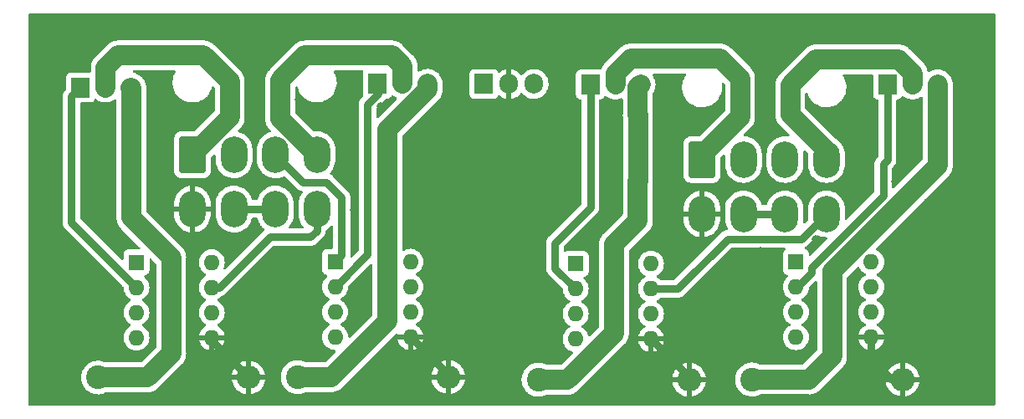
<source format=gbr>
%TF.GenerationSoftware,KiCad,Pcbnew,(6.0.1)*%
%TF.CreationDate,2022-11-02T05:09:56+00:00*%
%TF.ProjectId,Peak-And-Hold,5065616b-2d41-46e6-942d-486f6c642e6b,rev?*%
%TF.SameCoordinates,Original*%
%TF.FileFunction,Copper,L2,Bot*%
%TF.FilePolarity,Positive*%
%FSLAX46Y46*%
G04 Gerber Fmt 4.6, Leading zero omitted, Abs format (unit mm)*
G04 Created by KiCad (PCBNEW (6.0.1)) date 2022-11-02 05:09:56*
%MOMM*%
%LPD*%
G01*
G04 APERTURE LIST*
G04 Aperture macros list*
%AMRoundRect*
0 Rectangle with rounded corners*
0 $1 Rounding radius*
0 $2 $3 $4 $5 $6 $7 $8 $9 X,Y pos of 4 corners*
0 Add a 4 corners polygon primitive as box body*
4,1,4,$2,$3,$4,$5,$6,$7,$8,$9,$2,$3,0*
0 Add four circle primitives for the rounded corners*
1,1,$1+$1,$2,$3*
1,1,$1+$1,$4,$5*
1,1,$1+$1,$6,$7*
1,1,$1+$1,$8,$9*
0 Add four rect primitives between the rounded corners*
20,1,$1+$1,$2,$3,$4,$5,0*
20,1,$1+$1,$4,$5,$6,$7,0*
20,1,$1+$1,$6,$7,$8,$9,0*
20,1,$1+$1,$8,$9,$2,$3,0*%
G04 Aperture macros list end*
%TA.AperFunction,ComponentPad*%
%ADD10R,1.600000X1.600000*%
%TD*%
%TA.AperFunction,ComponentPad*%
%ADD11O,1.600000X1.600000*%
%TD*%
%TA.AperFunction,ComponentPad*%
%ADD12R,1.905000X2.000000*%
%TD*%
%TA.AperFunction,ComponentPad*%
%ADD13O,1.905000X2.000000*%
%TD*%
%TA.AperFunction,ComponentPad*%
%ADD14C,2.400000*%
%TD*%
%TA.AperFunction,ComponentPad*%
%ADD15O,2.400000X2.400000*%
%TD*%
%TA.AperFunction,ComponentPad*%
%ADD16RoundRect,0.250001X-1.099999X-1.599999X1.099999X-1.599999X1.099999X1.599999X-1.099999X1.599999X0*%
%TD*%
%TA.AperFunction,ComponentPad*%
%ADD17O,2.700000X3.700000*%
%TD*%
%TA.AperFunction,ViaPad*%
%ADD18C,0.800000*%
%TD*%
%TA.AperFunction,Conductor*%
%ADD19C,2.000000*%
%TD*%
%TA.AperFunction,Conductor*%
%ADD20C,0.762000*%
%TD*%
G04 APERTURE END LIST*
D10*
%TO.P,U1,1,IN*%
%TO.N,/INJ1*%
X62269401Y-83607355D03*
D11*
%TO.P,U1,2,OUT*%
%TO.N,Net-(C1-Pad2)*%
X62269401Y-86147355D03*
%TO.P,U1,3,COMP*%
%TO.N,Net-(C1-Pad1)*%
X62269401Y-88687355D03*
%TO.P,U1,4,SENSE_INPUT*%
%TO.N,Net-(Q1-Pad3)*%
X62269401Y-91227355D03*
%TO.P,U1,5,SENSE_GND*%
%TO.N,GND*%
X69889401Y-91227355D03*
%TO.P,U1,6,SUPPLY_GND*%
%TO.N,/LoGND*%
X69889401Y-88687355D03*
%TO.P,U1,7,SUPPLY*%
%TO.N,/5v*%
X69889401Y-86147355D03*
%TO.P,U1,8,TIMER*%
%TO.N,Net-(C5-Pad1)*%
X69889401Y-83607355D03*
%TD*%
D12*
%TO.P,Q1,1,B*%
%TO.N,Net-(C1-Pad2)*%
X56616654Y-65906190D03*
D13*
%TO.P,Q1,2,C*%
%TO.N,/INJ1OUT*%
X59156654Y-65906190D03*
%TO.P,Q1,3,E*%
%TO.N,Net-(Q1-Pad3)*%
X61696654Y-65906190D03*
%TD*%
D10*
%TO.P,U2,1,IN*%
%TO.N,/INJ2*%
X82372280Y-83557863D03*
D11*
%TO.P,U2,2,OUT*%
%TO.N,Net-(C2-Pad2)*%
X82372280Y-86097863D03*
%TO.P,U2,3,COMP*%
%TO.N,Net-(C2-Pad1)*%
X82372280Y-88637863D03*
%TO.P,U2,4,SENSE_INPUT*%
%TO.N,Net-(Q2-Pad3)*%
X82372280Y-91177863D03*
%TO.P,U2,5,SENSE_GND*%
%TO.N,GND*%
X89992280Y-91177863D03*
%TO.P,U2,6,SUPPLY_GND*%
%TO.N,/LoGND*%
X89992280Y-88637863D03*
%TO.P,U2,7,SUPPLY*%
%TO.N,/5v*%
X89992280Y-86097863D03*
%TO.P,U2,8,TIMER*%
%TO.N,Net-(C6-Pad1)*%
X89992280Y-83557863D03*
%TD*%
D10*
%TO.P,U4,1,IN*%
%TO.N,/INJ4*%
X129008548Y-83571767D03*
D11*
%TO.P,U4,2,OUT*%
%TO.N,Net-(C4-Pad2)*%
X129008548Y-86111767D03*
%TO.P,U4,3,COMP*%
%TO.N,Net-(C4-Pad1)*%
X129008548Y-88651767D03*
%TO.P,U4,4,SENSE_INPUT*%
%TO.N,Net-(Q4-Pad3)*%
X129008548Y-91191767D03*
%TO.P,U4,5,SENSE_GND*%
%TO.N,GND*%
X136628548Y-91191767D03*
%TO.P,U4,6,SUPPLY_GND*%
%TO.N,/LoGND*%
X136628548Y-88651767D03*
%TO.P,U4,7,SUPPLY*%
%TO.N,/5v*%
X136628548Y-86111767D03*
%TO.P,U4,8,TIMER*%
%TO.N,Net-(C8-Pad1)*%
X136628548Y-83571767D03*
%TD*%
D14*
%TO.P,R4,1*%
%TO.N,Net-(Q4-Pad3)*%
X124557963Y-95466909D03*
D15*
%TO.P,R4,2*%
%TO.N,GND*%
X139797963Y-95466909D03*
%TD*%
D12*
%TO.P,Q5,1,B*%
%TO.N,Net-(D5-Pad1)*%
X97417963Y-65555490D03*
D13*
%TO.P,Q5,2,C*%
%TO.N,GND*%
X99957963Y-65555490D03*
%TO.P,Q5,3,E*%
%TO.N,Net-(D1-Pad1)*%
X102497963Y-65555490D03*
%TD*%
D16*
%TO.P,J1,1,1*%
%TO.N,/INJ1OUT*%
X67933527Y-72715678D03*
D17*
%TO.P,J1,2,2*%
%TO.N,/INJ1*%
X72133527Y-72715678D03*
%TO.P,J1,3,3*%
%TO.N,/INJ2*%
X76333527Y-72715678D03*
%TO.P,J1,4,4*%
%TO.N,/INJ2OUT*%
X80533527Y-72715678D03*
%TO.P,J1,5,5*%
%TO.N,GND*%
X67933527Y-78215678D03*
%TO.P,J1,6,6*%
%TO.N,/LoGND*%
X72133527Y-78215678D03*
%TO.P,J1,7,7*%
X76333527Y-78215678D03*
%TO.P,J1,8,8*%
%TO.N,/5v*%
X80533527Y-78215678D03*
%TD*%
D14*
%TO.P,R2,1*%
%TO.N,Net-(Q2-Pad3)*%
X78578415Y-95229268D03*
D15*
%TO.P,R2,2*%
%TO.N,GND*%
X93818415Y-95229268D03*
%TD*%
D14*
%TO.P,R1,1*%
%TO.N,Net-(Q1-Pad3)*%
X58377270Y-95267591D03*
D15*
%TO.P,R1,2*%
%TO.N,GND*%
X73617270Y-95267591D03*
%TD*%
D16*
%TO.P,J2,1,1*%
%TO.N,/INJ3OUT*%
X119502787Y-73201648D03*
D17*
%TO.P,J2,2,2*%
%TO.N,/INJ3*%
X123702787Y-73201648D03*
%TO.P,J2,3,3*%
%TO.N,/INJ4*%
X127902787Y-73201648D03*
%TO.P,J2,4,4*%
%TO.N,/INJ4OUT*%
X132102787Y-73201648D03*
%TO.P,J2,5,5*%
%TO.N,GND*%
X119502787Y-78701648D03*
%TO.P,J2,6,6*%
%TO.N,/LoGND*%
X123702787Y-78701648D03*
%TO.P,J2,7,7*%
X127902787Y-78701648D03*
%TO.P,J2,8,8*%
%TO.N,/5v*%
X132102787Y-78701648D03*
%TD*%
D10*
%TO.P,U3,1,IN*%
%TO.N,/INJ3*%
X106716249Y-83755460D03*
D11*
%TO.P,U3,2,OUT*%
%TO.N,Net-(C3-Pad2)*%
X106716249Y-86295460D03*
%TO.P,U3,3,COMP*%
%TO.N,Net-(C3-Pad1)*%
X106716249Y-88835460D03*
%TO.P,U3,4,SENSE_INPUT*%
%TO.N,Net-(Q3-Pad3)*%
X106716249Y-91375460D03*
%TO.P,U3,5,SENSE_GND*%
%TO.N,GND*%
X114336249Y-91375460D03*
%TO.P,U3,6,SUPPLY_GND*%
%TO.N,/LoGND*%
X114336249Y-88835460D03*
%TO.P,U3,7,SUPPLY*%
%TO.N,/5v*%
X114336249Y-86295460D03*
%TO.P,U3,8,TIMER*%
%TO.N,Net-(C7-Pad1)*%
X114336249Y-83755460D03*
%TD*%
D12*
%TO.P,Q4,1,B*%
%TO.N,Net-(C4-Pad2)*%
X138279781Y-65601430D03*
D13*
%TO.P,Q4,2,C*%
%TO.N,/INJ4OUT*%
X140819781Y-65601430D03*
%TO.P,Q4,3,E*%
%TO.N,Net-(Q4-Pad3)*%
X143359781Y-65601430D03*
%TD*%
D12*
%TO.P,Q3,1,B*%
%TO.N,Net-(C3-Pad2)*%
X108211612Y-65595248D03*
D13*
%TO.P,Q3,2,C*%
%TO.N,/INJ3OUT*%
X110751612Y-65595248D03*
%TO.P,Q3,3,E*%
%TO.N,Net-(Q3-Pad3)*%
X113291612Y-65595248D03*
%TD*%
D14*
%TO.P,R3,1*%
%TO.N,Net-(Q3-Pad3)*%
X102955421Y-95502172D03*
D15*
%TO.P,R3,2*%
%TO.N,GND*%
X118195421Y-95502172D03*
%TD*%
D12*
%TO.P,Q2,1,B*%
%TO.N,Net-(C2-Pad2)*%
X86653139Y-65544363D03*
D13*
%TO.P,Q2,2,C*%
%TO.N,/INJ2OUT*%
X89193139Y-65544363D03*
%TO.P,Q2,3,E*%
%TO.N,Net-(Q2-Pad3)*%
X91733139Y-65544363D03*
%TD*%
D18*
%TO.N,GND*%
X61082303Y-87412186D03*
X105177376Y-87560967D03*
X104749630Y-90759766D03*
X109878170Y-71050653D03*
X105712292Y-62886276D03*
X99277499Y-62867679D03*
X94776863Y-62997862D03*
X67133636Y-81360853D03*
X74154256Y-80353479D03*
X78468915Y-79770752D03*
X70881066Y-75629671D03*
X131029494Y-81258566D03*
X101341840Y-62979265D03*
X130298878Y-67691566D03*
X116378522Y-65989879D03*
X121344100Y-67579980D03*
X134176492Y-67552083D03*
X140787963Y-70955457D03*
X134829618Y-85924372D03*
X106423420Y-81925874D03*
X127409148Y-90108848D03*
X127095196Y-84568951D03*
X122668484Y-75997633D03*
X124704929Y-75969737D03*
X74212257Y-76527667D03*
X57048816Y-68168014D03*
X78675698Y-67126545D03*
X69804609Y-67098648D03*
X64504274Y-65871202D03*
X130535765Y-89799778D03*
X108148820Y-90050847D03*
X84255465Y-89716089D03*
X63751535Y-89967157D03*
X63760367Y-85124673D03*
X68359257Y-84851100D03*
X67894166Y-89841623D03*
X64965033Y-96494939D03*
X132753770Y-96487849D03*
X134822061Y-91968615D03*
X134734422Y-89262654D03*
X135033726Y-77392692D03*
X110366592Y-78348030D03*
X76714110Y-82541805D03*
X142901123Y-96683124D03*
X142712822Y-93607534D03*
X138690376Y-92191787D03*
X136421460Y-94907047D03*
X121058161Y-96557590D03*
X120995394Y-93921370D03*
X119991120Y-91724520D03*
X116789996Y-91787288D03*
X114467612Y-94046904D03*
X96767280Y-97310795D03*
X96641746Y-93607534D03*
X95637472Y-91661753D03*
X92561882Y-91661753D03*
X89486293Y-93733069D03*
X70279550Y-96934193D03*
X76242428Y-97122494D03*
X76179661Y-93419233D03*
X75300921Y-91850055D03*
X72476400Y-91850055D03*
X90529478Y-77725236D03*
X80508035Y-82653391D03*
X126860468Y-76005397D03*
X128513502Y-93447130D03*
X53409042Y-95799806D03*
X108487761Y-80084704D03*
X108562152Y-84083203D03*
X53451272Y-80174593D03*
X137742957Y-60495272D03*
X84059723Y-65982788D03*
X146442400Y-95926496D03*
X80439668Y-87700242D03*
X125722157Y-65161818D03*
X140481102Y-92247580D03*
X125421406Y-82498410D03*
X112886577Y-90222642D03*
X130740339Y-86521706D03*
X125679927Y-67484484D03*
X71878716Y-88176898D03*
X146273478Y-79118836D03*
X89473721Y-95588654D03*
X145766715Y-60495272D03*
X71514618Y-60998327D03*
X144309284Y-84469527D03*
X102438424Y-71939684D03*
X98655006Y-83758747D03*
X62150715Y-60072969D03*
X138188239Y-87579565D03*
X136402862Y-96673825D03*
X122807966Y-87802737D03*
X108776492Y-96243871D03*
X114854133Y-60157430D03*
X124060339Y-91787927D03*
X84031826Y-75658459D03*
X112849381Y-85033892D03*
X128018763Y-61568436D03*
X146062327Y-87987200D03*
X139067679Y-75437495D03*
X84310791Y-78299328D03*
X84990073Y-85554627D03*
X59236824Y-76289406D03*
X98215393Y-68265648D03*
X86988856Y-67823958D03*
X90875768Y-70841663D03*
X120694844Y-76118012D03*
X80242593Y-90571903D03*
X76772290Y-60681600D03*
X84124815Y-71492581D03*
X98823927Y-90881591D03*
X64790329Y-78543306D03*
X60431384Y-90796962D03*
X126781907Y-87629381D03*
X92134230Y-60241890D03*
X60524372Y-81981667D03*
X124218036Y-61188363D03*
X141057551Y-80330957D03*
X53577963Y-88578424D03*
X125846941Y-71345987D03*
X71103539Y-81357042D03*
X106281381Y-75022496D03*
X119948016Y-86279829D03*
X74204301Y-70896008D03*
X86179757Y-59946278D03*
X117845885Y-82726227D03*
X74201187Y-64739515D03*
X64076527Y-73482532D03*
X115056305Y-67517096D03*
X103029648Y-80976969D03*
X110338696Y-76060517D03*
X74201187Y-67019951D03*
X98457931Y-95329850D03*
X53873575Y-69954860D03*
X115862422Y-71892216D03*
X135673672Y-75233648D03*
X115415860Y-77287963D03*
X146780242Y-70039321D03*
X70258933Y-95419733D03*
X115555342Y-79435994D03*
X107886133Y-60157430D03*
X130154432Y-75808323D03*
X57632072Y-84059781D03*
X98176395Y-77987272D03*
X84171776Y-96202026D03*
X115614278Y-74895806D03*
X122148216Y-83267114D03*
X136268730Y-65906190D03*
X106408072Y-68392339D03*
X54338109Y-59946278D03*
X114516290Y-95461963D03*
%TD*%
D19*
%TO.N,Net-(Q1-Pad3)*%
X63360517Y-95267591D02*
X58377270Y-95267591D01*
X65787513Y-92840595D02*
X63360517Y-95267591D01*
X65787513Y-83126445D02*
X65787513Y-92840595D01*
X61764654Y-79103586D02*
X65787513Y-83126445D01*
X61764654Y-65974190D02*
X61764654Y-79103586D01*
X61696654Y-65906190D02*
X61764654Y-65974190D01*
%TO.N,/INJ1OUT*%
X71709599Y-65303339D02*
X71709599Y-68939606D01*
X69072417Y-62666157D02*
X71709599Y-65303339D01*
X60386254Y-62666157D02*
X69072417Y-62666157D01*
X59156654Y-63895757D02*
X60386254Y-62666157D01*
X59156654Y-65906190D02*
X59156654Y-63895757D01*
D20*
%TO.N,Net-(C1-Pad2)*%
X55688978Y-79566932D02*
X62269401Y-86147355D01*
X55688978Y-66833866D02*
X55688978Y-79566932D01*
D19*
%TO.N,/INJ1OUT*%
X71709599Y-68939606D02*
X67933527Y-72715678D01*
D20*
%TO.N,Net-(C1-Pad2)*%
X56616654Y-65906190D02*
X55688978Y-66833866D01*
%TO.N,Net-(C4-Pad2)*%
X129112515Y-86111767D02*
X129008548Y-86111767D01*
X130583150Y-84641132D02*
X129112515Y-86111767D01*
X130583150Y-84128219D02*
X130583150Y-84641132D01*
X137858830Y-76852539D02*
X130583150Y-84128219D01*
X137858830Y-73652119D02*
X137858830Y-76852539D01*
X138279781Y-73231168D02*
X137858830Y-73652119D01*
X138279781Y-65601430D02*
X138279781Y-73231168D01*
D19*
%TO.N,Net-(Q3-Pad3)*%
X105884553Y-95502172D02*
X102955421Y-95502172D01*
X110580354Y-90806371D02*
X105884553Y-95502172D01*
X110580354Y-81816607D02*
X110580354Y-90806371D01*
X113016760Y-75413788D02*
X113016760Y-79380201D01*
X113021176Y-75409372D02*
X113016760Y-75413788D01*
X113021176Y-68665502D02*
X113021176Y-75409372D01*
X113002812Y-65884048D02*
X113002812Y-68647138D01*
X113002812Y-68647138D02*
X113021176Y-68665502D01*
X113291612Y-65595248D02*
X113002812Y-65884048D01*
X113016760Y-79380201D02*
X110580354Y-81816607D01*
D20*
%TO.N,GND*%
X118195421Y-95234632D02*
X114336249Y-91375460D01*
X118195421Y-95502172D02*
X118195421Y-95234632D01*
%TO.N,/5v*%
X75770045Y-81047792D02*
X70670482Y-86147355D01*
X70670482Y-86147355D02*
X69889401Y-86147355D01*
X79869940Y-81047792D02*
X75770045Y-81047792D01*
X80533527Y-80384205D02*
X79869940Y-81047792D01*
X80533527Y-78215678D02*
X80533527Y-80384205D01*
%TO.N,/INJ2*%
X81469339Y-75472482D02*
X79090331Y-75472482D01*
X83034643Y-77037786D02*
X81469339Y-75472482D01*
X83034643Y-82895500D02*
X83034643Y-77037786D01*
X82372280Y-83557863D02*
X83034643Y-82895500D01*
X79090331Y-75472482D02*
X76333527Y-72715678D01*
D19*
%TO.N,/INJ3OUT*%
X119502787Y-72740977D02*
X119502787Y-73201648D01*
X123357260Y-68886504D02*
X119502787Y-72740977D01*
X112268000Y-62992000D02*
X121356364Y-62992000D01*
X110751612Y-64508388D02*
X112268000Y-62992000D01*
X123357260Y-64992896D02*
X123357260Y-68886504D01*
X110751612Y-65595248D02*
X110751612Y-64508388D01*
X121356364Y-62992000D02*
X123357260Y-64992896D01*
%TO.N,/INJ4OUT*%
X132102787Y-72313022D02*
X132102787Y-73201648D01*
X128429812Y-65686212D02*
X128429812Y-68640047D01*
X128429812Y-68640047D02*
X132102787Y-72313022D01*
X131048412Y-63067612D02*
X128429812Y-65686212D01*
X139420000Y-63067612D02*
X131048412Y-63067612D01*
X140819781Y-65601430D02*
X140819781Y-64467393D01*
X140819781Y-64467393D02*
X139420000Y-63067612D01*
D20*
%TO.N,/5v*%
X117045307Y-86295460D02*
X114336249Y-86295460D01*
X122106998Y-81233769D02*
X117045307Y-86295460D01*
X129570666Y-81233769D02*
X122106998Y-81233769D01*
X132102787Y-78701648D02*
X129570666Y-81233769D01*
D19*
%TO.N,Net-(Q4-Pad3)*%
X130343439Y-95466909D02*
X124557963Y-95466909D01*
X132662569Y-93147779D02*
X130343439Y-95466909D01*
X140881063Y-76297752D02*
X132662569Y-84516246D01*
X132662569Y-84516246D02*
X132662569Y-93147779D01*
X140881063Y-76281369D02*
X140881063Y-76297752D01*
X143359781Y-73802651D02*
X140881063Y-76281369D01*
X143359781Y-65601430D02*
X143359781Y-73802651D01*
D20*
%TO.N,GND*%
X136628548Y-93394292D02*
X136628548Y-91191767D01*
X139797963Y-95466909D02*
X138701165Y-95466909D01*
X138701165Y-95466909D02*
X136628548Y-93394292D01*
D19*
%TO.N,Net-(Q2-Pad3)*%
X81984671Y-95229268D02*
X78578415Y-95229268D01*
X87643619Y-89570320D02*
X81984671Y-95229268D01*
X87643619Y-70204474D02*
X87643619Y-89570320D01*
X91733139Y-66114954D02*
X87643619Y-70204474D01*
X91733139Y-65544363D02*
X91733139Y-66114954D01*
D20*
%TO.N,Net-(C2-Pad2)*%
X85645407Y-82824736D02*
X82372280Y-86097863D01*
X85645407Y-67663669D02*
X85645407Y-82824736D01*
X86741670Y-65632894D02*
X86741670Y-66567406D01*
X86653139Y-65544363D02*
X86741670Y-65632894D01*
X86741670Y-66567406D02*
X85645407Y-67663669D01*
%TO.N,Net-(C3-Pad2)*%
X104619369Y-84198580D02*
X106716249Y-86295460D01*
X108211612Y-78061647D02*
X104619369Y-81653890D01*
X104619369Y-81653890D02*
X104619369Y-84198580D01*
X108211612Y-65595248D02*
X108211612Y-78061647D01*
%TO.N,GND*%
X69889401Y-91539722D02*
X73617270Y-95267591D01*
X93818415Y-95229268D02*
X93818415Y-95003998D01*
X93818415Y-95003998D02*
X89992280Y-91177863D01*
X69889401Y-91227355D02*
X69889401Y-91539722D01*
D19*
%TO.N,/INJ2OUT*%
X89193139Y-63732841D02*
X88126455Y-62666157D01*
X79315127Y-62666157D02*
X76819466Y-65161818D01*
X88126455Y-62666157D02*
X79315127Y-62666157D01*
X76819466Y-69096052D02*
X80439092Y-72715678D01*
X76819466Y-65161818D02*
X76819466Y-69096052D01*
X89193139Y-65544363D02*
X89193139Y-63732841D01*
X80439092Y-72715678D02*
X80533527Y-72715678D01*
D20*
%TO.N,/LoGND*%
X123702787Y-78701648D02*
X127902787Y-78701648D01*
X72133527Y-78215678D02*
X76333527Y-78215678D01*
%TD*%
%TA.AperFunction,Conductor*%
%TO.N,GND*%
G36*
X149166559Y-58440002D02*
G01*
X149213052Y-58493658D01*
X149224438Y-58546000D01*
X149224438Y-97956470D01*
X149204436Y-98024591D01*
X149150780Y-98071084D01*
X149098438Y-98082470D01*
X51434000Y-98082470D01*
X51365879Y-98062468D01*
X51319386Y-98008812D01*
X51308000Y-97956470D01*
X51308000Y-79520122D01*
X54795804Y-79520122D01*
X54796149Y-79526710D01*
X54796149Y-79526714D01*
X54799305Y-79586931D01*
X54799478Y-79593525D01*
X54799478Y-79613552D01*
X54799822Y-79616823D01*
X54799822Y-79616827D01*
X54801571Y-79633471D01*
X54802088Y-79640045D01*
X54804705Y-79689983D01*
X54805589Y-79706847D01*
X54807298Y-79713224D01*
X54807298Y-79713225D01*
X54809102Y-79719955D01*
X54812706Y-79739402D01*
X54814123Y-79752888D01*
X54816165Y-79759172D01*
X54834796Y-79816514D01*
X54836669Y-79822838D01*
X54853984Y-79887456D01*
X54860145Y-79899548D01*
X54867708Y-79917807D01*
X54871903Y-79930717D01*
X54885157Y-79953673D01*
X54905354Y-79988656D01*
X54908501Y-79994452D01*
X54938871Y-80054057D01*
X54943028Y-80059190D01*
X54947410Y-80064602D01*
X54958603Y-80080887D01*
X54962094Y-80086934D01*
X54962097Y-80086937D01*
X54965393Y-80092647D01*
X54969805Y-80097547D01*
X54969808Y-80097551D01*
X54994582Y-80125064D01*
X55009543Y-80141679D01*
X55010153Y-80142357D01*
X55014441Y-80147378D01*
X55027041Y-80162938D01*
X55041188Y-80177085D01*
X55045729Y-80181869D01*
X55081878Y-80222016D01*
X55090508Y-80231601D01*
X55101496Y-80239584D01*
X55116524Y-80252421D01*
X60919477Y-86055374D01*
X60953503Y-86117686D01*
X60956257Y-86143307D01*
X60955903Y-86147355D01*
X60975858Y-86375442D01*
X60977282Y-86380755D01*
X60977282Y-86380757D01*
X61021856Y-86547106D01*
X61035117Y-86596598D01*
X61037440Y-86601579D01*
X61037440Y-86601580D01*
X61129552Y-86799117D01*
X61129555Y-86799122D01*
X61131878Y-86804104D01*
X61178677Y-86870940D01*
X61254588Y-86979351D01*
X61263203Y-86991655D01*
X61425101Y-87153553D01*
X61429609Y-87156710D01*
X61429612Y-87156712D01*
X61470202Y-87185133D01*
X61612652Y-87284878D01*
X61617634Y-87287201D01*
X61617639Y-87287204D01*
X61651858Y-87303160D01*
X61705143Y-87350077D01*
X61724604Y-87418354D01*
X61704062Y-87486314D01*
X61651858Y-87531550D01*
X61617639Y-87547506D01*
X61617634Y-87547509D01*
X61612652Y-87549832D01*
X61507790Y-87623257D01*
X61429612Y-87677998D01*
X61429609Y-87678000D01*
X61425101Y-87681157D01*
X61263203Y-87843055D01*
X61131878Y-88030606D01*
X61129555Y-88035588D01*
X61129552Y-88035593D01*
X61064918Y-88174203D01*
X61035117Y-88238112D01*
X61033695Y-88243420D01*
X61033694Y-88243422D01*
X60989119Y-88409776D01*
X60975858Y-88459268D01*
X60955903Y-88687355D01*
X60975858Y-88915442D01*
X60977282Y-88920755D01*
X60977282Y-88920757D01*
X61021856Y-89087106D01*
X61035117Y-89136598D01*
X61037440Y-89141579D01*
X61037440Y-89141580D01*
X61129552Y-89339117D01*
X61129555Y-89339122D01*
X61131878Y-89344104D01*
X61135035Y-89348612D01*
X61241013Y-89499964D01*
X61263203Y-89531655D01*
X61425101Y-89693553D01*
X61429609Y-89696710D01*
X61429612Y-89696712D01*
X61444996Y-89707484D01*
X61612652Y-89824878D01*
X61617634Y-89827201D01*
X61617639Y-89827204D01*
X61651858Y-89843160D01*
X61705143Y-89890077D01*
X61724604Y-89958354D01*
X61704062Y-90026314D01*
X61651858Y-90071550D01*
X61617639Y-90087506D01*
X61617634Y-90087509D01*
X61612652Y-90089832D01*
X61528212Y-90148958D01*
X61429612Y-90217998D01*
X61429609Y-90218000D01*
X61425101Y-90221157D01*
X61263203Y-90383055D01*
X61260046Y-90387563D01*
X61260044Y-90387566D01*
X61236168Y-90421665D01*
X61131878Y-90570606D01*
X61129555Y-90575588D01*
X61129552Y-90575593D01*
X61037440Y-90773130D01*
X61035117Y-90778112D01*
X61033695Y-90783420D01*
X61033694Y-90783422D01*
X60977282Y-90993953D01*
X60975858Y-90999268D01*
X60955903Y-91227355D01*
X60975858Y-91455442D01*
X60977282Y-91460755D01*
X60977282Y-91460757D01*
X61030058Y-91657716D01*
X61035117Y-91676598D01*
X61037440Y-91681579D01*
X61037440Y-91681580D01*
X61129552Y-91879117D01*
X61129555Y-91879122D01*
X61131878Y-91884104D01*
X61135035Y-91888612D01*
X61241013Y-92039964D01*
X61263203Y-92071655D01*
X61425101Y-92233553D01*
X61429609Y-92236710D01*
X61429612Y-92236712D01*
X61452387Y-92252659D01*
X61612652Y-92364878D01*
X61617634Y-92367201D01*
X61617639Y-92367204D01*
X61815176Y-92459316D01*
X61820158Y-92461639D01*
X61825466Y-92463061D01*
X61825468Y-92463062D01*
X62035999Y-92519474D01*
X62036001Y-92519474D01*
X62041314Y-92520898D01*
X62269401Y-92540853D01*
X62497488Y-92520898D01*
X62502801Y-92519474D01*
X62502803Y-92519474D01*
X62713334Y-92463062D01*
X62713336Y-92463061D01*
X62718644Y-92461639D01*
X62723626Y-92459316D01*
X62921163Y-92367204D01*
X62921168Y-92367201D01*
X62926150Y-92364878D01*
X63086415Y-92252659D01*
X63109190Y-92236712D01*
X63109193Y-92236710D01*
X63113701Y-92233553D01*
X63275599Y-92071655D01*
X63297790Y-92039964D01*
X63403767Y-91888612D01*
X63406924Y-91884104D01*
X63409247Y-91879122D01*
X63409250Y-91879117D01*
X63501362Y-91681580D01*
X63501362Y-91681579D01*
X63503685Y-91676598D01*
X63508745Y-91657716D01*
X63561520Y-91460757D01*
X63561520Y-91460755D01*
X63562944Y-91455442D01*
X63582899Y-91227355D01*
X63562944Y-90999268D01*
X63561520Y-90993953D01*
X63505108Y-90783422D01*
X63505107Y-90783420D01*
X63503685Y-90778112D01*
X63501362Y-90773130D01*
X63409250Y-90575593D01*
X63409247Y-90575588D01*
X63406924Y-90570606D01*
X63302634Y-90421665D01*
X63278758Y-90387566D01*
X63278756Y-90387563D01*
X63275599Y-90383055D01*
X63113701Y-90221157D01*
X63109193Y-90218000D01*
X63109190Y-90217998D01*
X63010590Y-90148958D01*
X62926150Y-90089832D01*
X62921168Y-90087509D01*
X62921163Y-90087506D01*
X62886944Y-90071550D01*
X62833659Y-90024633D01*
X62814198Y-89956356D01*
X62834740Y-89888396D01*
X62886944Y-89843160D01*
X62921163Y-89827204D01*
X62921168Y-89827201D01*
X62926150Y-89824878D01*
X63093806Y-89707484D01*
X63109190Y-89696712D01*
X63109193Y-89696710D01*
X63113701Y-89693553D01*
X63275599Y-89531655D01*
X63297790Y-89499964D01*
X63403767Y-89348612D01*
X63406924Y-89344104D01*
X63409247Y-89339122D01*
X63409250Y-89339117D01*
X63501362Y-89141580D01*
X63501362Y-89141579D01*
X63503685Y-89136598D01*
X63516947Y-89087106D01*
X63561520Y-88920757D01*
X63561520Y-88920755D01*
X63562944Y-88915442D01*
X63582899Y-88687355D01*
X63562944Y-88459268D01*
X63549683Y-88409776D01*
X63505108Y-88243422D01*
X63505107Y-88243420D01*
X63503685Y-88238112D01*
X63473884Y-88174203D01*
X63409250Y-88035593D01*
X63409247Y-88035588D01*
X63406924Y-88030606D01*
X63275599Y-87843055D01*
X63113701Y-87681157D01*
X63109193Y-87678000D01*
X63109190Y-87677998D01*
X63031012Y-87623257D01*
X62926150Y-87549832D01*
X62921168Y-87547509D01*
X62921163Y-87547506D01*
X62886944Y-87531550D01*
X62833659Y-87484633D01*
X62814198Y-87416356D01*
X62834740Y-87348396D01*
X62886944Y-87303160D01*
X62921163Y-87287204D01*
X62921168Y-87287201D01*
X62926150Y-87284878D01*
X63068600Y-87185133D01*
X63109190Y-87156712D01*
X63109193Y-87156710D01*
X63113701Y-87153553D01*
X63275599Y-86991655D01*
X63284215Y-86979351D01*
X63360125Y-86870940D01*
X63406924Y-86804104D01*
X63409247Y-86799122D01*
X63409250Y-86799117D01*
X63501362Y-86601580D01*
X63501362Y-86601579D01*
X63503685Y-86596598D01*
X63516947Y-86547106D01*
X63561520Y-86380757D01*
X63561520Y-86380755D01*
X63562944Y-86375442D01*
X63582899Y-86147355D01*
X63562944Y-85919268D01*
X63549683Y-85869776D01*
X63505108Y-85703422D01*
X63505107Y-85703420D01*
X63503685Y-85698112D01*
X63473018Y-85632346D01*
X63409250Y-85495593D01*
X63409247Y-85495588D01*
X63406924Y-85490606D01*
X63275599Y-85303055D01*
X63113701Y-85141157D01*
X63109190Y-85137998D01*
X63104977Y-85134463D01*
X63105928Y-85133329D01*
X63065930Y-85083284D01*
X63058625Y-85012665D01*
X63090659Y-84949306D01*
X63151863Y-84913325D01*
X63168918Y-84910273D01*
X63179717Y-84909100D01*
X63316106Y-84857970D01*
X63432662Y-84770616D01*
X63520016Y-84654060D01*
X63571146Y-84517671D01*
X63577901Y-84455489D01*
X63577901Y-83354364D01*
X63597903Y-83286243D01*
X63651559Y-83239750D01*
X63721833Y-83229646D01*
X63786413Y-83259140D01*
X63792996Y-83265269D01*
X64242108Y-83714381D01*
X64276134Y-83776693D01*
X64279013Y-83803476D01*
X64279013Y-92163564D01*
X64259011Y-92231685D01*
X64242108Y-92252659D01*
X62772581Y-93722186D01*
X62710269Y-93756212D01*
X62683486Y-93759091D01*
X59210756Y-93759091D01*
X59155027Y-93746097D01*
X59023266Y-93681119D01*
X59023262Y-93681118D01*
X59019080Y-93679055D01*
X58777230Y-93601638D01*
X58738994Y-93595411D01*
X58531205Y-93561571D01*
X58531204Y-93561571D01*
X58526593Y-93560820D01*
X58399634Y-93559158D01*
X58277353Y-93557557D01*
X58277350Y-93557557D01*
X58272676Y-93557496D01*
X58021057Y-93591740D01*
X58016571Y-93593048D01*
X58016569Y-93593048D01*
X58002698Y-93597091D01*
X57777263Y-93662799D01*
X57773010Y-93664759D01*
X57773009Y-93664760D01*
X57724730Y-93687017D01*
X57546650Y-93769113D01*
X57505409Y-93796152D01*
X57338198Y-93905780D01*
X57338193Y-93905784D01*
X57334285Y-93908346D01*
X57144832Y-94077439D01*
X56982453Y-94272678D01*
X56850717Y-94489773D01*
X56848908Y-94494087D01*
X56848907Y-94494089D01*
X56765231Y-94693635D01*
X56752516Y-94723956D01*
X56751365Y-94728488D01*
X56751364Y-94728491D01*
X56720287Y-94850858D01*
X56690008Y-94970081D01*
X56664566Y-95222742D01*
X56664790Y-95227408D01*
X56664790Y-95227413D01*
X56670303Y-95342170D01*
X56676750Y-95476389D01*
X56686908Y-95527456D01*
X56724324Y-95715558D01*
X56726291Y-95725448D01*
X56727870Y-95729846D01*
X56727872Y-95729853D01*
X56770611Y-95848889D01*
X56812101Y-95964449D01*
X56814318Y-95968575D01*
X56929936Y-96183751D01*
X56932295Y-96188142D01*
X56935090Y-96191885D01*
X56935092Y-96191888D01*
X57081441Y-96387873D01*
X57081446Y-96387879D01*
X57084233Y-96391611D01*
X57087542Y-96394891D01*
X57087547Y-96394897D01*
X57260875Y-96566718D01*
X57264577Y-96570388D01*
X57268339Y-96573146D01*
X57268342Y-96573149D01*
X57443596Y-96701650D01*
X57469364Y-96720544D01*
X57473499Y-96722720D01*
X57473503Y-96722722D01*
X57562805Y-96769706D01*
X57694097Y-96838782D01*
X57798818Y-96875352D01*
X57928034Y-96920476D01*
X57933838Y-96922503D01*
X58183320Y-96969869D01*
X58303802Y-96974602D01*
X58432395Y-96979655D01*
X58432400Y-96979655D01*
X58437063Y-96979838D01*
X58536044Y-96968998D01*
X58684839Y-96952703D01*
X58684845Y-96952702D01*
X58689492Y-96952193D01*
X58695885Y-96950510D01*
X58881550Y-96901628D01*
X58935063Y-96887539D01*
X59168380Y-96787299D01*
X59168932Y-96788585D01*
X59219992Y-96776091D01*
X63336501Y-96776091D01*
X63340019Y-96776140D01*
X63434667Y-96778784D01*
X63434670Y-96778784D01*
X63439722Y-96778925D01*
X63517615Y-96768532D01*
X63524156Y-96767833D01*
X63552849Y-96765524D01*
X63597440Y-96761937D01*
X63597444Y-96761936D01*
X63602482Y-96761531D01*
X63634395Y-96753692D01*
X63647775Y-96751165D01*
X63680337Y-96746820D01*
X63685178Y-96745359D01*
X63685180Y-96745358D01*
X63755546Y-96724113D01*
X63761909Y-96722372D01*
X63838223Y-96703628D01*
X63868469Y-96690790D01*
X63881280Y-96686152D01*
X63887086Y-96684399D01*
X63912725Y-96676658D01*
X63917273Y-96674440D01*
X63917280Y-96674437D01*
X63983335Y-96642220D01*
X63989337Y-96639484D01*
X64054261Y-96611925D01*
X64061673Y-96608779D01*
X64089473Y-96591272D01*
X64101377Y-96584646D01*
X64130905Y-96570245D01*
X64195117Y-96524948D01*
X64200603Y-96521290D01*
X64262803Y-96482120D01*
X64262804Y-96482119D01*
X64267084Y-96479424D01*
X64270873Y-96476083D01*
X64270879Y-96476079D01*
X64291734Y-96457693D01*
X64302429Y-96449247D01*
X64310155Y-96443797D01*
X64329264Y-96430317D01*
X64333774Y-96426199D01*
X64349704Y-96411653D01*
X64349712Y-96411645D01*
X64350767Y-96410682D01*
X64390483Y-96370966D01*
X64396253Y-96365547D01*
X64445375Y-96322241D01*
X64445378Y-96322238D01*
X64449172Y-96318893D01*
X64475696Y-96286602D01*
X64483966Y-96277483D01*
X65220398Y-95541051D01*
X71930122Y-95541051D01*
X71965863Y-95720734D01*
X71968352Y-95729709D01*
X72050978Y-95959841D01*
X72054775Y-95968369D01*
X72170504Y-96183751D01*
X72175515Y-96191618D01*
X72321820Y-96387544D01*
X72327926Y-96394568D01*
X72501586Y-96566718D01*
X72508668Y-96572767D01*
X72705856Y-96717351D01*
X72713775Y-96722299D01*
X72930147Y-96836138D01*
X72938721Y-96839866D01*
X73169552Y-96920476D01*
X73178561Y-96922890D01*
X73345471Y-96954579D01*
X73358531Y-96953295D01*
X73362776Y-96939951D01*
X73871270Y-96939951D01*
X73875441Y-96954156D01*
X73888203Y-96956211D01*
X73924757Y-96952208D01*
X73933919Y-96950510D01*
X74170377Y-96888256D01*
X74179196Y-96885219D01*
X74403854Y-96788698D01*
X74412126Y-96784391D01*
X74620047Y-96655726D01*
X74627587Y-96650248D01*
X74814213Y-96492259D01*
X74820863Y-96485723D01*
X74982083Y-96301886D01*
X74987690Y-96294445D01*
X75119970Y-96088793D01*
X75124417Y-96080602D01*
X75224842Y-95857667D01*
X75228037Y-95848889D01*
X75294405Y-95613564D01*
X75296263Y-95604435D01*
X75304516Y-95539560D01*
X75302228Y-95525299D01*
X75289208Y-95521591D01*
X73889385Y-95521591D01*
X73874146Y-95526066D01*
X73872941Y-95527456D01*
X73871270Y-95535139D01*
X73871270Y-96939951D01*
X73362776Y-96939951D01*
X73363270Y-96938399D01*
X73363270Y-95539706D01*
X73358795Y-95524467D01*
X73357405Y-95523262D01*
X73349722Y-95521591D01*
X71944366Y-95521591D01*
X71931965Y-95525232D01*
X71930122Y-95541051D01*
X65220398Y-95541051D01*
X65765882Y-94995567D01*
X71927945Y-94995567D01*
X71930705Y-95010294D01*
X71942884Y-95013591D01*
X73345155Y-95013591D01*
X73360394Y-95009116D01*
X73361599Y-95007726D01*
X73363270Y-95000043D01*
X73363270Y-94995476D01*
X73871270Y-94995476D01*
X73875745Y-95010715D01*
X73877135Y-95011920D01*
X73884818Y-95013591D01*
X75292941Y-95013591D01*
X75306472Y-95009618D01*
X75307904Y-94999659D01*
X75256249Y-94771377D01*
X75253525Y-94762466D01*
X75164903Y-94534574D01*
X75160889Y-94526158D01*
X75039556Y-94313872D01*
X75034340Y-94306139D01*
X74882962Y-94114116D01*
X74876669Y-94107248D01*
X74698564Y-93939703D01*
X74691330Y-93933845D01*
X74490411Y-93794463D01*
X74482385Y-93789735D01*
X74263080Y-93681586D01*
X74254447Y-93678098D01*
X74021558Y-93603549D01*
X74012508Y-93601376D01*
X73889150Y-93581287D01*
X73875556Y-93582984D01*
X73871270Y-93597091D01*
X73871270Y-94995476D01*
X73363270Y-94995476D01*
X73363270Y-93596450D01*
X73359252Y-93582766D01*
X73345560Y-93580745D01*
X73265791Y-93591601D01*
X73256673Y-93593539D01*
X73021938Y-93661958D01*
X73013185Y-93665230D01*
X72791139Y-93767595D01*
X72782984Y-93772115D01*
X72578503Y-93906178D01*
X72571098Y-93911861D01*
X72388683Y-94074673D01*
X72382205Y-94081381D01*
X72225854Y-94269372D01*
X72220433Y-94276972D01*
X72093592Y-94486000D01*
X72089354Y-94494317D01*
X71994799Y-94719805D01*
X71991842Y-94728643D01*
X71931652Y-94965639D01*
X71930034Y-94974819D01*
X71927945Y-94995567D01*
X65765882Y-94995567D01*
X66837179Y-93924270D01*
X66839701Y-93921816D01*
X66908525Y-93856733D01*
X66908527Y-93856730D01*
X66912194Y-93853263D01*
X66959924Y-93790834D01*
X66964065Y-93785703D01*
X67011704Y-93729728D01*
X67011705Y-93729727D01*
X67014983Y-93725875D01*
X67017602Y-93721550D01*
X67017606Y-93721545D01*
X67032004Y-93697771D01*
X67039676Y-93686524D01*
X67059633Y-93660421D01*
X67096756Y-93591187D01*
X67100020Y-93585463D01*
X67101522Y-93582984D01*
X67140734Y-93518237D01*
X67142629Y-93513548D01*
X67142632Y-93513541D01*
X67153046Y-93487767D01*
X67158825Y-93475431D01*
X67171953Y-93450946D01*
X67171955Y-93450942D01*
X67174344Y-93446486D01*
X67176488Y-93440261D01*
X67199918Y-93372214D01*
X67202228Y-93366034D01*
X67203198Y-93363635D01*
X67231669Y-93293166D01*
X67238949Y-93261124D01*
X67242682Y-93248020D01*
X67251729Y-93221744D01*
X67253375Y-93216964D01*
X67254235Y-93211984D01*
X67254238Y-93211973D01*
X67266751Y-93139530D01*
X67268043Y-93133062D01*
X67284328Y-93061383D01*
X67284329Y-93061374D01*
X67285448Y-93056450D01*
X67287512Y-93023644D01*
X67289099Y-93010140D01*
X67294692Y-92977759D01*
X67296013Y-92948670D01*
X67296013Y-92892487D01*
X67296262Y-92884575D01*
X67300373Y-92819236D01*
X67300691Y-92814182D01*
X67296614Y-92772601D01*
X67296013Y-92760306D01*
X67296013Y-91493877D01*
X68606674Y-91493877D01*
X68654165Y-91671116D01*
X68657911Y-91681408D01*
X68749987Y-91878866D01*
X68755470Y-91888362D01*
X68880429Y-92066822D01*
X68887485Y-92075230D01*
X69041526Y-92229271D01*
X69049934Y-92236327D01*
X69228394Y-92361286D01*
X69237890Y-92366769D01*
X69435348Y-92458845D01*
X69445640Y-92462591D01*
X69617904Y-92508749D01*
X69632000Y-92508413D01*
X69635401Y-92500471D01*
X69635401Y-92495322D01*
X70143401Y-92495322D01*
X70147374Y-92508853D01*
X70155923Y-92510082D01*
X70333162Y-92462591D01*
X70343454Y-92458845D01*
X70540912Y-92366769D01*
X70550408Y-92361286D01*
X70728868Y-92236327D01*
X70737276Y-92229271D01*
X70891317Y-92075230D01*
X70898373Y-92066822D01*
X71023332Y-91888362D01*
X71028815Y-91878866D01*
X71120891Y-91681408D01*
X71124637Y-91671116D01*
X71170795Y-91498852D01*
X71170459Y-91484756D01*
X71162517Y-91481355D01*
X70161516Y-91481355D01*
X70146277Y-91485830D01*
X70145072Y-91487220D01*
X70143401Y-91494903D01*
X70143401Y-92495322D01*
X69635401Y-92495322D01*
X69635401Y-91499470D01*
X69630926Y-91484231D01*
X69629536Y-91483026D01*
X69621853Y-91481355D01*
X68621434Y-91481355D01*
X68607903Y-91485328D01*
X68606674Y-91493877D01*
X67296013Y-91493877D01*
X67296013Y-88687355D01*
X68575903Y-88687355D01*
X68595858Y-88915442D01*
X68597282Y-88920755D01*
X68597282Y-88920757D01*
X68641856Y-89087106D01*
X68655117Y-89136598D01*
X68657440Y-89141579D01*
X68657440Y-89141580D01*
X68749552Y-89339117D01*
X68749555Y-89339122D01*
X68751878Y-89344104D01*
X68755035Y-89348612D01*
X68861013Y-89499964D01*
X68883203Y-89531655D01*
X69045101Y-89693553D01*
X69049609Y-89696710D01*
X69049612Y-89696712D01*
X69064996Y-89707484D01*
X69232652Y-89824878D01*
X69237634Y-89827201D01*
X69237639Y-89827204D01*
X69272450Y-89843436D01*
X69325735Y-89890353D01*
X69345196Y-89958630D01*
X69324654Y-90026590D01*
X69272450Y-90071826D01*
X69237890Y-90087941D01*
X69228394Y-90093424D01*
X69049934Y-90218383D01*
X69041526Y-90225439D01*
X68887485Y-90379480D01*
X68880429Y-90387888D01*
X68755470Y-90566348D01*
X68749987Y-90575844D01*
X68657911Y-90773302D01*
X68654165Y-90783594D01*
X68608007Y-90955858D01*
X68608343Y-90969954D01*
X68616285Y-90973355D01*
X71157368Y-90973355D01*
X71170899Y-90969382D01*
X71172128Y-90960833D01*
X71124637Y-90783594D01*
X71120891Y-90773302D01*
X71028815Y-90575844D01*
X71023332Y-90566348D01*
X70898373Y-90387888D01*
X70891317Y-90379480D01*
X70737276Y-90225439D01*
X70728868Y-90218383D01*
X70550408Y-90093424D01*
X70540912Y-90087941D01*
X70506352Y-90071826D01*
X70453067Y-90024909D01*
X70433606Y-89956632D01*
X70454148Y-89888672D01*
X70506352Y-89843436D01*
X70541163Y-89827204D01*
X70541168Y-89827201D01*
X70546150Y-89824878D01*
X70713806Y-89707484D01*
X70729190Y-89696712D01*
X70729193Y-89696710D01*
X70733701Y-89693553D01*
X70895599Y-89531655D01*
X70917790Y-89499964D01*
X71023767Y-89348612D01*
X71026924Y-89344104D01*
X71029247Y-89339122D01*
X71029250Y-89339117D01*
X71121362Y-89141580D01*
X71121362Y-89141579D01*
X71123685Y-89136598D01*
X71136947Y-89087106D01*
X71181520Y-88920757D01*
X71181520Y-88920755D01*
X71182944Y-88915442D01*
X71202899Y-88687355D01*
X71182944Y-88459268D01*
X71169683Y-88409776D01*
X71125108Y-88243422D01*
X71125107Y-88243420D01*
X71123685Y-88238112D01*
X71093884Y-88174203D01*
X71029250Y-88035593D01*
X71029247Y-88035588D01*
X71026924Y-88030606D01*
X70895599Y-87843055D01*
X70733701Y-87681157D01*
X70729193Y-87678000D01*
X70729190Y-87677998D01*
X70651012Y-87623257D01*
X70546150Y-87549832D01*
X70541168Y-87547509D01*
X70541163Y-87547506D01*
X70506944Y-87531550D01*
X70453659Y-87484633D01*
X70434198Y-87416356D01*
X70454740Y-87348396D01*
X70506944Y-87303160D01*
X70541163Y-87287204D01*
X70541168Y-87287201D01*
X70546150Y-87284878D01*
X70688600Y-87185133D01*
X70729190Y-87156712D01*
X70729193Y-87156710D01*
X70733701Y-87153553D01*
X70847795Y-87039459D01*
X70897954Y-87008721D01*
X70920064Y-87001537D01*
X70926388Y-86999664D01*
X70941733Y-86995552D01*
X70991006Y-86982349D01*
X71003098Y-86976188D01*
X71021357Y-86968625D01*
X71034267Y-86964430D01*
X71092206Y-86930979D01*
X71098002Y-86927832D01*
X71157607Y-86897462D01*
X71168152Y-86888923D01*
X71184437Y-86877730D01*
X71190484Y-86874239D01*
X71190487Y-86874236D01*
X71196197Y-86870940D01*
X71201097Y-86866528D01*
X71201101Y-86866525D01*
X71245907Y-86826180D01*
X71250928Y-86821892D01*
X71263923Y-86811369D01*
X71266488Y-86809292D01*
X71280635Y-86795145D01*
X71285419Y-86790604D01*
X71330248Y-86750240D01*
X71330249Y-86750238D01*
X71335151Y-86745825D01*
X71343134Y-86734837D01*
X71355971Y-86719809D01*
X76101583Y-81974197D01*
X76163895Y-81940171D01*
X76190678Y-81937292D01*
X79790015Y-81937292D01*
X79809726Y-81938843D01*
X79816613Y-81939934D01*
X79816615Y-81939934D01*
X79823130Y-81940966D01*
X79829718Y-81940621D01*
X79829722Y-81940621D01*
X79889939Y-81937465D01*
X79896533Y-81937292D01*
X79916560Y-81937292D01*
X79919831Y-81936948D01*
X79919835Y-81936948D01*
X79936479Y-81935199D01*
X79943053Y-81934682D01*
X80003256Y-81931527D01*
X80003258Y-81931527D01*
X80009855Y-81931181D01*
X80022968Y-81927667D01*
X80042410Y-81924064D01*
X80043652Y-81923934D01*
X80049325Y-81923338D01*
X80049329Y-81923337D01*
X80055896Y-81922647D01*
X80119521Y-81901974D01*
X80125846Y-81900101D01*
X80137810Y-81896895D01*
X80190464Y-81882786D01*
X80202556Y-81876625D01*
X80220815Y-81869062D01*
X80233725Y-81864867D01*
X80291664Y-81831416D01*
X80297460Y-81828269D01*
X80300139Y-81826904D01*
X80357065Y-81797899D01*
X80367610Y-81789360D01*
X80383895Y-81778167D01*
X80389942Y-81774676D01*
X80389945Y-81774673D01*
X80395655Y-81771377D01*
X80400555Y-81766965D01*
X80400559Y-81766962D01*
X80445365Y-81726617D01*
X80450386Y-81722329D01*
X80463381Y-81711806D01*
X80465946Y-81709729D01*
X80480093Y-81695582D01*
X80484877Y-81691041D01*
X80529706Y-81650677D01*
X80529707Y-81650675D01*
X80534609Y-81646262D01*
X80542592Y-81635274D01*
X80555429Y-81620246D01*
X81105981Y-81069694D01*
X81121009Y-81056857D01*
X81131997Y-81048874D01*
X81136623Y-81043737D01*
X81176776Y-80999142D01*
X81181317Y-80994358D01*
X81195464Y-80980211D01*
X81208064Y-80964651D01*
X81212352Y-80959630D01*
X81212532Y-80959431D01*
X81241306Y-80927474D01*
X81252697Y-80914824D01*
X81252700Y-80914820D01*
X81257112Y-80909920D01*
X81260408Y-80904210D01*
X81260411Y-80904207D01*
X81263902Y-80898160D01*
X81275095Y-80881875D01*
X81279477Y-80876463D01*
X81283634Y-80871330D01*
X81314004Y-80811725D01*
X81317151Y-80805929D01*
X81331792Y-80780570D01*
X81350602Y-80747990D01*
X81354797Y-80735080D01*
X81362360Y-80716821D01*
X81368521Y-80704729D01*
X81385836Y-80640111D01*
X81387709Y-80633787D01*
X81403242Y-80585979D01*
X81408382Y-80570161D01*
X81409531Y-80559232D01*
X81409799Y-80556676D01*
X81413403Y-80537228D01*
X81415207Y-80530498D01*
X81415207Y-80530497D01*
X81416916Y-80524120D01*
X81417447Y-80513986D01*
X81420417Y-80457318D01*
X81420934Y-80450744D01*
X81422683Y-80434100D01*
X81422683Y-80434096D01*
X81423027Y-80430825D01*
X81423027Y-80420834D01*
X81443029Y-80352713D01*
X81485361Y-80312102D01*
X81585071Y-80253719D01*
X81585073Y-80253718D01*
X81589009Y-80251413D01*
X81747000Y-80125064D01*
X81796080Y-80085814D01*
X81796082Y-80085813D01*
X81799646Y-80082962D01*
X81927068Y-79946558D01*
X81988186Y-79910432D01*
X82059133Y-79913084D01*
X82117384Y-79953673D01*
X82144443Y-80019310D01*
X82145143Y-80032570D01*
X82145143Y-82123363D01*
X82125141Y-82191484D01*
X82071485Y-82237977D01*
X82019143Y-82249363D01*
X81524146Y-82249363D01*
X81461964Y-82256118D01*
X81325575Y-82307248D01*
X81209019Y-82394602D01*
X81121665Y-82511158D01*
X81070535Y-82647547D01*
X81063780Y-82709729D01*
X81063780Y-84405997D01*
X81070535Y-84468179D01*
X81121665Y-84604568D01*
X81209019Y-84721124D01*
X81325575Y-84808478D01*
X81461964Y-84859608D01*
X81472754Y-84860780D01*
X81474886Y-84861666D01*
X81477502Y-84862288D01*
X81477401Y-84862711D01*
X81538315Y-84888018D01*
X81578743Y-84946380D01*
X81581202Y-85017334D01*
X81544909Y-85078353D01*
X81536249Y-85085352D01*
X81532487Y-85088509D01*
X81527980Y-85091665D01*
X81366082Y-85253563D01*
X81362925Y-85258071D01*
X81362923Y-85258074D01*
X81313851Y-85328156D01*
X81234757Y-85441114D01*
X81232434Y-85446096D01*
X81232431Y-85446101D01*
X81140319Y-85643638D01*
X81137996Y-85648620D01*
X81136574Y-85653928D01*
X81136573Y-85653930D01*
X81083627Y-85851527D01*
X81078737Y-85869776D01*
X81058782Y-86097863D01*
X81078737Y-86325950D01*
X81080161Y-86331263D01*
X81080161Y-86331265D01*
X81093423Y-86380757D01*
X81137996Y-86547106D01*
X81140319Y-86552087D01*
X81140319Y-86552088D01*
X81232431Y-86749625D01*
X81232434Y-86749630D01*
X81234757Y-86754612D01*
X81274499Y-86811369D01*
X81324434Y-86882683D01*
X81366082Y-86942163D01*
X81527980Y-87104061D01*
X81532488Y-87107218D01*
X81532491Y-87107220D01*
X81552348Y-87121124D01*
X81715531Y-87235386D01*
X81720513Y-87237709D01*
X81720518Y-87237712D01*
X81754737Y-87253668D01*
X81808022Y-87300585D01*
X81827483Y-87368862D01*
X81806941Y-87436822D01*
X81754737Y-87482058D01*
X81720518Y-87498014D01*
X81720513Y-87498017D01*
X81715531Y-87500340D01*
X81640341Y-87552989D01*
X81532491Y-87628506D01*
X81532488Y-87628508D01*
X81527980Y-87631665D01*
X81366082Y-87793563D01*
X81362925Y-87798071D01*
X81362923Y-87798074D01*
X81308182Y-87876252D01*
X81234757Y-87981114D01*
X81232434Y-87986096D01*
X81232431Y-87986101D01*
X81140319Y-88183638D01*
X81137996Y-88188620D01*
X81136574Y-88193928D01*
X81136573Y-88193930D01*
X81083627Y-88391527D01*
X81078737Y-88409776D01*
X81058782Y-88637863D01*
X81078737Y-88865950D01*
X81080161Y-88871263D01*
X81080161Y-88871265D01*
X81109936Y-88982384D01*
X81137996Y-89087106D01*
X81140319Y-89092087D01*
X81140319Y-89092088D01*
X81232431Y-89289625D01*
X81232434Y-89289630D01*
X81234757Y-89294612D01*
X81366082Y-89482163D01*
X81527980Y-89644061D01*
X81532488Y-89647218D01*
X81532491Y-89647220D01*
X81542271Y-89654068D01*
X81715531Y-89775386D01*
X81720513Y-89777709D01*
X81720518Y-89777712D01*
X81754737Y-89793668D01*
X81808022Y-89840585D01*
X81827483Y-89908862D01*
X81806941Y-89976822D01*
X81754737Y-90022058D01*
X81720518Y-90038014D01*
X81720513Y-90038017D01*
X81715531Y-90040340D01*
X81632039Y-90098802D01*
X81532491Y-90168506D01*
X81532488Y-90168508D01*
X81527980Y-90171665D01*
X81366082Y-90333563D01*
X81362925Y-90338071D01*
X81362923Y-90338074D01*
X81328043Y-90387888D01*
X81234757Y-90521114D01*
X81232434Y-90526096D01*
X81232431Y-90526101D01*
X81140319Y-90723638D01*
X81137996Y-90728620D01*
X81136574Y-90733928D01*
X81136573Y-90733930D01*
X81083627Y-90931527D01*
X81078737Y-90949776D01*
X81058782Y-91177863D01*
X81078737Y-91405950D01*
X81080161Y-91411263D01*
X81080161Y-91411265D01*
X81099390Y-91483026D01*
X81137996Y-91627106D01*
X81140319Y-91632087D01*
X81140319Y-91632088D01*
X81232431Y-91829625D01*
X81232434Y-91829630D01*
X81234757Y-91834612D01*
X81366082Y-92022163D01*
X81527980Y-92184061D01*
X81532488Y-92187218D01*
X81532491Y-92187220D01*
X81552348Y-92201124D01*
X81715531Y-92315386D01*
X81720513Y-92317709D01*
X81720518Y-92317712D01*
X81864427Y-92384817D01*
X81923037Y-92412147D01*
X81928345Y-92413569D01*
X81928347Y-92413570D01*
X82138878Y-92469982D01*
X82138880Y-92469982D01*
X82144193Y-92471406D01*
X82149669Y-92471885D01*
X82149674Y-92471886D01*
X82285315Y-92483753D01*
X82302603Y-92485265D01*
X82368722Y-92511128D01*
X82410361Y-92568632D01*
X82414302Y-92639519D01*
X82380717Y-92699881D01*
X81396735Y-93683863D01*
X81334423Y-93717889D01*
X81307640Y-93720768D01*
X79411901Y-93720768D01*
X79356172Y-93707774D01*
X79224411Y-93642796D01*
X79224407Y-93642795D01*
X79220225Y-93640732D01*
X78978375Y-93563315D01*
X78973770Y-93562565D01*
X78732350Y-93523248D01*
X78732349Y-93523248D01*
X78727738Y-93522497D01*
X78600779Y-93520835D01*
X78478498Y-93519234D01*
X78478495Y-93519234D01*
X78473821Y-93519173D01*
X78222202Y-93553417D01*
X78217716Y-93554725D01*
X78217714Y-93554725D01*
X78190816Y-93562565D01*
X77978408Y-93624476D01*
X77974155Y-93626436D01*
X77974154Y-93626437D01*
X77946233Y-93639309D01*
X77747795Y-93730790D01*
X77706096Y-93758129D01*
X77539343Y-93867457D01*
X77539338Y-93867461D01*
X77535430Y-93870023D01*
X77488160Y-93912213D01*
X77357262Y-94029044D01*
X77345977Y-94039116D01*
X77183598Y-94234355D01*
X77051862Y-94451450D01*
X77050053Y-94455764D01*
X77050052Y-94455766D01*
X77029846Y-94503953D01*
X76953661Y-94685633D01*
X76952510Y-94690165D01*
X76952509Y-94690168D01*
X76941405Y-94733892D01*
X76891153Y-94931758D01*
X76865711Y-95184419D01*
X76865935Y-95189085D01*
X76865935Y-95189090D01*
X76868615Y-95244875D01*
X76877895Y-95438066D01*
X76898380Y-95541051D01*
X76925165Y-95675707D01*
X76927436Y-95687125D01*
X76929015Y-95691523D01*
X76929017Y-95691530D01*
X76971756Y-95810566D01*
X77013246Y-95926126D01*
X77015463Y-95930252D01*
X77131081Y-96145428D01*
X77133440Y-96149819D01*
X77136235Y-96153562D01*
X77136237Y-96153565D01*
X77282586Y-96349550D01*
X77282591Y-96349556D01*
X77285378Y-96353288D01*
X77288687Y-96356568D01*
X77288692Y-96356574D01*
X77462020Y-96528395D01*
X77465722Y-96532065D01*
X77469484Y-96534823D01*
X77469487Y-96534826D01*
X77621429Y-96646234D01*
X77670509Y-96682221D01*
X77674644Y-96684397D01*
X77674648Y-96684399D01*
X77760892Y-96729774D01*
X77895242Y-96800459D01*
X77967960Y-96825853D01*
X78129179Y-96882153D01*
X78134983Y-96884180D01*
X78384465Y-96931546D01*
X78503713Y-96936231D01*
X78633540Y-96941332D01*
X78633545Y-96941332D01*
X78638208Y-96941515D01*
X78737189Y-96930675D01*
X78885984Y-96914380D01*
X78885990Y-96914379D01*
X78890637Y-96913870D01*
X78897030Y-96912187D01*
X79131688Y-96850406D01*
X79136208Y-96849216D01*
X79369525Y-96748976D01*
X79370077Y-96750262D01*
X79421137Y-96737768D01*
X81960655Y-96737768D01*
X81964173Y-96737817D01*
X82058821Y-96740461D01*
X82058824Y-96740461D01*
X82063876Y-96740602D01*
X82141769Y-96730209D01*
X82148310Y-96729510D01*
X82181494Y-96726840D01*
X82221594Y-96723614D01*
X82221598Y-96723613D01*
X82226636Y-96723208D01*
X82258549Y-96715369D01*
X82271929Y-96712842D01*
X82304491Y-96708497D01*
X82309332Y-96707036D01*
X82309334Y-96707035D01*
X82379700Y-96685790D01*
X82386063Y-96684049D01*
X82386963Y-96683828D01*
X82462377Y-96665305D01*
X82492623Y-96652467D01*
X82505434Y-96647829D01*
X82517321Y-96644240D01*
X82536879Y-96638335D01*
X82541427Y-96636117D01*
X82541434Y-96636114D01*
X82607489Y-96603897D01*
X82613491Y-96601161D01*
X82658175Y-96582193D01*
X82685827Y-96570456D01*
X82713627Y-96552949D01*
X82725531Y-96546323D01*
X82755059Y-96531922D01*
X82819271Y-96486625D01*
X82824757Y-96482967D01*
X82886957Y-96443797D01*
X82886958Y-96443796D01*
X82891238Y-96441101D01*
X82895027Y-96437760D01*
X82895033Y-96437756D01*
X82915888Y-96419370D01*
X82926583Y-96410924D01*
X82929534Y-96408842D01*
X82953418Y-96391994D01*
X82974921Y-96372359D01*
X83014637Y-96332643D01*
X83020407Y-96327224D01*
X83069529Y-96283918D01*
X83069532Y-96283915D01*
X83073326Y-96280570D01*
X83099850Y-96248279D01*
X83108120Y-96239160D01*
X83844552Y-95502728D01*
X92131267Y-95502728D01*
X92167008Y-95682411D01*
X92169497Y-95691386D01*
X92252123Y-95921518D01*
X92255920Y-95930046D01*
X92371649Y-96145428D01*
X92376660Y-96153295D01*
X92522965Y-96349221D01*
X92529071Y-96356245D01*
X92702731Y-96528395D01*
X92709813Y-96534444D01*
X92907001Y-96679028D01*
X92914920Y-96683976D01*
X93131292Y-96797815D01*
X93139866Y-96801543D01*
X93370697Y-96882153D01*
X93379706Y-96884567D01*
X93546616Y-96916256D01*
X93559676Y-96914972D01*
X93563921Y-96901628D01*
X94072415Y-96901628D01*
X94076586Y-96915833D01*
X94089348Y-96917888D01*
X94125902Y-96913885D01*
X94135064Y-96912187D01*
X94371522Y-96849933D01*
X94380341Y-96846896D01*
X94604999Y-96750375D01*
X94613271Y-96746068D01*
X94821192Y-96617403D01*
X94828732Y-96611925D01*
X95015358Y-96453936D01*
X95022008Y-96447400D01*
X95183228Y-96263563D01*
X95188835Y-96256122D01*
X95321115Y-96050470D01*
X95325562Y-96042279D01*
X95425987Y-95819344D01*
X95429182Y-95810566D01*
X95495550Y-95575241D01*
X95497408Y-95566112D01*
X95505661Y-95501237D01*
X95503373Y-95486976D01*
X95490353Y-95483268D01*
X94090530Y-95483268D01*
X94075291Y-95487743D01*
X94074086Y-95489133D01*
X94072415Y-95496816D01*
X94072415Y-96901628D01*
X93563921Y-96901628D01*
X93564415Y-96900076D01*
X93564415Y-95501383D01*
X93559940Y-95486144D01*
X93558550Y-95484939D01*
X93550867Y-95483268D01*
X92145511Y-95483268D01*
X92133110Y-95486909D01*
X92131267Y-95502728D01*
X83844552Y-95502728D01*
X83889957Y-95457323D01*
X101242717Y-95457323D01*
X101242941Y-95461989D01*
X101242941Y-95461994D01*
X101244101Y-95486144D01*
X101254901Y-95710970D01*
X101265059Y-95762037D01*
X101297428Y-95924766D01*
X101304442Y-95960029D01*
X101306021Y-95964427D01*
X101306023Y-95964434D01*
X101347732Y-96080602D01*
X101390252Y-96199030D01*
X101392469Y-96203156D01*
X101508087Y-96418332D01*
X101510446Y-96422723D01*
X101513241Y-96426466D01*
X101513243Y-96426469D01*
X101659592Y-96622454D01*
X101659597Y-96622460D01*
X101662384Y-96626192D01*
X101665693Y-96629472D01*
X101665698Y-96629478D01*
X101824556Y-96786955D01*
X101842728Y-96804969D01*
X101846490Y-96807727D01*
X101846493Y-96807730D01*
X101995651Y-96917097D01*
X102047515Y-96955125D01*
X102051650Y-96957301D01*
X102051654Y-96957303D01*
X102137898Y-97002678D01*
X102272248Y-97073363D01*
X102314297Y-97088047D01*
X102506185Y-97155057D01*
X102511989Y-97157084D01*
X102761471Y-97204450D01*
X102881953Y-97209183D01*
X103010546Y-97214236D01*
X103010551Y-97214236D01*
X103015214Y-97214419D01*
X103114195Y-97203579D01*
X103262990Y-97187284D01*
X103262996Y-97187283D01*
X103267643Y-97186774D01*
X103274036Y-97185091D01*
X103508694Y-97123310D01*
X103513214Y-97122120D01*
X103746531Y-97021880D01*
X103747083Y-97023166D01*
X103798143Y-97010672D01*
X105860537Y-97010672D01*
X105864055Y-97010721D01*
X105958703Y-97013365D01*
X105958706Y-97013365D01*
X105963758Y-97013506D01*
X106041651Y-97003113D01*
X106048192Y-97002414D01*
X106076885Y-97000105D01*
X106121476Y-96996518D01*
X106121480Y-96996517D01*
X106126518Y-96996112D01*
X106158431Y-96988273D01*
X106171811Y-96985746D01*
X106204373Y-96981401D01*
X106209214Y-96979940D01*
X106209216Y-96979939D01*
X106279582Y-96958694D01*
X106285945Y-96956953D01*
X106288966Y-96956211D01*
X106362259Y-96938209D01*
X106392505Y-96925371D01*
X106405316Y-96920733D01*
X106436761Y-96911239D01*
X106441309Y-96909021D01*
X106441316Y-96909018D01*
X106507371Y-96876801D01*
X106513373Y-96874065D01*
X106558183Y-96855044D01*
X106585709Y-96843360D01*
X106613509Y-96825853D01*
X106625413Y-96819227D01*
X106654941Y-96804826D01*
X106719153Y-96759529D01*
X106724639Y-96755871D01*
X106786839Y-96716701D01*
X106786840Y-96716700D01*
X106791120Y-96714005D01*
X106794909Y-96710664D01*
X106794915Y-96710660D01*
X106815770Y-96692274D01*
X106826465Y-96683828D01*
X106836629Y-96676658D01*
X106853300Y-96664898D01*
X106869344Y-96650248D01*
X106873740Y-96646234D01*
X106873748Y-96646226D01*
X106874803Y-96645263D01*
X106914519Y-96605547D01*
X106920289Y-96600128D01*
X106969411Y-96556822D01*
X106969414Y-96556819D01*
X106973208Y-96553474D01*
X106990794Y-96532065D01*
X106999732Y-96521183D01*
X107008002Y-96512064D01*
X107744434Y-95775632D01*
X116508273Y-95775632D01*
X116544014Y-95955315D01*
X116546503Y-95964290D01*
X116629129Y-96194422D01*
X116632926Y-96202950D01*
X116748655Y-96418332D01*
X116753666Y-96426199D01*
X116899971Y-96622125D01*
X116906077Y-96629149D01*
X117079737Y-96801299D01*
X117086819Y-96807348D01*
X117284007Y-96951932D01*
X117291926Y-96956880D01*
X117508298Y-97070719D01*
X117516872Y-97074447D01*
X117747703Y-97155057D01*
X117756712Y-97157471D01*
X117923622Y-97189160D01*
X117936682Y-97187876D01*
X117940927Y-97174532D01*
X118449421Y-97174532D01*
X118453592Y-97188737D01*
X118466354Y-97190792D01*
X118502908Y-97186789D01*
X118512070Y-97185091D01*
X118748528Y-97122837D01*
X118757347Y-97119800D01*
X118982005Y-97023279D01*
X118990277Y-97018972D01*
X119198198Y-96890307D01*
X119205738Y-96884829D01*
X119392364Y-96726840D01*
X119399014Y-96720304D01*
X119560234Y-96536467D01*
X119565841Y-96529026D01*
X119698121Y-96323374D01*
X119702568Y-96315183D01*
X119802993Y-96092248D01*
X119806188Y-96083470D01*
X119872556Y-95848145D01*
X119874414Y-95839016D01*
X119882667Y-95774141D01*
X119880379Y-95759880D01*
X119867359Y-95756172D01*
X118467536Y-95756172D01*
X118452297Y-95760647D01*
X118451092Y-95762037D01*
X118449421Y-95769720D01*
X118449421Y-97174532D01*
X117940927Y-97174532D01*
X117941421Y-97172980D01*
X117941421Y-95774287D01*
X117936946Y-95759048D01*
X117935556Y-95757843D01*
X117927873Y-95756172D01*
X116522517Y-95756172D01*
X116510116Y-95759813D01*
X116508273Y-95775632D01*
X107744434Y-95775632D01*
X108289918Y-95230148D01*
X116506096Y-95230148D01*
X116508856Y-95244875D01*
X116521035Y-95248172D01*
X117923306Y-95248172D01*
X117938545Y-95243697D01*
X117939750Y-95242307D01*
X117941421Y-95234624D01*
X117941421Y-95230057D01*
X118449421Y-95230057D01*
X118453896Y-95245296D01*
X118455286Y-95246501D01*
X118462969Y-95248172D01*
X119871092Y-95248172D01*
X119884623Y-95244199D01*
X119886055Y-95234240D01*
X119834400Y-95005958D01*
X119831676Y-94997047D01*
X119743054Y-94769155D01*
X119739040Y-94760739D01*
X119617707Y-94548453D01*
X119612491Y-94540720D01*
X119461113Y-94348697D01*
X119454820Y-94341829D01*
X119276715Y-94174284D01*
X119269481Y-94168426D01*
X119068562Y-94029044D01*
X119060536Y-94024316D01*
X118841231Y-93916167D01*
X118832598Y-93912679D01*
X118599709Y-93838130D01*
X118590659Y-93835957D01*
X118467301Y-93815868D01*
X118453707Y-93817565D01*
X118449421Y-93831672D01*
X118449421Y-95230057D01*
X117941421Y-95230057D01*
X117941421Y-93831031D01*
X117937403Y-93817347D01*
X117923711Y-93815326D01*
X117843942Y-93826182D01*
X117834824Y-93828120D01*
X117600089Y-93896539D01*
X117591336Y-93899811D01*
X117369290Y-94002176D01*
X117361135Y-94006696D01*
X117156654Y-94140759D01*
X117149249Y-94146442D01*
X116966834Y-94309254D01*
X116960356Y-94315962D01*
X116804005Y-94503953D01*
X116798584Y-94511553D01*
X116671743Y-94720581D01*
X116667505Y-94728898D01*
X116572950Y-94954386D01*
X116569993Y-94963224D01*
X116509803Y-95200220D01*
X116508185Y-95209400D01*
X116506096Y-95230148D01*
X108289918Y-95230148D01*
X111630020Y-91890046D01*
X111632542Y-91887592D01*
X111701355Y-91822519D01*
X111705035Y-91819039D01*
X111752772Y-91756602D01*
X111756885Y-91751503D01*
X111807824Y-91691651D01*
X111810443Y-91687326D01*
X111810447Y-91687321D01*
X111824845Y-91663547D01*
X111832517Y-91652300D01*
X111840406Y-91641982D01*
X113053522Y-91641982D01*
X113101013Y-91819221D01*
X113104759Y-91829513D01*
X113196835Y-92026971D01*
X113202318Y-92036467D01*
X113327277Y-92214927D01*
X113334333Y-92223335D01*
X113488374Y-92377376D01*
X113496782Y-92384432D01*
X113675242Y-92509391D01*
X113684738Y-92514874D01*
X113882196Y-92606950D01*
X113892488Y-92610696D01*
X114064752Y-92656854D01*
X114078848Y-92656518D01*
X114082249Y-92648576D01*
X114082249Y-92643427D01*
X114590249Y-92643427D01*
X114594222Y-92656958D01*
X114602771Y-92658187D01*
X114780010Y-92610696D01*
X114790302Y-92606950D01*
X114987760Y-92514874D01*
X114997256Y-92509391D01*
X115175716Y-92384432D01*
X115184124Y-92377376D01*
X115338165Y-92223335D01*
X115345221Y-92214927D01*
X115470180Y-92036467D01*
X115475663Y-92026971D01*
X115567739Y-91829513D01*
X115571485Y-91819221D01*
X115617643Y-91646957D01*
X115617307Y-91632861D01*
X115609365Y-91629460D01*
X114608364Y-91629460D01*
X114593125Y-91633935D01*
X114591920Y-91635325D01*
X114590249Y-91643008D01*
X114590249Y-92643427D01*
X114082249Y-92643427D01*
X114082249Y-91647575D01*
X114077774Y-91632336D01*
X114076384Y-91631131D01*
X114068701Y-91629460D01*
X113068282Y-91629460D01*
X113054751Y-91633433D01*
X113053522Y-91641982D01*
X111840406Y-91641982D01*
X111852474Y-91626197D01*
X111889601Y-91556955D01*
X111892864Y-91551234D01*
X111930956Y-91488337D01*
X111930957Y-91488336D01*
X111933574Y-91484014D01*
X111945888Y-91453537D01*
X111951657Y-91441221D01*
X111967185Y-91412262D01*
X111992777Y-91337938D01*
X111995072Y-91331800D01*
X112022612Y-91263638D01*
X112022613Y-91263634D01*
X112024509Y-91258942D01*
X112031786Y-91226910D01*
X112035517Y-91213812D01*
X112046216Y-91182740D01*
X112059597Y-91105271D01*
X112060880Y-91098853D01*
X112077169Y-91027157D01*
X112077169Y-91027156D01*
X112078289Y-91022227D01*
X112080353Y-90989418D01*
X112081939Y-90975918D01*
X112087533Y-90943535D01*
X112087795Y-90937767D01*
X112088790Y-90915865D01*
X112088790Y-90915846D01*
X112088854Y-90914446D01*
X112088854Y-90858264D01*
X112089103Y-90850352D01*
X112093214Y-90785013D01*
X112093532Y-90779959D01*
X112089455Y-90738380D01*
X112088854Y-90726084D01*
X112088854Y-88835460D01*
X113022751Y-88835460D01*
X113042706Y-89063547D01*
X113044130Y-89068860D01*
X113044130Y-89068862D01*
X113050354Y-89092088D01*
X113101965Y-89284703D01*
X113104288Y-89289684D01*
X113104288Y-89289685D01*
X113196400Y-89487222D01*
X113196403Y-89487227D01*
X113198726Y-89492209D01*
X113229075Y-89535552D01*
X113302326Y-89640164D01*
X113330051Y-89679760D01*
X113491949Y-89841658D01*
X113496457Y-89844815D01*
X113496460Y-89844817D01*
X113559092Y-89888672D01*
X113679500Y-89972983D01*
X113684482Y-89975306D01*
X113684487Y-89975309D01*
X113719298Y-89991541D01*
X113772583Y-90038458D01*
X113792044Y-90106735D01*
X113771502Y-90174695D01*
X113719298Y-90219931D01*
X113684738Y-90236046D01*
X113675242Y-90241529D01*
X113496782Y-90366488D01*
X113488374Y-90373544D01*
X113334333Y-90527585D01*
X113327277Y-90535993D01*
X113202318Y-90714453D01*
X113196835Y-90723949D01*
X113104759Y-90921407D01*
X113101013Y-90931699D01*
X113054855Y-91103963D01*
X113055191Y-91118059D01*
X113063133Y-91121460D01*
X115604216Y-91121460D01*
X115617747Y-91117487D01*
X115618976Y-91108938D01*
X115571485Y-90931699D01*
X115567739Y-90921407D01*
X115475663Y-90723949D01*
X115470180Y-90714453D01*
X115345221Y-90535993D01*
X115338165Y-90527585D01*
X115184124Y-90373544D01*
X115175716Y-90366488D01*
X114997256Y-90241529D01*
X114987760Y-90236046D01*
X114953200Y-90219931D01*
X114899915Y-90173014D01*
X114880454Y-90104737D01*
X114900996Y-90036777D01*
X114953200Y-89991541D01*
X114988011Y-89975309D01*
X114988016Y-89975306D01*
X114992998Y-89972983D01*
X115113406Y-89888672D01*
X115176038Y-89844817D01*
X115176041Y-89844815D01*
X115180549Y-89841658D01*
X115342447Y-89679760D01*
X115370173Y-89640164D01*
X115443423Y-89535552D01*
X115473772Y-89492209D01*
X115476095Y-89487227D01*
X115476098Y-89487222D01*
X115568210Y-89289685D01*
X115568210Y-89289684D01*
X115570533Y-89284703D01*
X115622145Y-89092088D01*
X115628368Y-89068862D01*
X115628368Y-89068860D01*
X115629792Y-89063547D01*
X115649747Y-88835460D01*
X115629792Y-88607373D01*
X115628368Y-88602058D01*
X115571956Y-88391527D01*
X115571955Y-88391525D01*
X115570533Y-88386217D01*
X115499148Y-88233130D01*
X115476098Y-88183698D01*
X115476095Y-88183693D01*
X115473772Y-88178711D01*
X115400347Y-88073849D01*
X115345606Y-87995671D01*
X115345604Y-87995668D01*
X115342447Y-87991160D01*
X115180549Y-87829262D01*
X115176041Y-87826105D01*
X115176038Y-87826103D01*
X115097860Y-87771362D01*
X114992998Y-87697937D01*
X114988016Y-87695614D01*
X114988011Y-87695611D01*
X114953792Y-87679655D01*
X114900507Y-87632738D01*
X114881046Y-87564461D01*
X114901588Y-87496501D01*
X114953792Y-87451265D01*
X114988011Y-87435309D01*
X114988016Y-87435306D01*
X114992998Y-87432983D01*
X115111400Y-87350077D01*
X115176038Y-87304817D01*
X115176041Y-87304815D01*
X115180549Y-87301658D01*
X115260342Y-87221865D01*
X115322654Y-87187839D01*
X115349437Y-87184960D01*
X116965382Y-87184960D01*
X116985093Y-87186511D01*
X116991980Y-87187602D01*
X116991982Y-87187602D01*
X116998497Y-87188634D01*
X117005085Y-87188289D01*
X117005089Y-87188289D01*
X117065306Y-87185133D01*
X117071900Y-87184960D01*
X117091927Y-87184960D01*
X117095198Y-87184616D01*
X117095202Y-87184616D01*
X117111846Y-87182867D01*
X117118420Y-87182350D01*
X117178623Y-87179195D01*
X117178625Y-87179195D01*
X117185222Y-87178849D01*
X117198335Y-87175335D01*
X117217777Y-87171732D01*
X117219019Y-87171602D01*
X117224692Y-87171006D01*
X117224696Y-87171005D01*
X117231263Y-87170315D01*
X117294888Y-87149642D01*
X117301213Y-87147769D01*
X117316558Y-87143657D01*
X117365831Y-87130454D01*
X117377923Y-87124293D01*
X117396182Y-87116730D01*
X117409092Y-87112535D01*
X117467031Y-87079084D01*
X117472827Y-87075937D01*
X117532432Y-87045567D01*
X117542977Y-87037028D01*
X117559262Y-87025835D01*
X117565309Y-87022344D01*
X117565312Y-87022341D01*
X117571022Y-87019045D01*
X117575922Y-87014633D01*
X117575926Y-87014630D01*
X117620732Y-86974285D01*
X117625753Y-86969997D01*
X117638748Y-86959474D01*
X117641313Y-86957397D01*
X117655460Y-86943250D01*
X117660244Y-86938709D01*
X117705073Y-86898345D01*
X117705074Y-86898343D01*
X117709976Y-86893930D01*
X117717959Y-86882942D01*
X117730796Y-86867914D01*
X122438536Y-82160174D01*
X122500848Y-82126148D01*
X122527631Y-82123269D01*
X127847660Y-82123269D01*
X127915781Y-82143271D01*
X127962274Y-82196927D01*
X127972378Y-82267201D01*
X127942884Y-82331781D01*
X127923227Y-82350093D01*
X127845287Y-82408506D01*
X127757933Y-82525062D01*
X127706803Y-82661451D01*
X127700048Y-82723633D01*
X127700048Y-84419901D01*
X127706803Y-84482083D01*
X127757933Y-84618472D01*
X127845287Y-84735028D01*
X127961843Y-84822382D01*
X128098232Y-84873512D01*
X128109022Y-84874684D01*
X128111154Y-84875570D01*
X128113770Y-84876192D01*
X128113669Y-84876615D01*
X128174583Y-84901922D01*
X128215011Y-84960284D01*
X128217470Y-85031238D01*
X128181177Y-85092257D01*
X128172517Y-85099256D01*
X128168755Y-85102413D01*
X128164248Y-85105569D01*
X128002350Y-85267467D01*
X127999193Y-85271975D01*
X127999191Y-85271978D01*
X127977431Y-85303055D01*
X127871025Y-85455018D01*
X127868702Y-85460000D01*
X127868699Y-85460005D01*
X127780747Y-85648620D01*
X127774264Y-85662524D01*
X127772842Y-85667832D01*
X127772841Y-85667834D01*
X127717262Y-85875256D01*
X127715005Y-85883680D01*
X127695050Y-86111767D01*
X127715005Y-86339854D01*
X127716429Y-86345167D01*
X127716429Y-86345169D01*
X127769116Y-86541796D01*
X127774264Y-86561010D01*
X127776587Y-86565991D01*
X127776587Y-86565992D01*
X127868699Y-86763529D01*
X127868702Y-86763534D01*
X127871025Y-86768516D01*
X127909853Y-86823968D01*
X127996157Y-86947222D01*
X128002350Y-86956067D01*
X128164248Y-87117965D01*
X128168756Y-87121122D01*
X128168759Y-87121124D01*
X128182084Y-87130454D01*
X128351799Y-87249290D01*
X128356781Y-87251613D01*
X128356786Y-87251616D01*
X128391005Y-87267572D01*
X128444290Y-87314489D01*
X128463751Y-87382766D01*
X128443209Y-87450726D01*
X128391005Y-87495962D01*
X128356786Y-87511918D01*
X128356781Y-87511921D01*
X128351799Y-87514244D01*
X128246937Y-87587669D01*
X128168759Y-87642410D01*
X128168756Y-87642412D01*
X128164248Y-87645569D01*
X128002350Y-87807467D01*
X127999193Y-87811975D01*
X127999191Y-87811978D01*
X127977431Y-87843055D01*
X127871025Y-87995018D01*
X127868702Y-88000000D01*
X127868699Y-88000005D01*
X127780747Y-88188620D01*
X127774264Y-88202524D01*
X127772842Y-88207832D01*
X127772841Y-88207834D01*
X127717262Y-88415256D01*
X127715005Y-88423680D01*
X127695050Y-88651767D01*
X127715005Y-88879854D01*
X127716429Y-88885167D01*
X127716429Y-88885169D01*
X127769116Y-89081796D01*
X127774264Y-89101010D01*
X127776587Y-89105991D01*
X127776587Y-89105992D01*
X127868699Y-89303529D01*
X127868702Y-89303534D01*
X127871025Y-89308516D01*
X127874182Y-89313024D01*
X127996157Y-89487222D01*
X128002350Y-89496067D01*
X128164248Y-89657965D01*
X128168756Y-89661122D01*
X128168759Y-89661124D01*
X128188932Y-89675249D01*
X128351799Y-89789290D01*
X128356781Y-89791613D01*
X128356786Y-89791616D01*
X128391005Y-89807572D01*
X128444290Y-89854489D01*
X128463751Y-89922766D01*
X128443209Y-89990726D01*
X128391005Y-90035962D01*
X128356786Y-90051918D01*
X128356781Y-90051921D01*
X128351799Y-90054244D01*
X128276834Y-90106735D01*
X128168759Y-90182410D01*
X128168756Y-90182412D01*
X128164248Y-90185569D01*
X128002350Y-90347467D01*
X127999193Y-90351975D01*
X127999191Y-90351978D01*
X127979934Y-90379480D01*
X127871025Y-90535018D01*
X127868702Y-90540000D01*
X127868699Y-90540005D01*
X127781930Y-90726084D01*
X127774264Y-90742524D01*
X127772842Y-90747832D01*
X127772841Y-90747834D01*
X127717262Y-90955256D01*
X127715005Y-90963680D01*
X127695050Y-91191767D01*
X127715005Y-91419854D01*
X127716429Y-91425167D01*
X127716429Y-91425169D01*
X127769116Y-91621796D01*
X127774264Y-91641010D01*
X127776587Y-91645991D01*
X127776587Y-91645992D01*
X127868699Y-91843529D01*
X127868702Y-91843534D01*
X127871025Y-91848516D01*
X127898926Y-91888362D01*
X127996157Y-92027222D01*
X128002350Y-92036067D01*
X128164248Y-92197965D01*
X128168756Y-92201122D01*
X128168759Y-92201124D01*
X128188472Y-92214927D01*
X128351799Y-92329290D01*
X128356781Y-92331613D01*
X128356786Y-92331616D01*
X128531529Y-92413099D01*
X128559305Y-92426051D01*
X128564613Y-92427473D01*
X128564615Y-92427474D01*
X128775146Y-92483886D01*
X128775148Y-92483886D01*
X128780461Y-92485310D01*
X129008548Y-92505265D01*
X129236635Y-92485310D01*
X129241948Y-92483886D01*
X129241950Y-92483886D01*
X129452481Y-92427474D01*
X129452483Y-92427473D01*
X129457791Y-92426051D01*
X129485567Y-92413099D01*
X129660310Y-92331616D01*
X129660315Y-92331613D01*
X129665297Y-92329290D01*
X129828624Y-92214927D01*
X129848337Y-92201124D01*
X129848340Y-92201122D01*
X129852848Y-92197965D01*
X130014746Y-92036067D01*
X130020940Y-92027222D01*
X130118170Y-91888362D01*
X130146071Y-91848516D01*
X130148394Y-91843534D01*
X130148397Y-91843529D01*
X130240509Y-91645992D01*
X130240509Y-91645991D01*
X130242832Y-91641010D01*
X130247981Y-91621796D01*
X130300667Y-91425169D01*
X130300667Y-91425167D01*
X130302091Y-91419854D01*
X130322046Y-91191767D01*
X130302091Y-90963680D01*
X130299834Y-90955256D01*
X130244255Y-90747834D01*
X130244254Y-90747832D01*
X130242832Y-90742524D01*
X130235166Y-90726084D01*
X130148397Y-90540005D01*
X130148394Y-90540000D01*
X130146071Y-90535018D01*
X130037162Y-90379480D01*
X130017905Y-90351978D01*
X130017903Y-90351975D01*
X130014746Y-90347467D01*
X129852848Y-90185569D01*
X129848340Y-90182412D01*
X129848337Y-90182410D01*
X129740262Y-90106735D01*
X129665297Y-90054244D01*
X129660315Y-90051921D01*
X129660310Y-90051918D01*
X129626091Y-90035962D01*
X129572806Y-89989045D01*
X129553345Y-89920768D01*
X129573887Y-89852808D01*
X129626091Y-89807572D01*
X129660310Y-89791616D01*
X129660315Y-89791613D01*
X129665297Y-89789290D01*
X129828164Y-89675249D01*
X129848337Y-89661124D01*
X129848340Y-89661122D01*
X129852848Y-89657965D01*
X130014746Y-89496067D01*
X130020940Y-89487222D01*
X130142914Y-89313024D01*
X130146071Y-89308516D01*
X130148394Y-89303534D01*
X130148397Y-89303529D01*
X130240509Y-89105992D01*
X130240509Y-89105991D01*
X130242832Y-89101010D01*
X130247981Y-89081796D01*
X130300667Y-88885169D01*
X130300667Y-88885167D01*
X130302091Y-88879854D01*
X130322046Y-88651767D01*
X130302091Y-88423680D01*
X130299834Y-88415256D01*
X130244255Y-88207834D01*
X130244254Y-88207832D01*
X130242832Y-88202524D01*
X130236349Y-88188620D01*
X130148397Y-88000005D01*
X130148394Y-88000000D01*
X130146071Y-87995018D01*
X130039665Y-87843055D01*
X130017905Y-87811978D01*
X130017903Y-87811975D01*
X130014746Y-87807467D01*
X129852848Y-87645569D01*
X129848340Y-87642412D01*
X129848337Y-87642410D01*
X129770159Y-87587669D01*
X129665297Y-87514244D01*
X129660315Y-87511921D01*
X129660310Y-87511918D01*
X129626091Y-87495962D01*
X129572806Y-87449045D01*
X129553345Y-87380768D01*
X129573887Y-87312808D01*
X129626091Y-87267572D01*
X129660310Y-87251616D01*
X129660315Y-87251613D01*
X129665297Y-87249290D01*
X129835012Y-87130454D01*
X129848337Y-87121124D01*
X129848340Y-87121122D01*
X129852848Y-87117965D01*
X130014746Y-86956067D01*
X130020940Y-86947222D01*
X130107243Y-86823968D01*
X130146071Y-86768516D01*
X130148394Y-86763534D01*
X130148397Y-86763529D01*
X130240509Y-86565992D01*
X130240509Y-86565991D01*
X130242832Y-86561010D01*
X130247981Y-86541796D01*
X130292555Y-86375442D01*
X130302091Y-86339854D01*
X130313407Y-86210505D01*
X130339270Y-86144388D01*
X130349833Y-86132392D01*
X130938974Y-85543251D01*
X131001286Y-85509225D01*
X131072101Y-85514290D01*
X131128937Y-85556837D01*
X131153748Y-85623357D01*
X131154069Y-85632346D01*
X131154069Y-92470748D01*
X131134067Y-92538869D01*
X131117164Y-92559843D01*
X129755503Y-93921504D01*
X129693191Y-93955530D01*
X129666408Y-93958409D01*
X125391449Y-93958409D01*
X125335720Y-93945415D01*
X125203959Y-93880437D01*
X125203955Y-93880436D01*
X125199773Y-93878373D01*
X124957923Y-93800956D01*
X124926067Y-93795768D01*
X124711898Y-93760889D01*
X124711897Y-93760889D01*
X124707286Y-93760138D01*
X124580327Y-93758476D01*
X124458046Y-93756875D01*
X124458043Y-93756875D01*
X124453369Y-93756814D01*
X124201750Y-93791058D01*
X124197264Y-93792366D01*
X124197262Y-93792366D01*
X124184273Y-93796152D01*
X123957956Y-93862117D01*
X123953703Y-93864077D01*
X123953702Y-93864078D01*
X123934045Y-93873140D01*
X123727343Y-93968431D01*
X123723434Y-93970994D01*
X123518891Y-94105098D01*
X123518886Y-94105102D01*
X123514978Y-94107664D01*
X123420252Y-94192210D01*
X123335543Y-94267816D01*
X123325525Y-94276757D01*
X123163146Y-94471996D01*
X123031410Y-94689091D01*
X123029601Y-94693405D01*
X123029600Y-94693407D01*
X122996905Y-94771377D01*
X122933209Y-94923274D01*
X122932058Y-94927806D01*
X122932057Y-94927809D01*
X122920118Y-94974819D01*
X122870701Y-95169399D01*
X122845259Y-95422060D01*
X122845483Y-95426726D01*
X122845483Y-95426731D01*
X122848089Y-95480977D01*
X122857443Y-95675707D01*
X122906984Y-95924766D01*
X122908563Y-95929164D01*
X122908565Y-95929171D01*
X122967116Y-96092248D01*
X122992794Y-96163767D01*
X122995011Y-96167893D01*
X123110629Y-96383069D01*
X123112988Y-96387460D01*
X123115783Y-96391203D01*
X123115785Y-96391206D01*
X123262134Y-96587191D01*
X123262139Y-96587197D01*
X123264926Y-96590929D01*
X123268235Y-96594209D01*
X123268240Y-96594215D01*
X123431314Y-96755871D01*
X123445270Y-96769706D01*
X123449032Y-96772464D01*
X123449035Y-96772467D01*
X123550544Y-96846896D01*
X123650057Y-96919862D01*
X123654192Y-96922038D01*
X123654196Y-96922040D01*
X123764052Y-96979838D01*
X123874790Y-97038100D01*
X123968197Y-97070719D01*
X124108744Y-97119800D01*
X124114531Y-97121821D01*
X124364013Y-97169187D01*
X124484495Y-97173920D01*
X124613088Y-97178973D01*
X124613093Y-97178973D01*
X124617756Y-97179156D01*
X124716737Y-97168316D01*
X124865532Y-97152021D01*
X124865538Y-97152020D01*
X124870185Y-97151511D01*
X124876578Y-97149828D01*
X125111236Y-97088047D01*
X125115756Y-97086857D01*
X125349073Y-96986617D01*
X125349625Y-96987903D01*
X125400685Y-96975409D01*
X130319423Y-96975409D01*
X130322941Y-96975458D01*
X130417589Y-96978102D01*
X130417592Y-96978102D01*
X130422644Y-96978243D01*
X130500537Y-96967850D01*
X130507078Y-96967151D01*
X130535771Y-96964842D01*
X130580362Y-96961255D01*
X130580366Y-96961254D01*
X130585404Y-96960849D01*
X130617317Y-96953010D01*
X130630697Y-96950483D01*
X130663259Y-96946138D01*
X130668100Y-96944677D01*
X130668102Y-96944676D01*
X130738468Y-96923431D01*
X130744831Y-96921690D01*
X130749774Y-96920476D01*
X130821145Y-96902946D01*
X130851391Y-96890108D01*
X130864202Y-96885470D01*
X130895647Y-96875976D01*
X130900195Y-96873758D01*
X130900202Y-96873755D01*
X130966257Y-96841538D01*
X130972259Y-96838802D01*
X131018381Y-96819224D01*
X131044595Y-96808097D01*
X131072395Y-96790590D01*
X131084299Y-96783964D01*
X131113827Y-96769563D01*
X131124638Y-96761937D01*
X131178036Y-96724268D01*
X131183525Y-96720608D01*
X131245725Y-96681438D01*
X131245726Y-96681437D01*
X131250006Y-96678742D01*
X131253795Y-96675401D01*
X131253801Y-96675397D01*
X131274656Y-96657011D01*
X131285351Y-96648565D01*
X131291482Y-96644240D01*
X131312186Y-96629635D01*
X131320050Y-96622454D01*
X131332626Y-96610971D01*
X131332634Y-96610963D01*
X131333689Y-96610000D01*
X131373405Y-96570284D01*
X131379175Y-96564865D01*
X131428297Y-96521559D01*
X131428300Y-96521556D01*
X131432094Y-96518211D01*
X131458618Y-96485920D01*
X131466888Y-96476801D01*
X132203320Y-95740369D01*
X138110815Y-95740369D01*
X138146556Y-95920052D01*
X138149045Y-95929027D01*
X138231671Y-96159159D01*
X138235468Y-96167687D01*
X138351197Y-96383069D01*
X138356208Y-96390936D01*
X138502513Y-96586862D01*
X138508619Y-96593886D01*
X138682279Y-96766036D01*
X138689361Y-96772085D01*
X138886549Y-96916669D01*
X138894468Y-96921617D01*
X139110840Y-97035456D01*
X139119414Y-97039184D01*
X139350245Y-97119794D01*
X139359254Y-97122208D01*
X139526164Y-97153897D01*
X139539224Y-97152613D01*
X139543469Y-97139269D01*
X140051963Y-97139269D01*
X140056134Y-97153474D01*
X140068896Y-97155529D01*
X140105450Y-97151526D01*
X140114612Y-97149828D01*
X140351070Y-97087574D01*
X140359889Y-97084537D01*
X140584547Y-96988016D01*
X140592819Y-96983709D01*
X140800740Y-96855044D01*
X140808280Y-96849566D01*
X140994906Y-96691577D01*
X141001556Y-96685041D01*
X141162776Y-96501204D01*
X141168383Y-96493763D01*
X141300663Y-96288111D01*
X141305110Y-96279920D01*
X141405535Y-96056985D01*
X141408730Y-96048207D01*
X141475098Y-95812882D01*
X141476956Y-95803753D01*
X141485209Y-95738878D01*
X141482921Y-95724617D01*
X141469901Y-95720909D01*
X140070078Y-95720909D01*
X140054839Y-95725384D01*
X140053634Y-95726774D01*
X140051963Y-95734457D01*
X140051963Y-97139269D01*
X139543469Y-97139269D01*
X139543963Y-97137717D01*
X139543963Y-95739024D01*
X139539488Y-95723785D01*
X139538098Y-95722580D01*
X139530415Y-95720909D01*
X138125059Y-95720909D01*
X138112658Y-95724550D01*
X138110815Y-95740369D01*
X132203320Y-95740369D01*
X132748804Y-95194885D01*
X138108638Y-95194885D01*
X138111398Y-95209612D01*
X138123577Y-95212909D01*
X139525848Y-95212909D01*
X139541087Y-95208434D01*
X139542292Y-95207044D01*
X139543963Y-95199361D01*
X139543963Y-95194794D01*
X140051963Y-95194794D01*
X140056438Y-95210033D01*
X140057828Y-95211238D01*
X140065511Y-95212909D01*
X141473634Y-95212909D01*
X141487165Y-95208936D01*
X141488597Y-95198977D01*
X141436942Y-94970695D01*
X141434218Y-94961784D01*
X141345596Y-94733892D01*
X141341582Y-94725476D01*
X141220249Y-94513190D01*
X141215033Y-94505457D01*
X141063655Y-94313434D01*
X141057362Y-94306566D01*
X140879257Y-94139021D01*
X140872023Y-94133163D01*
X140671104Y-93993781D01*
X140663078Y-93989053D01*
X140443773Y-93880904D01*
X140435140Y-93877416D01*
X140202251Y-93802867D01*
X140193201Y-93800694D01*
X140069843Y-93780605D01*
X140056249Y-93782302D01*
X140051963Y-93796409D01*
X140051963Y-95194794D01*
X139543963Y-95194794D01*
X139543963Y-93795768D01*
X139539945Y-93782084D01*
X139526253Y-93780063D01*
X139446484Y-93790919D01*
X139437366Y-93792857D01*
X139202631Y-93861276D01*
X139193878Y-93864548D01*
X138971832Y-93966913D01*
X138963677Y-93971433D01*
X138759196Y-94105496D01*
X138751791Y-94111179D01*
X138569376Y-94273991D01*
X138562898Y-94280699D01*
X138406547Y-94468690D01*
X138401126Y-94476290D01*
X138274285Y-94685318D01*
X138270047Y-94693635D01*
X138175492Y-94919123D01*
X138172535Y-94927961D01*
X138112345Y-95164957D01*
X138110727Y-95174137D01*
X138108638Y-95194885D01*
X132748804Y-95194885D01*
X133712235Y-94231454D01*
X133714757Y-94229000D01*
X133783581Y-94163917D01*
X133783583Y-94163914D01*
X133787250Y-94160447D01*
X133834980Y-94098018D01*
X133839121Y-94092887D01*
X133886760Y-94036912D01*
X133886761Y-94036911D01*
X133890039Y-94033059D01*
X133892658Y-94028734D01*
X133892662Y-94028729D01*
X133907060Y-94004955D01*
X133914732Y-93993708D01*
X133934689Y-93967605D01*
X133971812Y-93898371D01*
X133975076Y-93892647D01*
X133984300Y-93877416D01*
X134015790Y-93825421D01*
X134028097Y-93794960D01*
X134033877Y-93782620D01*
X134034164Y-93782084D01*
X134049400Y-93753670D01*
X134057279Y-93730790D01*
X134074981Y-93679378D01*
X134077291Y-93673200D01*
X134104830Y-93605037D01*
X134106724Y-93600350D01*
X134114001Y-93568318D01*
X134117733Y-93555216D01*
X134128431Y-93524148D01*
X134141812Y-93446679D01*
X134143095Y-93440261D01*
X134159384Y-93368565D01*
X134159384Y-93368564D01*
X134160504Y-93363635D01*
X134162568Y-93330826D01*
X134164154Y-93317326D01*
X134169748Y-93284943D01*
X134171069Y-93255854D01*
X134171069Y-93199672D01*
X134171318Y-93191760D01*
X134175429Y-93126421D01*
X134175747Y-93121367D01*
X134171670Y-93079788D01*
X134171069Y-93067492D01*
X134171069Y-91458289D01*
X135345821Y-91458289D01*
X135393312Y-91635528D01*
X135397058Y-91645820D01*
X135489134Y-91843278D01*
X135494617Y-91852774D01*
X135619576Y-92031234D01*
X135626632Y-92039642D01*
X135780673Y-92193683D01*
X135789081Y-92200739D01*
X135967541Y-92325698D01*
X135977037Y-92331181D01*
X136174495Y-92423257D01*
X136184787Y-92427003D01*
X136357051Y-92473161D01*
X136371147Y-92472825D01*
X136374548Y-92464883D01*
X136374548Y-92459734D01*
X136882548Y-92459734D01*
X136886521Y-92473265D01*
X136895070Y-92474494D01*
X137072309Y-92427003D01*
X137082601Y-92423257D01*
X137280059Y-92331181D01*
X137289555Y-92325698D01*
X137468015Y-92200739D01*
X137476423Y-92193683D01*
X137630464Y-92039642D01*
X137637520Y-92031234D01*
X137762479Y-91852774D01*
X137767962Y-91843278D01*
X137860038Y-91645820D01*
X137863784Y-91635528D01*
X137909942Y-91463264D01*
X137909606Y-91449168D01*
X137901664Y-91445767D01*
X136900663Y-91445767D01*
X136885424Y-91450242D01*
X136884219Y-91451632D01*
X136882548Y-91459315D01*
X136882548Y-92459734D01*
X136374548Y-92459734D01*
X136374548Y-91463882D01*
X136370073Y-91448643D01*
X136368683Y-91447438D01*
X136361000Y-91445767D01*
X135360581Y-91445767D01*
X135347050Y-91449740D01*
X135345821Y-91458289D01*
X134171069Y-91458289D01*
X134171069Y-85193277D01*
X134191071Y-85125156D01*
X134207974Y-85104182D01*
X135234229Y-84077927D01*
X135296541Y-84043901D01*
X135367356Y-84048966D01*
X135424192Y-84091513D01*
X135437519Y-84113772D01*
X135488699Y-84223529D01*
X135488702Y-84223534D01*
X135491025Y-84228516D01*
X135515944Y-84264104D01*
X135617678Y-84409394D01*
X135622350Y-84416067D01*
X135784248Y-84577965D01*
X135788756Y-84581122D01*
X135788759Y-84581124D01*
X135835073Y-84613553D01*
X135971799Y-84709290D01*
X135976781Y-84711613D01*
X135976786Y-84711616D01*
X136011005Y-84727572D01*
X136064290Y-84774489D01*
X136083751Y-84842766D01*
X136063209Y-84910726D01*
X136011005Y-84955962D01*
X135976786Y-84971918D01*
X135976781Y-84971921D01*
X135971799Y-84974244D01*
X135866937Y-85047669D01*
X135788759Y-85102410D01*
X135788756Y-85102412D01*
X135784248Y-85105569D01*
X135622350Y-85267467D01*
X135619193Y-85271975D01*
X135619191Y-85271978D01*
X135597431Y-85303055D01*
X135491025Y-85455018D01*
X135488702Y-85460000D01*
X135488699Y-85460005D01*
X135400747Y-85648620D01*
X135394264Y-85662524D01*
X135392842Y-85667832D01*
X135392841Y-85667834D01*
X135337262Y-85875256D01*
X135335005Y-85883680D01*
X135315050Y-86111767D01*
X135335005Y-86339854D01*
X135336429Y-86345167D01*
X135336429Y-86345169D01*
X135389116Y-86541796D01*
X135394264Y-86561010D01*
X135396587Y-86565991D01*
X135396587Y-86565992D01*
X135488699Y-86763529D01*
X135488702Y-86763534D01*
X135491025Y-86768516D01*
X135529853Y-86823968D01*
X135616157Y-86947222D01*
X135622350Y-86956067D01*
X135784248Y-87117965D01*
X135788756Y-87121122D01*
X135788759Y-87121124D01*
X135802084Y-87130454D01*
X135971799Y-87249290D01*
X135976781Y-87251613D01*
X135976786Y-87251616D01*
X136011005Y-87267572D01*
X136064290Y-87314489D01*
X136083751Y-87382766D01*
X136063209Y-87450726D01*
X136011005Y-87495962D01*
X135976786Y-87511918D01*
X135976781Y-87511921D01*
X135971799Y-87514244D01*
X135866937Y-87587669D01*
X135788759Y-87642410D01*
X135788756Y-87642412D01*
X135784248Y-87645569D01*
X135622350Y-87807467D01*
X135619193Y-87811975D01*
X135619191Y-87811978D01*
X135597431Y-87843055D01*
X135491025Y-87995018D01*
X135488702Y-88000000D01*
X135488699Y-88000005D01*
X135400747Y-88188620D01*
X135394264Y-88202524D01*
X135392842Y-88207832D01*
X135392841Y-88207834D01*
X135337262Y-88415256D01*
X135335005Y-88423680D01*
X135315050Y-88651767D01*
X135335005Y-88879854D01*
X135336429Y-88885167D01*
X135336429Y-88885169D01*
X135389116Y-89081796D01*
X135394264Y-89101010D01*
X135396587Y-89105991D01*
X135396587Y-89105992D01*
X135488699Y-89303529D01*
X135488702Y-89303534D01*
X135491025Y-89308516D01*
X135494182Y-89313024D01*
X135616157Y-89487222D01*
X135622350Y-89496067D01*
X135784248Y-89657965D01*
X135788756Y-89661122D01*
X135788759Y-89661124D01*
X135808932Y-89675249D01*
X135971799Y-89789290D01*
X135976781Y-89791613D01*
X135976786Y-89791616D01*
X136011597Y-89807848D01*
X136064882Y-89854765D01*
X136084343Y-89923042D01*
X136063801Y-89991002D01*
X136011597Y-90036238D01*
X135977037Y-90052353D01*
X135967541Y-90057836D01*
X135789081Y-90182795D01*
X135780673Y-90189851D01*
X135626632Y-90343892D01*
X135619576Y-90352300D01*
X135494617Y-90530760D01*
X135489134Y-90540256D01*
X135397058Y-90737714D01*
X135393312Y-90748006D01*
X135347154Y-90920270D01*
X135347490Y-90934366D01*
X135355432Y-90937767D01*
X137896515Y-90937767D01*
X137910046Y-90933794D01*
X137911275Y-90925245D01*
X137863784Y-90748006D01*
X137860038Y-90737714D01*
X137767962Y-90540256D01*
X137762479Y-90530760D01*
X137637520Y-90352300D01*
X137630464Y-90343892D01*
X137476423Y-90189851D01*
X137468015Y-90182795D01*
X137289555Y-90057836D01*
X137280059Y-90052353D01*
X137245499Y-90036238D01*
X137192214Y-89989321D01*
X137172753Y-89921044D01*
X137193295Y-89853084D01*
X137245499Y-89807848D01*
X137280310Y-89791616D01*
X137280315Y-89791613D01*
X137285297Y-89789290D01*
X137448164Y-89675249D01*
X137468337Y-89661124D01*
X137468340Y-89661122D01*
X137472848Y-89657965D01*
X137634746Y-89496067D01*
X137640940Y-89487222D01*
X137762914Y-89313024D01*
X137766071Y-89308516D01*
X137768394Y-89303534D01*
X137768397Y-89303529D01*
X137860509Y-89105992D01*
X137860509Y-89105991D01*
X137862832Y-89101010D01*
X137867981Y-89081796D01*
X137920667Y-88885169D01*
X137920667Y-88885167D01*
X137922091Y-88879854D01*
X137942046Y-88651767D01*
X137922091Y-88423680D01*
X137919834Y-88415256D01*
X137864255Y-88207834D01*
X137864254Y-88207832D01*
X137862832Y-88202524D01*
X137856349Y-88188620D01*
X137768397Y-88000005D01*
X137768394Y-88000000D01*
X137766071Y-87995018D01*
X137659665Y-87843055D01*
X137637905Y-87811978D01*
X137637903Y-87811975D01*
X137634746Y-87807467D01*
X137472848Y-87645569D01*
X137468340Y-87642412D01*
X137468337Y-87642410D01*
X137390159Y-87587669D01*
X137285297Y-87514244D01*
X137280315Y-87511921D01*
X137280310Y-87511918D01*
X137246091Y-87495962D01*
X137192806Y-87449045D01*
X137173345Y-87380768D01*
X137193887Y-87312808D01*
X137246091Y-87267572D01*
X137280310Y-87251616D01*
X137280315Y-87251613D01*
X137285297Y-87249290D01*
X137455012Y-87130454D01*
X137468337Y-87121124D01*
X137468340Y-87121122D01*
X137472848Y-87117965D01*
X137634746Y-86956067D01*
X137640940Y-86947222D01*
X137727243Y-86823968D01*
X137766071Y-86768516D01*
X137768394Y-86763534D01*
X137768397Y-86763529D01*
X137860509Y-86565992D01*
X137860509Y-86565991D01*
X137862832Y-86561010D01*
X137867981Y-86541796D01*
X137920667Y-86345169D01*
X137920667Y-86345167D01*
X137922091Y-86339854D01*
X137942046Y-86111767D01*
X137922091Y-85883680D01*
X137919834Y-85875256D01*
X137864255Y-85667834D01*
X137864254Y-85667832D01*
X137862832Y-85662524D01*
X137856349Y-85648620D01*
X137768397Y-85460005D01*
X137768394Y-85460000D01*
X137766071Y-85455018D01*
X137659665Y-85303055D01*
X137637905Y-85271978D01*
X137637903Y-85271975D01*
X137634746Y-85267467D01*
X137472848Y-85105569D01*
X137468340Y-85102412D01*
X137468337Y-85102410D01*
X137390159Y-85047669D01*
X137285297Y-84974244D01*
X137280315Y-84971921D01*
X137280310Y-84971918D01*
X137246091Y-84955962D01*
X137192806Y-84909045D01*
X137173345Y-84840768D01*
X137193887Y-84772808D01*
X137246091Y-84727572D01*
X137280310Y-84711616D01*
X137280315Y-84711613D01*
X137285297Y-84709290D01*
X137422023Y-84613553D01*
X137468337Y-84581124D01*
X137468340Y-84581122D01*
X137472848Y-84577965D01*
X137634746Y-84416067D01*
X137639419Y-84409394D01*
X137741152Y-84264104D01*
X137766071Y-84228516D01*
X137768394Y-84223534D01*
X137768397Y-84223529D01*
X137860509Y-84025992D01*
X137860509Y-84025991D01*
X137862832Y-84021010D01*
X137867981Y-84001796D01*
X137920667Y-83805169D01*
X137920667Y-83805167D01*
X137922091Y-83799854D01*
X137942046Y-83571767D01*
X137922091Y-83343680D01*
X137919834Y-83335256D01*
X137864255Y-83127834D01*
X137864254Y-83127832D01*
X137862832Y-83122524D01*
X137858825Y-83113930D01*
X137768397Y-82920005D01*
X137768394Y-82920000D01*
X137766071Y-82915018D01*
X137659373Y-82762638D01*
X137637905Y-82731978D01*
X137637903Y-82731975D01*
X137634746Y-82727467D01*
X137472848Y-82565569D01*
X137468340Y-82562412D01*
X137468337Y-82562410D01*
X137340630Y-82472989D01*
X137285297Y-82434244D01*
X137280315Y-82431921D01*
X137280310Y-82431918D01*
X137170553Y-82380738D01*
X137117268Y-82333821D01*
X137097807Y-82265543D01*
X137118349Y-82197583D01*
X137134708Y-82177448D01*
X141930729Y-77381427D01*
X141933251Y-77378973D01*
X142002075Y-77313890D01*
X142002077Y-77313887D01*
X142005744Y-77310420D01*
X142008811Y-77306409D01*
X142008816Y-77306403D01*
X142053472Y-77247994D01*
X142057607Y-77242870D01*
X142081213Y-77215133D01*
X142088070Y-77207703D01*
X144409447Y-74886326D01*
X144411969Y-74883872D01*
X144480793Y-74818789D01*
X144480795Y-74818786D01*
X144484462Y-74815319D01*
X144532192Y-74752890D01*
X144536333Y-74747759D01*
X144583972Y-74691784D01*
X144583973Y-74691783D01*
X144587251Y-74687931D01*
X144589870Y-74683606D01*
X144589874Y-74683601D01*
X144604272Y-74659827D01*
X144611944Y-74648580D01*
X144631901Y-74622477D01*
X144669024Y-74553243D01*
X144672288Y-74547519D01*
X144710382Y-74484619D01*
X144713002Y-74480293D01*
X144714897Y-74475604D01*
X144714900Y-74475597D01*
X144725314Y-74449823D01*
X144731093Y-74437487D01*
X144744221Y-74413002D01*
X144744223Y-74412998D01*
X144746612Y-74408542D01*
X144772186Y-74334270D01*
X144774496Y-74328090D01*
X144802044Y-74259908D01*
X144802045Y-74259905D01*
X144803937Y-74255222D01*
X144811217Y-74223180D01*
X144814950Y-74210076D01*
X144823997Y-74183800D01*
X144825643Y-74179020D01*
X144826503Y-74174040D01*
X144826506Y-74174029D01*
X144839019Y-74101586D01*
X144840311Y-74095118D01*
X144856596Y-74023439D01*
X144856597Y-74023430D01*
X144857716Y-74018506D01*
X144859780Y-73985700D01*
X144861367Y-73972196D01*
X144866960Y-73939815D01*
X144867548Y-73926872D01*
X144868217Y-73912145D01*
X144868217Y-73912126D01*
X144868281Y-73910726D01*
X144868281Y-73854543D01*
X144868530Y-73846631D01*
X144872641Y-73781292D01*
X144872959Y-73776238D01*
X144868882Y-73734657D01*
X144868281Y-73722362D01*
X144868281Y-65540429D01*
X144865141Y-65501398D01*
X144854127Y-65364506D01*
X144854126Y-65364501D01*
X144853721Y-65359465D01*
X144851731Y-65351361D01*
X144797025Y-65128638D01*
X144795818Y-65123724D01*
X144791640Y-65113880D01*
X144734248Y-64978674D01*
X144700969Y-64900274D01*
X144634920Y-64795391D01*
X144574309Y-64699142D01*
X144574307Y-64699139D01*
X144571614Y-64694863D01*
X144489906Y-64602183D01*
X144414431Y-64516572D01*
X144414428Y-64516569D01*
X144411083Y-64512775D01*
X144396139Y-64500500D01*
X144227409Y-64361904D01*
X144227406Y-64361902D01*
X144223503Y-64358696D01*
X144075722Y-64272685D01*
X144018071Y-64239131D01*
X144018069Y-64239130D01*
X144013703Y-64236589D01*
X143986964Y-64226325D01*
X143791809Y-64151412D01*
X143791802Y-64151410D01*
X143787079Y-64149597D01*
X143756363Y-64143180D01*
X143740073Y-64138617D01*
X143734266Y-64136560D01*
X143671001Y-64125290D01*
X143667349Y-64124584D01*
X143549461Y-64099956D01*
X143544410Y-64099727D01*
X143544405Y-64099726D01*
X143535671Y-64099330D01*
X143529941Y-64099070D01*
X143513572Y-64097248D01*
X143497744Y-64094429D01*
X143469221Y-64094080D01*
X143404055Y-64093284D01*
X143399880Y-64093163D01*
X143312019Y-64089173D01*
X143312012Y-64089173D01*
X143306964Y-64088944D01*
X143290290Y-64090873D01*
X143274274Y-64091699D01*
X143267567Y-64091617D01*
X143262687Y-64091557D01*
X143262685Y-64091557D01*
X143257518Y-64091494D01*
X143174819Y-64104148D01*
X143170264Y-64104761D01*
X143065825Y-64116845D01*
X143042686Y-64123393D01*
X143027450Y-64126700D01*
X143020037Y-64127834D01*
X142977579Y-64141711D01*
X142972788Y-64143172D01*
X142832249Y-64182940D01*
X142827673Y-64185074D01*
X142827667Y-64185076D01*
X142616827Y-64283392D01*
X142616823Y-64283394D01*
X142612245Y-64285529D01*
X142608064Y-64288370D01*
X142608063Y-64288371D01*
X142512837Y-64353087D01*
X142445253Y-64374833D01*
X142376640Y-64356589D01*
X142328784Y-64304146D01*
X142316420Y-64258978D01*
X142316144Y-64255539D01*
X142315292Y-64244954D01*
X142314127Y-64230470D01*
X142314126Y-64230466D01*
X142313721Y-64225428D01*
X142305882Y-64193515D01*
X142303354Y-64180131D01*
X142302817Y-64176102D01*
X142299010Y-64147573D01*
X142297476Y-64142491D01*
X142276303Y-64072364D01*
X142274562Y-64066001D01*
X142270245Y-64048426D01*
X142255818Y-63989687D01*
X142242980Y-63959441D01*
X142238342Y-63946630D01*
X142230311Y-63920031D01*
X142228848Y-63915185D01*
X142226630Y-63910637D01*
X142226627Y-63910630D01*
X142194410Y-63844575D01*
X142191674Y-63838573D01*
X142162943Y-63770888D01*
X142160969Y-63766237D01*
X142143462Y-63738437D01*
X142136833Y-63726527D01*
X142136686Y-63726225D01*
X142122435Y-63697005D01*
X142077138Y-63632793D01*
X142073480Y-63627307D01*
X142034310Y-63565107D01*
X142034309Y-63565106D01*
X142031614Y-63560826D01*
X142028273Y-63557037D01*
X142028269Y-63557031D01*
X142009883Y-63536176D01*
X142001437Y-63525481D01*
X141984790Y-63501883D01*
X141982507Y-63498646D01*
X141962872Y-63477143D01*
X141923156Y-63437427D01*
X141917737Y-63431657D01*
X141874431Y-63382535D01*
X141874428Y-63382532D01*
X141871083Y-63378738D01*
X141838792Y-63352214D01*
X141829673Y-63343944D01*
X140503675Y-62017946D01*
X140501221Y-62015424D01*
X140436138Y-61946600D01*
X140436135Y-61946598D01*
X140432668Y-61942931D01*
X140370239Y-61895201D01*
X140365108Y-61891060D01*
X140309133Y-61843421D01*
X140309132Y-61843420D01*
X140305280Y-61840142D01*
X140300955Y-61837523D01*
X140300950Y-61837519D01*
X140277176Y-61823121D01*
X140265927Y-61815448D01*
X140239826Y-61795492D01*
X140170592Y-61758369D01*
X140164868Y-61755105D01*
X140097642Y-61714391D01*
X140067181Y-61702084D01*
X140054841Y-61696304D01*
X140051350Y-61694432D01*
X140025891Y-61680781D01*
X140021110Y-61679135D01*
X140021106Y-61679133D01*
X139951599Y-61655200D01*
X139945421Y-61652890D01*
X139877266Y-61625354D01*
X139877267Y-61625354D01*
X139872571Y-61623457D01*
X139840539Y-61616180D01*
X139827441Y-61612449D01*
X139796369Y-61601750D01*
X139718900Y-61588369D01*
X139712496Y-61587089D01*
X139635856Y-61569677D01*
X139603047Y-61567613D01*
X139589547Y-61566027D01*
X139557164Y-61560433D01*
X139553207Y-61560253D01*
X139553204Y-61560253D01*
X139529494Y-61559176D01*
X139529475Y-61559176D01*
X139528075Y-61559112D01*
X139471892Y-61559112D01*
X139463980Y-61558863D01*
X139458386Y-61558511D01*
X139393587Y-61554434D01*
X139354545Y-61558262D01*
X139352008Y-61558511D01*
X139339712Y-61559112D01*
X131072428Y-61559112D01*
X131068910Y-61559063D01*
X130974262Y-61556419D01*
X130974259Y-61556419D01*
X130969207Y-61556278D01*
X130891314Y-61566671D01*
X130884773Y-61567370D01*
X130860029Y-61569361D01*
X130811489Y-61573266D01*
X130811485Y-61573267D01*
X130806447Y-61573672D01*
X130774534Y-61581511D01*
X130761154Y-61584038D01*
X130728592Y-61588383D01*
X130723751Y-61589844D01*
X130723749Y-61589845D01*
X130653383Y-61611090D01*
X130647022Y-61612831D01*
X130570706Y-61631575D01*
X130558199Y-61636884D01*
X130540461Y-61644413D01*
X130527651Y-61649050D01*
X130496204Y-61658545D01*
X130491656Y-61660763D01*
X130491649Y-61660766D01*
X130425594Y-61692983D01*
X130419592Y-61695719D01*
X130375604Y-61714391D01*
X130347256Y-61726424D01*
X130328396Y-61738301D01*
X130319456Y-61743931D01*
X130307552Y-61750557D01*
X130278024Y-61764958D01*
X130273887Y-61767877D01*
X130273886Y-61767877D01*
X130213815Y-61810253D01*
X130208326Y-61813913D01*
X130187559Y-61826991D01*
X130141845Y-61855779D01*
X130138056Y-61859120D01*
X130138050Y-61859124D01*
X130117195Y-61877510D01*
X130106500Y-61885956D01*
X130079665Y-61904886D01*
X130058162Y-61924521D01*
X130018446Y-61964237D01*
X130012676Y-61969656D01*
X129963554Y-62012962D01*
X129963551Y-62012965D01*
X129959757Y-62016310D01*
X129956547Y-62020218D01*
X129956546Y-62020219D01*
X129933233Y-62048601D01*
X129924963Y-62057720D01*
X127380146Y-64602537D01*
X127377624Y-64604991D01*
X127311107Y-64667893D01*
X127305131Y-64673544D01*
X127281790Y-64704073D01*
X127257404Y-64735969D01*
X127253260Y-64741104D01*
X127244897Y-64750931D01*
X127202342Y-64800932D01*
X127199723Y-64805257D01*
X127199719Y-64805262D01*
X127185321Y-64829036D01*
X127177649Y-64840283D01*
X127157692Y-64866386D01*
X127135220Y-64908297D01*
X127120573Y-64935613D01*
X127117308Y-64941338D01*
X127076591Y-65008570D01*
X127064285Y-65039029D01*
X127058505Y-65051370D01*
X127042981Y-65080321D01*
X127041335Y-65085102D01*
X127041333Y-65085106D01*
X127017400Y-65154613D01*
X127015090Y-65160791D01*
X126999381Y-65199673D01*
X126985657Y-65233641D01*
X126984535Y-65238580D01*
X126978380Y-65265672D01*
X126974649Y-65278771D01*
X126963950Y-65309843D01*
X126950569Y-65387312D01*
X126949289Y-65393716D01*
X126931877Y-65470356D01*
X126929813Y-65503165D01*
X126928227Y-65516665D01*
X126922633Y-65549048D01*
X126922453Y-65553005D01*
X126922453Y-65553008D01*
X126921410Y-65575984D01*
X126921312Y-65578137D01*
X126921312Y-65634320D01*
X126921063Y-65642231D01*
X126916634Y-65712625D01*
X126917128Y-65717660D01*
X126920711Y-65754204D01*
X126921312Y-65766500D01*
X126921312Y-68616031D01*
X126921263Y-68619549D01*
X126919309Y-68689518D01*
X126918478Y-68719252D01*
X126919147Y-68724266D01*
X126928870Y-68797133D01*
X126929570Y-68803686D01*
X126929774Y-68806216D01*
X126935361Y-68875655D01*
X126935872Y-68882012D01*
X126943531Y-68913194D01*
X126943709Y-68913917D01*
X126946238Y-68927305D01*
X126950583Y-68959867D01*
X126952044Y-68964708D01*
X126952045Y-68964710D01*
X126973290Y-69035076D01*
X126975031Y-69041437D01*
X126993775Y-69117753D01*
X126995753Y-69122413D01*
X127006613Y-69147998D01*
X127011250Y-69160808D01*
X127020745Y-69192255D01*
X127022963Y-69196803D01*
X127022966Y-69196810D01*
X127055183Y-69262865D01*
X127057919Y-69268867D01*
X127074124Y-69307044D01*
X127088624Y-69341203D01*
X127100553Y-69360146D01*
X127106131Y-69369003D01*
X127112757Y-69380907D01*
X127127158Y-69410435D01*
X127165675Y-69465035D01*
X127172453Y-69474644D01*
X127176113Y-69480133D01*
X127209838Y-69533687D01*
X127217979Y-69546614D01*
X127221320Y-69550403D01*
X127221324Y-69550409D01*
X127239710Y-69571264D01*
X127248156Y-69581959D01*
X127267086Y-69608794D01*
X127269756Y-69611718D01*
X127274807Y-69617249D01*
X127286721Y-69630297D01*
X127326437Y-69670013D01*
X127331856Y-69675783D01*
X127375162Y-69724905D01*
X127375165Y-69724908D01*
X127378510Y-69728702D01*
X127382418Y-69731912D01*
X127382419Y-69731913D01*
X127410801Y-69755226D01*
X127419920Y-69763496D01*
X128308644Y-70652220D01*
X128342670Y-70714532D01*
X128337605Y-70785347D01*
X128295058Y-70842183D01*
X128228538Y-70866994D01*
X128195185Y-70864937D01*
X128169537Y-70859882D01*
X128134359Y-70852948D01*
X128134353Y-70852947D01*
X128129887Y-70852067D01*
X128125334Y-70851840D01*
X128125331Y-70851840D01*
X127865079Y-70838884D01*
X127865073Y-70838884D01*
X127860510Y-70838657D01*
X127592018Y-70864273D01*
X127587584Y-70865358D01*
X127587578Y-70865359D01*
X127388987Y-70913954D01*
X127330037Y-70928379D01*
X127080054Y-71029633D01*
X126847305Y-71165913D01*
X126636668Y-71334364D01*
X126452553Y-71531457D01*
X126298819Y-71753064D01*
X126296788Y-71757147D01*
X126296786Y-71757150D01*
X126290714Y-71769356D01*
X126178686Y-71994542D01*
X126177265Y-71998876D01*
X126177264Y-71998879D01*
X126129401Y-72144886D01*
X126094669Y-72250834D01*
X126093889Y-72255325D01*
X126093889Y-72255326D01*
X126062312Y-72437195D01*
X126048530Y-72516569D01*
X126044287Y-72601797D01*
X126044287Y-73770160D01*
X126044452Y-73772428D01*
X126044452Y-73772440D01*
X126052466Y-73882890D01*
X126058834Y-73970652D01*
X126059818Y-73975107D01*
X126059818Y-73975110D01*
X126114588Y-74223180D01*
X126116981Y-74234020D01*
X126118599Y-74238290D01*
X126196347Y-74443502D01*
X126212537Y-74486236D01*
X126343501Y-74722016D01*
X126401448Y-74797945D01*
X126498273Y-74924815D01*
X126507130Y-74936421D01*
X126510396Y-74939614D01*
X126510398Y-74939616D01*
X126585571Y-75013103D01*
X126699995Y-75124960D01*
X126918057Y-75283682D01*
X126962619Y-75307127D01*
X127152708Y-75407138D01*
X127152714Y-75407141D01*
X127156748Y-75409263D01*
X127161053Y-75410783D01*
X127161057Y-75410785D01*
X127400994Y-75495516D01*
X127411067Y-75499073D01*
X127538819Y-75524253D01*
X127671215Y-75550348D01*
X127671221Y-75550349D01*
X127675687Y-75551229D01*
X127680240Y-75551456D01*
X127680243Y-75551456D01*
X127940495Y-75564412D01*
X127940501Y-75564412D01*
X127945064Y-75564639D01*
X128213556Y-75539023D01*
X128217990Y-75537938D01*
X128217996Y-75537937D01*
X128471099Y-75476003D01*
X128475537Y-75474917D01*
X128725520Y-75373663D01*
X128958269Y-75237383D01*
X129156731Y-75078669D01*
X129165340Y-75071784D01*
X129165342Y-75071783D01*
X129168906Y-75068932D01*
X129353021Y-74871839D01*
X129506755Y-74650232D01*
X129512634Y-74638416D01*
X129595502Y-74471843D01*
X129626888Y-74408754D01*
X129628310Y-74404417D01*
X129709485Y-74156795D01*
X129709486Y-74156789D01*
X129710905Y-74152462D01*
X129711685Y-74147970D01*
X129756388Y-73890508D01*
X129756389Y-73890500D01*
X129757044Y-73886727D01*
X129759188Y-73843665D01*
X129761209Y-73803070D01*
X129761209Y-73803062D01*
X129761287Y-73801499D01*
X129761287Y-72633136D01*
X129755325Y-72550958D01*
X129747070Y-72437195D01*
X129746740Y-72432644D01*
X129742791Y-72414758D01*
X129747636Y-72343928D01*
X129790007Y-72286960D01*
X129856450Y-72261944D01*
X129925870Y-72276820D01*
X129954923Y-72298499D01*
X130207382Y-72550958D01*
X130241408Y-72613270D01*
X130244287Y-72640053D01*
X130244287Y-73770160D01*
X130244452Y-73772428D01*
X130244452Y-73772440D01*
X130252466Y-73882890D01*
X130258834Y-73970652D01*
X130259818Y-73975107D01*
X130259818Y-73975110D01*
X130314588Y-74223180D01*
X130316981Y-74234020D01*
X130318599Y-74238290D01*
X130396347Y-74443502D01*
X130412537Y-74486236D01*
X130543501Y-74722016D01*
X130601448Y-74797945D01*
X130698273Y-74924815D01*
X130707130Y-74936421D01*
X130710396Y-74939614D01*
X130710398Y-74939616D01*
X130785571Y-75013103D01*
X130899995Y-75124960D01*
X131118057Y-75283682D01*
X131162619Y-75307127D01*
X131352708Y-75407138D01*
X131352714Y-75407141D01*
X131356748Y-75409263D01*
X131361053Y-75410783D01*
X131361057Y-75410785D01*
X131600994Y-75495516D01*
X131611067Y-75499073D01*
X131738819Y-75524253D01*
X131871215Y-75550348D01*
X131871221Y-75550349D01*
X131875687Y-75551229D01*
X131880240Y-75551456D01*
X131880243Y-75551456D01*
X132140495Y-75564412D01*
X132140501Y-75564412D01*
X132145064Y-75564639D01*
X132413556Y-75539023D01*
X132417990Y-75537938D01*
X132417996Y-75537937D01*
X132671099Y-75476003D01*
X132675537Y-75474917D01*
X132925520Y-75373663D01*
X133158269Y-75237383D01*
X133356731Y-75078669D01*
X133365340Y-75071784D01*
X133365342Y-75071783D01*
X133368906Y-75068932D01*
X133553021Y-74871839D01*
X133706755Y-74650232D01*
X133712634Y-74638416D01*
X133795502Y-74471843D01*
X133826888Y-74408754D01*
X133828310Y-74404417D01*
X133909485Y-74156795D01*
X133909486Y-74156789D01*
X133910905Y-74152462D01*
X133911685Y-74147970D01*
X133956388Y-73890508D01*
X133956389Y-73890500D01*
X133957044Y-73886727D01*
X133959188Y-73843665D01*
X133961209Y-73803070D01*
X133961209Y-73803062D01*
X133961287Y-73801499D01*
X133961287Y-72633136D01*
X133955325Y-72550958D01*
X133947070Y-72437195D01*
X133946740Y-72432644D01*
X133945756Y-72428186D01*
X133889578Y-72173736D01*
X133889577Y-72173732D01*
X133888593Y-72169276D01*
X133834621Y-72026818D01*
X133794655Y-71921330D01*
X133794654Y-71921327D01*
X133793037Y-71917060D01*
X133662073Y-71681280D01*
X133560395Y-71548050D01*
X133501216Y-71470507D01*
X133501215Y-71470506D01*
X133498444Y-71466875D01*
X133471218Y-71440259D01*
X133366310Y-71337705D01*
X133305579Y-71278336D01*
X133087517Y-71119614D01*
X133009895Y-71078775D01*
X132979468Y-71056362D01*
X129975217Y-68052111D01*
X129941191Y-67989799D01*
X129938312Y-67963016D01*
X129938312Y-66535255D01*
X129958314Y-66467134D01*
X130011970Y-66420641D01*
X130082244Y-66410537D01*
X130146824Y-66440031D01*
X130184145Y-66496319D01*
X130235990Y-66655883D01*
X130237918Y-66659836D01*
X130237920Y-66659841D01*
X130270752Y-66727156D01*
X130359127Y-66908350D01*
X130361582Y-66911989D01*
X130361585Y-66911995D01*
X130419684Y-66998130D01*
X130516202Y-67141224D01*
X130519147Y-67144495D01*
X130519148Y-67144496D01*
X130598005Y-67232075D01*
X130704158Y-67349970D01*
X130707520Y-67352791D01*
X130707521Y-67352792D01*
X130742721Y-67382328D01*
X130919337Y-67530527D01*
X131157551Y-67679379D01*
X131414162Y-67793630D01*
X131684177Y-67871055D01*
X131688527Y-67871666D01*
X131688530Y-67871667D01*
X131791477Y-67886135D01*
X131962339Y-67910148D01*
X132172933Y-67910148D01*
X132175119Y-67909995D01*
X132175123Y-67909995D01*
X132378614Y-67895766D01*
X132378619Y-67895765D01*
X132382999Y-67895459D01*
X132657757Y-67837057D01*
X132661886Y-67835554D01*
X132661890Y-67835553D01*
X132917568Y-67742494D01*
X132917572Y-67742492D01*
X132921713Y-67740985D01*
X133169729Y-67609112D01*
X133186221Y-67597130D01*
X133393416Y-67446595D01*
X133393419Y-67446592D01*
X133396979Y-67444006D01*
X133418146Y-67423566D01*
X133520545Y-67324680D01*
X133599039Y-67248879D01*
X133745806Y-67061025D01*
X133769268Y-67030995D01*
X133769269Y-67030994D01*
X133771975Y-67027530D01*
X133774171Y-67023726D01*
X133774176Y-67023719D01*
X133902072Y-66802195D01*
X133912423Y-66784267D01*
X134017649Y-66523824D01*
X134018715Y-66519549D01*
X134084540Y-66255541D01*
X134084541Y-66255536D01*
X134085604Y-66251272D01*
X134088424Y-66224448D01*
X134114506Y-65976284D01*
X134114506Y-65976281D01*
X134114965Y-65971915D01*
X134112943Y-65914000D01*
X134105316Y-65695587D01*
X134105315Y-65695581D01*
X134105162Y-65691190D01*
X134104053Y-65684897D01*
X134059212Y-65430593D01*
X134056385Y-65414561D01*
X133969584Y-65147413D01*
X133964456Y-65136898D01*
X133892093Y-64988534D01*
X133846447Y-64894946D01*
X133779967Y-64796385D01*
X133763904Y-64772570D01*
X133742394Y-64704910D01*
X133760878Y-64636362D01*
X133813488Y-64588689D01*
X133868363Y-64576112D01*
X136692781Y-64576112D01*
X136760902Y-64596114D01*
X136807395Y-64649770D01*
X136818781Y-64702112D01*
X136818781Y-66649564D01*
X136825536Y-66711746D01*
X136876666Y-66848135D01*
X136964020Y-66964691D01*
X137080576Y-67052045D01*
X137216965Y-67103175D01*
X137224817Y-67104028D01*
X137224821Y-67104029D01*
X137258932Y-67107734D01*
X137277889Y-67109793D01*
X137343450Y-67137034D01*
X137383877Y-67195397D01*
X137390281Y-67235056D01*
X137390281Y-72810535D01*
X137370279Y-72878656D01*
X137353376Y-72899630D01*
X137286376Y-72966630D01*
X137271348Y-72979467D01*
X137260360Y-72987450D01*
X137255947Y-72992352D01*
X137255945Y-72992353D01*
X137215581Y-73037182D01*
X137211040Y-73041966D01*
X137196893Y-73056113D01*
X137194816Y-73058678D01*
X137184293Y-73071673D01*
X137180005Y-73076694D01*
X137139660Y-73121500D01*
X137139657Y-73121504D01*
X137135245Y-73126404D01*
X137131949Y-73132114D01*
X137131946Y-73132117D01*
X137128455Y-73138164D01*
X137117262Y-73154449D01*
X137108723Y-73164994D01*
X137094076Y-73193741D01*
X137078353Y-73224599D01*
X137075206Y-73230395D01*
X137041755Y-73288334D01*
X137037647Y-73300976D01*
X137037561Y-73301242D01*
X137029997Y-73319503D01*
X137023836Y-73331595D01*
X137022126Y-73337978D01*
X137006521Y-73396213D01*
X137004648Y-73402537D01*
X136983975Y-73466163D01*
X136983285Y-73472730D01*
X136983284Y-73472734D01*
X136982558Y-73479648D01*
X136978955Y-73499091D01*
X136975441Y-73512204D01*
X136975095Y-73518801D01*
X136975095Y-73518803D01*
X136971940Y-73579006D01*
X136971423Y-73585580D01*
X136970438Y-73594953D01*
X136969330Y-73605499D01*
X136969330Y-73625526D01*
X136969157Y-73632120D01*
X136967129Y-73670825D01*
X136965656Y-73698929D01*
X136966688Y-73705444D01*
X136966688Y-73705446D01*
X136967779Y-73712333D01*
X136969330Y-73732044D01*
X136969330Y-76431906D01*
X136949328Y-76500027D01*
X136932425Y-76521001D01*
X134176382Y-79277044D01*
X134114070Y-79311070D01*
X134043255Y-79306005D01*
X133986419Y-79263458D01*
X133961608Y-79196938D01*
X133961287Y-79187949D01*
X133961287Y-78133136D01*
X133959721Y-78111542D01*
X133950301Y-77981722D01*
X133946740Y-77932644D01*
X133907618Y-77755447D01*
X133889578Y-77673736D01*
X133889576Y-77673729D01*
X133888593Y-77669276D01*
X133824108Y-77499070D01*
X133794655Y-77421330D01*
X133794654Y-77421327D01*
X133793037Y-77417060D01*
X133662073Y-77181280D01*
X133550832Y-77035519D01*
X133501216Y-76970507D01*
X133501215Y-76970506D01*
X133498444Y-76966875D01*
X133457756Y-76927099D01*
X133374340Y-76845555D01*
X133305579Y-76778336D01*
X133087517Y-76619614D01*
X132964806Y-76555053D01*
X132852866Y-76496158D01*
X132852860Y-76496155D01*
X132848826Y-76494033D01*
X132844521Y-76492513D01*
X132844517Y-76492511D01*
X132598820Y-76405746D01*
X132598819Y-76405746D01*
X132594507Y-76404223D01*
X132417027Y-76369242D01*
X132334359Y-76352948D01*
X132334353Y-76352947D01*
X132329887Y-76352067D01*
X132325334Y-76351840D01*
X132325331Y-76351840D01*
X132065079Y-76338884D01*
X132065073Y-76338884D01*
X132060510Y-76338657D01*
X131792018Y-76364273D01*
X131787584Y-76365358D01*
X131787578Y-76365359D01*
X131552636Y-76422849D01*
X131530037Y-76428379D01*
X131280054Y-76529633D01*
X131047305Y-76665913D01*
X130836668Y-76834364D01*
X130652553Y-77031457D01*
X130498819Y-77253064D01*
X130496788Y-77257147D01*
X130496786Y-77257150D01*
X130462445Y-77326178D01*
X130378686Y-77494542D01*
X130377265Y-77498876D01*
X130377264Y-77498879D01*
X130298716Y-77738490D01*
X130294669Y-77750834D01*
X130293889Y-77755325D01*
X130293889Y-77755326D01*
X130258061Y-77961678D01*
X130248530Y-78016569D01*
X130244287Y-78101797D01*
X130244287Y-79250015D01*
X130224285Y-79318136D01*
X130207382Y-79339110D01*
X129953719Y-79592773D01*
X129891407Y-79626799D01*
X129820592Y-79621734D01*
X129763756Y-79579187D01*
X129738945Y-79512667D01*
X129740481Y-79482124D01*
X129756387Y-79390511D01*
X129757044Y-79386727D01*
X129758850Y-79350458D01*
X129761209Y-79303070D01*
X129761209Y-79303056D01*
X129761287Y-79301499D01*
X129761287Y-78133136D01*
X129759721Y-78111542D01*
X129750301Y-77981722D01*
X129746740Y-77932644D01*
X129707618Y-77755447D01*
X129689578Y-77673736D01*
X129689576Y-77673729D01*
X129688593Y-77669276D01*
X129624108Y-77499070D01*
X129594655Y-77421330D01*
X129594654Y-77421327D01*
X129593037Y-77417060D01*
X129462073Y-77181280D01*
X129350832Y-77035519D01*
X129301216Y-76970507D01*
X129301215Y-76970506D01*
X129298444Y-76966875D01*
X129257756Y-76927099D01*
X129174340Y-76845555D01*
X129105579Y-76778336D01*
X128887517Y-76619614D01*
X128764806Y-76555053D01*
X128652866Y-76496158D01*
X128652860Y-76496155D01*
X128648826Y-76494033D01*
X128644521Y-76492513D01*
X128644517Y-76492511D01*
X128398820Y-76405746D01*
X128398819Y-76405746D01*
X128394507Y-76404223D01*
X128217027Y-76369242D01*
X128134359Y-76352948D01*
X128134353Y-76352947D01*
X128129887Y-76352067D01*
X128125334Y-76351840D01*
X128125331Y-76351840D01*
X127865079Y-76338884D01*
X127865073Y-76338884D01*
X127860510Y-76338657D01*
X127592018Y-76364273D01*
X127587584Y-76365358D01*
X127587578Y-76365359D01*
X127352636Y-76422849D01*
X127330037Y-76428379D01*
X127080054Y-76529633D01*
X126847305Y-76665913D01*
X126636668Y-76834364D01*
X126452553Y-77031457D01*
X126298819Y-77253064D01*
X126296788Y-77257147D01*
X126296786Y-77257150D01*
X126262445Y-77326178D01*
X126178686Y-77494542D01*
X126177265Y-77498876D01*
X126177264Y-77498879D01*
X126103007Y-77725398D01*
X126062780Y-77783898D01*
X125997311Y-77811364D01*
X125983276Y-77812148D01*
X125621353Y-77812148D01*
X125553232Y-77792146D01*
X125506739Y-77738490D01*
X125498316Y-77713313D01*
X125489576Y-77673729D01*
X125488593Y-77669276D01*
X125404257Y-77446674D01*
X125394655Y-77421330D01*
X125394654Y-77421327D01*
X125393037Y-77417060D01*
X125262073Y-77181280D01*
X125150832Y-77035519D01*
X125101216Y-76970507D01*
X125101215Y-76970506D01*
X125098444Y-76966875D01*
X125057756Y-76927099D01*
X124974340Y-76845555D01*
X124905579Y-76778336D01*
X124687517Y-76619614D01*
X124564806Y-76555053D01*
X124452866Y-76496158D01*
X124452860Y-76496155D01*
X124448826Y-76494033D01*
X124444521Y-76492513D01*
X124444517Y-76492511D01*
X124198820Y-76405746D01*
X124198819Y-76405746D01*
X124194507Y-76404223D01*
X124017027Y-76369242D01*
X123934359Y-76352948D01*
X123934353Y-76352947D01*
X123929887Y-76352067D01*
X123925334Y-76351840D01*
X123925331Y-76351840D01*
X123665079Y-76338884D01*
X123665073Y-76338884D01*
X123660510Y-76338657D01*
X123392018Y-76364273D01*
X123387584Y-76365358D01*
X123387578Y-76365359D01*
X123152636Y-76422849D01*
X123130037Y-76428379D01*
X122880054Y-76529633D01*
X122647305Y-76665913D01*
X122436668Y-76834364D01*
X122252553Y-77031457D01*
X122098819Y-77253064D01*
X122096788Y-77257147D01*
X122096786Y-77257150D01*
X122062445Y-77326178D01*
X121978686Y-77494542D01*
X121977265Y-77498876D01*
X121977264Y-77498879D01*
X121898716Y-77738490D01*
X121894669Y-77750834D01*
X121893889Y-77755325D01*
X121893889Y-77755326D01*
X121858061Y-77961678D01*
X121848530Y-78016569D01*
X121844287Y-78101797D01*
X121844287Y-79270160D01*
X121844451Y-79272425D01*
X121844452Y-79272440D01*
X121852072Y-79377456D01*
X121858834Y-79470652D01*
X121859818Y-79475107D01*
X121859818Y-79475110D01*
X121915965Y-79729417D01*
X121916981Y-79734020D01*
X121948235Y-79816514D01*
X121999032Y-79950589D01*
X122012537Y-79986236D01*
X122028536Y-80015039D01*
X122109787Y-80161320D01*
X122125379Y-80230583D01*
X122101049Y-80297281D01*
X122044521Y-80340237D01*
X122006233Y-80348329D01*
X121973677Y-80350035D01*
X121973673Y-80350036D01*
X121967083Y-80350381D01*
X121960708Y-80352089D01*
X121960703Y-80352090D01*
X121953978Y-80353892D01*
X121934535Y-80357496D01*
X121921042Y-80358914D01*
X121857384Y-80379597D01*
X121851136Y-80381449D01*
X121786474Y-80398775D01*
X121774382Y-80404936D01*
X121756123Y-80412499D01*
X121743213Y-80416694D01*
X121704086Y-80439284D01*
X121685274Y-80450145D01*
X121679478Y-80453292D01*
X121619873Y-80483662D01*
X121609328Y-80492201D01*
X121593043Y-80503394D01*
X121586996Y-80506885D01*
X121586993Y-80506888D01*
X121581283Y-80510184D01*
X121576383Y-80514596D01*
X121576379Y-80514599D01*
X121558722Y-80530498D01*
X121531771Y-80554766D01*
X121531573Y-80554944D01*
X121526552Y-80559232D01*
X121519109Y-80565259D01*
X121510992Y-80571832D01*
X121496845Y-80585979D01*
X121492061Y-80590520D01*
X121451251Y-80627266D01*
X121442329Y-80635299D01*
X121434346Y-80646287D01*
X121421509Y-80661315D01*
X116713769Y-85369055D01*
X116651457Y-85403081D01*
X116624674Y-85405960D01*
X115349437Y-85405960D01*
X115281316Y-85385958D01*
X115260342Y-85369055D01*
X115180549Y-85289262D01*
X115176041Y-85286105D01*
X115176038Y-85286103D01*
X115097860Y-85231362D01*
X114992998Y-85157937D01*
X114988016Y-85155614D01*
X114988011Y-85155611D01*
X114953792Y-85139655D01*
X114900507Y-85092738D01*
X114881046Y-85024461D01*
X114901588Y-84956501D01*
X114953792Y-84911265D01*
X114988011Y-84895309D01*
X114988016Y-84895306D01*
X114992998Y-84892983D01*
X115115540Y-84807178D01*
X115176038Y-84764817D01*
X115176041Y-84764815D01*
X115180549Y-84761658D01*
X115342447Y-84599760D01*
X115368632Y-84562365D01*
X115419665Y-84489482D01*
X115473772Y-84412209D01*
X115476095Y-84407227D01*
X115476098Y-84407222D01*
X115568210Y-84209685D01*
X115568210Y-84209684D01*
X115570533Y-84204703D01*
X115584717Y-84151770D01*
X115628368Y-83988862D01*
X115628368Y-83988860D01*
X115629792Y-83983547D01*
X115649747Y-83755460D01*
X115629792Y-83527373D01*
X115624415Y-83507306D01*
X115571956Y-83311527D01*
X115571955Y-83311525D01*
X115570533Y-83306217D01*
X115551439Y-83265269D01*
X115476098Y-83103698D01*
X115476095Y-83103693D01*
X115473772Y-83098711D01*
X115400347Y-82993849D01*
X115345606Y-82915671D01*
X115345604Y-82915668D01*
X115342447Y-82911160D01*
X115180549Y-82749262D01*
X115176041Y-82746105D01*
X115176038Y-82746103D01*
X115040312Y-82651067D01*
X114992998Y-82617937D01*
X114988016Y-82615614D01*
X114988011Y-82615611D01*
X114790474Y-82523499D01*
X114790473Y-82523499D01*
X114785492Y-82521176D01*
X114780184Y-82519754D01*
X114780182Y-82519753D01*
X114569651Y-82463341D01*
X114569649Y-82463341D01*
X114564336Y-82461917D01*
X114336249Y-82441962D01*
X114108162Y-82461917D01*
X114102849Y-82463341D01*
X114102847Y-82463341D01*
X113892316Y-82519753D01*
X113892314Y-82519754D01*
X113887006Y-82521176D01*
X113882025Y-82523499D01*
X113882024Y-82523499D01*
X113684487Y-82615611D01*
X113684482Y-82615614D01*
X113679500Y-82617937D01*
X113632186Y-82651067D01*
X113496460Y-82746103D01*
X113496457Y-82746105D01*
X113491949Y-82749262D01*
X113330051Y-82911160D01*
X113326894Y-82915668D01*
X113326892Y-82915671D01*
X113272151Y-82993849D01*
X113198726Y-83098711D01*
X113196403Y-83103693D01*
X113196400Y-83103698D01*
X113121059Y-83265269D01*
X113101965Y-83306217D01*
X113100543Y-83311525D01*
X113100542Y-83311527D01*
X113048083Y-83507306D01*
X113042706Y-83527373D01*
X113022751Y-83755460D01*
X113042706Y-83983547D01*
X113044130Y-83988860D01*
X113044130Y-83988862D01*
X113087782Y-84151770D01*
X113101965Y-84204703D01*
X113104288Y-84209684D01*
X113104288Y-84209685D01*
X113196400Y-84407222D01*
X113196403Y-84407227D01*
X113198726Y-84412209D01*
X113252833Y-84489482D01*
X113303867Y-84562365D01*
X113330051Y-84599760D01*
X113491949Y-84761658D01*
X113496457Y-84764815D01*
X113496460Y-84764817D01*
X113556958Y-84807178D01*
X113679500Y-84892983D01*
X113684482Y-84895306D01*
X113684487Y-84895309D01*
X113718706Y-84911265D01*
X113771991Y-84958182D01*
X113791452Y-85026459D01*
X113770910Y-85094419D01*
X113718706Y-85139655D01*
X113684487Y-85155611D01*
X113684482Y-85155614D01*
X113679500Y-85157937D01*
X113574638Y-85231362D01*
X113496460Y-85286103D01*
X113496457Y-85286105D01*
X113491949Y-85289262D01*
X113330051Y-85451160D01*
X113326894Y-85455668D01*
X113326892Y-85455671D01*
X113289393Y-85509225D01*
X113198726Y-85638711D01*
X113196403Y-85643693D01*
X113196400Y-85643698D01*
X113173350Y-85693130D01*
X113101965Y-85846217D01*
X113100543Y-85851525D01*
X113100542Y-85851527D01*
X113048225Y-86046777D01*
X113042706Y-86067373D01*
X113022751Y-86295460D01*
X113042706Y-86523547D01*
X113044130Y-86528860D01*
X113044130Y-86528862D01*
X113095295Y-86719809D01*
X113101965Y-86744703D01*
X113104288Y-86749684D01*
X113104288Y-86749685D01*
X113196400Y-86947222D01*
X113196403Y-86947227D01*
X113198726Y-86952209D01*
X113232553Y-87000519D01*
X113321436Y-87127456D01*
X113330051Y-87139760D01*
X113491949Y-87301658D01*
X113496457Y-87304815D01*
X113496460Y-87304817D01*
X113561098Y-87350077D01*
X113679500Y-87432983D01*
X113684482Y-87435306D01*
X113684487Y-87435309D01*
X113718706Y-87451265D01*
X113771991Y-87498182D01*
X113791452Y-87566459D01*
X113770910Y-87634419D01*
X113718706Y-87679655D01*
X113684487Y-87695611D01*
X113684482Y-87695614D01*
X113679500Y-87697937D01*
X113574638Y-87771362D01*
X113496460Y-87826103D01*
X113496457Y-87826105D01*
X113491949Y-87829262D01*
X113330051Y-87991160D01*
X113326894Y-87995668D01*
X113326892Y-87995671D01*
X113272151Y-88073849D01*
X113198726Y-88178711D01*
X113196403Y-88183693D01*
X113196400Y-88183698D01*
X113173350Y-88233130D01*
X113101965Y-88386217D01*
X113100543Y-88391525D01*
X113100542Y-88391527D01*
X113044130Y-88602058D01*
X113042706Y-88607373D01*
X113022751Y-88835460D01*
X112088854Y-88835460D01*
X112088854Y-82493638D01*
X112108856Y-82425517D01*
X112125759Y-82404543D01*
X113085085Y-81445218D01*
X114066444Y-80463859D01*
X114068966Y-80461405D01*
X114099578Y-80432457D01*
X114141441Y-80392869D01*
X114145019Y-80388190D01*
X114189172Y-80330440D01*
X114193314Y-80325308D01*
X114240947Y-80269339D01*
X114240949Y-80269336D01*
X114244230Y-80265481D01*
X114246850Y-80261155D01*
X114246855Y-80261148D01*
X114261251Y-80237377D01*
X114268923Y-80226130D01*
X114288880Y-80200027D01*
X114326007Y-80130785D01*
X114329270Y-80125064D01*
X114367362Y-80062167D01*
X114367363Y-80062166D01*
X114369980Y-80057844D01*
X114382294Y-80027367D01*
X114388063Y-80015051D01*
X114403591Y-79986092D01*
X114429183Y-79911768D01*
X114431478Y-79905630D01*
X114432046Y-79904226D01*
X114460915Y-79832772D01*
X114468192Y-79800740D01*
X114471923Y-79787642D01*
X114482622Y-79756570D01*
X114496003Y-79679101D01*
X114497286Y-79672683D01*
X114498405Y-79667760D01*
X114514695Y-79596057D01*
X114516759Y-79563248D01*
X114518345Y-79549748D01*
X114523939Y-79517365D01*
X114524119Y-79513405D01*
X114525196Y-79489695D01*
X114525196Y-79489676D01*
X114525260Y-79488276D01*
X114525260Y-79432094D01*
X114525509Y-79424182D01*
X114529620Y-79358843D01*
X114529938Y-79353789D01*
X114525861Y-79312210D01*
X114525260Y-79299914D01*
X114525260Y-79267854D01*
X117644787Y-79267854D01*
X117644952Y-79272425D01*
X117659000Y-79466028D01*
X117660314Y-79475037D01*
X117716476Y-79729417D01*
X117719079Y-79738147D01*
X117811373Y-79981755D01*
X117815208Y-79990016D01*
X117941702Y-80217749D01*
X117946692Y-80225374D01*
X118104733Y-80432457D01*
X118110773Y-80439284D01*
X118297051Y-80621383D01*
X118304013Y-80627266D01*
X118514630Y-80780570D01*
X118522360Y-80785381D01*
X118752909Y-80906679D01*
X118761259Y-80910326D01*
X119006886Y-80997067D01*
X119015681Y-80999473D01*
X119231012Y-81041915D01*
X119243924Y-81040736D01*
X119248726Y-81025822D01*
X119756787Y-81025822D01*
X119761038Y-81040299D01*
X119773299Y-81042362D01*
X119808920Y-81038963D01*
X119817912Y-81037443D01*
X120070945Y-80975526D01*
X120079614Y-80972726D01*
X120321069Y-80874926D01*
X120329242Y-80870904D01*
X120554040Y-80739280D01*
X120561552Y-80734117D01*
X120765000Y-80571417D01*
X120771683Y-80565228D01*
X120949520Y-80374854D01*
X120955230Y-80367777D01*
X121103721Y-80153730D01*
X121108358Y-80145889D01*
X121224391Y-79912651D01*
X121227847Y-79904226D01*
X121308999Y-79656674D01*
X121311199Y-79647849D01*
X121355890Y-79390459D01*
X121356737Y-79382841D01*
X121360709Y-79303056D01*
X121360787Y-79299914D01*
X121360787Y-78973763D01*
X121356312Y-78958524D01*
X121354922Y-78957319D01*
X121347239Y-78955648D01*
X119774902Y-78955648D01*
X119759663Y-78960123D01*
X119758458Y-78961513D01*
X119756787Y-78969196D01*
X119756787Y-81025822D01*
X119248726Y-81025822D01*
X119248787Y-81025633D01*
X119248787Y-78973763D01*
X119244312Y-78958524D01*
X119242922Y-78957319D01*
X119235239Y-78955648D01*
X117662902Y-78955648D01*
X117647663Y-78960123D01*
X117646458Y-78961513D01*
X117644787Y-78969196D01*
X117644787Y-79267854D01*
X114525260Y-79267854D01*
X114525260Y-78429533D01*
X117644787Y-78429533D01*
X117649262Y-78444772D01*
X117650652Y-78445977D01*
X117658335Y-78447648D01*
X119230672Y-78447648D01*
X119245911Y-78443173D01*
X119247116Y-78441783D01*
X119248787Y-78434100D01*
X119248787Y-78429533D01*
X119756787Y-78429533D01*
X119761262Y-78444772D01*
X119762652Y-78445977D01*
X119770335Y-78447648D01*
X121342672Y-78447648D01*
X121357911Y-78443173D01*
X121359116Y-78441783D01*
X121360787Y-78434100D01*
X121360787Y-78135442D01*
X121360622Y-78130871D01*
X121346574Y-77937268D01*
X121345260Y-77928259D01*
X121289098Y-77673879D01*
X121286495Y-77665149D01*
X121194201Y-77421541D01*
X121190366Y-77413280D01*
X121063872Y-77185547D01*
X121058882Y-77177922D01*
X120900841Y-76970839D01*
X120894801Y-76964012D01*
X120708523Y-76781913D01*
X120701561Y-76776030D01*
X120490944Y-76622726D01*
X120483214Y-76617915D01*
X120252665Y-76496617D01*
X120244315Y-76492970D01*
X119998688Y-76406229D01*
X119989893Y-76403823D01*
X119774562Y-76361381D01*
X119761650Y-76362560D01*
X119756787Y-76377663D01*
X119756787Y-78429533D01*
X119248787Y-78429533D01*
X119248787Y-76377474D01*
X119244536Y-76362997D01*
X119232275Y-76360934D01*
X119196654Y-76364333D01*
X119187662Y-76365853D01*
X118934629Y-76427770D01*
X118925960Y-76430570D01*
X118684505Y-76528370D01*
X118676332Y-76532392D01*
X118451534Y-76664016D01*
X118444022Y-76669179D01*
X118240574Y-76831879D01*
X118233891Y-76838068D01*
X118056054Y-77028442D01*
X118050344Y-77035519D01*
X117901853Y-77249566D01*
X117897216Y-77257407D01*
X117781183Y-77490645D01*
X117777727Y-77499070D01*
X117696575Y-77746622D01*
X117694375Y-77755447D01*
X117649684Y-78012837D01*
X117648837Y-78020455D01*
X117644865Y-78100240D01*
X117644787Y-78103381D01*
X117644787Y-78429533D01*
X114525260Y-78429533D01*
X114525260Y-75575259D01*
X114527098Y-75553815D01*
X114527680Y-75550443D01*
X114528355Y-75546536D01*
X114528535Y-75542574D01*
X114529612Y-75518866D01*
X114529612Y-75518847D01*
X114529676Y-75517447D01*
X114529676Y-75461265D01*
X114529925Y-75453353D01*
X114530753Y-75440201D01*
X114534354Y-75382960D01*
X114530277Y-75341381D01*
X114529676Y-75329085D01*
X114529676Y-68689518D01*
X114529725Y-68686000D01*
X114532369Y-68591352D01*
X114532369Y-68591349D01*
X114532510Y-68586297D01*
X114522117Y-68508404D01*
X114521417Y-68501855D01*
X114515522Y-68428579D01*
X114515521Y-68428575D01*
X114515116Y-68423537D01*
X114513910Y-68418628D01*
X114513100Y-68413626D01*
X114513818Y-68413510D01*
X114511312Y-68392802D01*
X114511312Y-66528539D01*
X114529536Y-66463267D01*
X114629609Y-66298027D01*
X114644833Y-66272890D01*
X114735767Y-66047819D01*
X114747039Y-65998206D01*
X114788427Y-65816035D01*
X114788428Y-65816032D01*
X114789547Y-65811104D01*
X114790285Y-65799386D01*
X114804472Y-65573889D01*
X114804790Y-65568835D01*
X114783313Y-65349805D01*
X114781594Y-65332273D01*
X114781594Y-65332272D01*
X114781101Y-65327246D01*
X114719093Y-65092552D01*
X114705491Y-65062001D01*
X114622417Y-64875416D01*
X114622416Y-64875414D01*
X114620358Y-64870792D01*
X114617591Y-64866563D01*
X114617583Y-64866549D01*
X114505647Y-64695493D01*
X114485083Y-64627539D01*
X114504523Y-64559256D01*
X114557793Y-64512322D01*
X114611079Y-64500500D01*
X117790321Y-64500500D01*
X117858442Y-64520502D01*
X117904935Y-64574158D01*
X117915039Y-64644432D01*
X117889611Y-64704073D01*
X117862647Y-64738586D01*
X117833599Y-64775766D01*
X117831403Y-64779570D01*
X117831398Y-64779577D01*
X117738002Y-64941344D01*
X117693151Y-65019029D01*
X117587925Y-65279472D01*
X117586860Y-65283745D01*
X117586859Y-65283747D01*
X117523488Y-65537916D01*
X117519970Y-65552024D01*
X117519511Y-65556392D01*
X117519510Y-65556397D01*
X117494911Y-65790446D01*
X117490609Y-65831381D01*
X117490762Y-65835769D01*
X117490762Y-65835775D01*
X117499766Y-66093595D01*
X117500412Y-66112106D01*
X117501174Y-66116429D01*
X117501175Y-66116436D01*
X117531993Y-66291213D01*
X117549189Y-66388735D01*
X117635990Y-66655883D01*
X117637918Y-66659836D01*
X117637920Y-66659841D01*
X117670752Y-66727156D01*
X117759127Y-66908350D01*
X117761582Y-66911989D01*
X117761585Y-66911995D01*
X117819684Y-66998130D01*
X117916202Y-67141224D01*
X117919147Y-67144495D01*
X117919148Y-67144496D01*
X117998005Y-67232075D01*
X118104158Y-67349970D01*
X118107520Y-67352791D01*
X118107521Y-67352792D01*
X118142721Y-67382328D01*
X118319337Y-67530527D01*
X118557551Y-67679379D01*
X118814162Y-67793630D01*
X119084177Y-67871055D01*
X119088527Y-67871666D01*
X119088530Y-67871667D01*
X119191477Y-67886135D01*
X119362339Y-67910148D01*
X119572933Y-67910148D01*
X119575119Y-67909995D01*
X119575123Y-67909995D01*
X119778614Y-67895766D01*
X119778619Y-67895765D01*
X119782999Y-67895459D01*
X120057757Y-67837057D01*
X120061886Y-67835554D01*
X120061890Y-67835553D01*
X120317568Y-67742494D01*
X120317572Y-67742492D01*
X120321713Y-67740985D01*
X120569729Y-67609112D01*
X120586221Y-67597130D01*
X120793416Y-67446595D01*
X120793419Y-67446592D01*
X120796979Y-67444006D01*
X120818146Y-67423566D01*
X120920545Y-67324680D01*
X120999039Y-67248879D01*
X121145806Y-67061025D01*
X121169268Y-67030995D01*
X121169269Y-67030994D01*
X121171975Y-67027530D01*
X121174171Y-67023726D01*
X121174176Y-67023719D01*
X121302072Y-66802195D01*
X121312423Y-66784267D01*
X121417649Y-66523824D01*
X121418715Y-66519549D01*
X121484540Y-66255541D01*
X121484541Y-66255536D01*
X121485604Y-66251272D01*
X121488424Y-66224448D01*
X121514506Y-65976284D01*
X121514506Y-65976281D01*
X121514965Y-65971915D01*
X121512943Y-65914000D01*
X121505316Y-65695587D01*
X121505315Y-65695581D01*
X121505162Y-65691190D01*
X121504053Y-65684897D01*
X121485276Y-65578410D01*
X121493145Y-65507850D01*
X121537913Y-65452747D01*
X121605364Y-65430593D01*
X121674085Y-65448424D01*
X121698457Y-65467435D01*
X121811855Y-65580833D01*
X121845881Y-65643145D01*
X121848760Y-65669928D01*
X121848760Y-68209473D01*
X121828758Y-68277594D01*
X121811855Y-68298568D01*
X119304180Y-70806243D01*
X119241868Y-70840269D01*
X119215085Y-70843148D01*
X118352387Y-70843148D01*
X118349141Y-70843485D01*
X118349137Y-70843485D01*
X118253480Y-70853410D01*
X118253476Y-70853411D01*
X118246622Y-70854122D01*
X118240086Y-70856303D01*
X118240084Y-70856303D01*
X118164545Y-70881505D01*
X118078842Y-70910098D01*
X117928439Y-71003170D01*
X117803482Y-71128345D01*
X117799642Y-71134575D01*
X117799641Y-71134576D01*
X117717956Y-71267094D01*
X117710672Y-71278910D01*
X117654990Y-71446787D01*
X117654290Y-71453623D01*
X117654289Y-71453626D01*
X117649878Y-71496679D01*
X117644287Y-71551248D01*
X117644287Y-74852048D01*
X117644624Y-74855294D01*
X117644624Y-74855298D01*
X117652665Y-74932789D01*
X117655261Y-74957813D01*
X117657442Y-74964349D01*
X117657442Y-74964351D01*
X117672704Y-75010097D01*
X117711237Y-75125593D01*
X117804309Y-75275996D01*
X117929484Y-75400953D01*
X117935714Y-75404793D01*
X117935715Y-75404794D01*
X118072877Y-75489342D01*
X118080049Y-75493763D01*
X118155733Y-75518866D01*
X118241398Y-75547280D01*
X118241400Y-75547280D01*
X118247926Y-75549445D01*
X118254762Y-75550145D01*
X118254765Y-75550146D01*
X118290577Y-75553815D01*
X118352387Y-75560148D01*
X120653187Y-75560148D01*
X120656433Y-75559811D01*
X120656437Y-75559811D01*
X120752094Y-75549886D01*
X120752098Y-75549885D01*
X120758952Y-75549174D01*
X120765488Y-75546993D01*
X120765490Y-75546993D01*
X120906476Y-75499956D01*
X120926732Y-75493198D01*
X121077135Y-75400126D01*
X121202092Y-75274951D01*
X121218766Y-75247901D01*
X121291062Y-75130616D01*
X121291063Y-75130614D01*
X121294902Y-75124386D01*
X121339825Y-74988947D01*
X121348419Y-74963037D01*
X121348419Y-74963035D01*
X121350584Y-74956509D01*
X121353015Y-74932789D01*
X121357775Y-74886326D01*
X121361287Y-74852048D01*
X121361287Y-73068008D01*
X121381289Y-72999887D01*
X121398192Y-72978913D01*
X121629192Y-72747913D01*
X121691504Y-72713887D01*
X121762319Y-72718952D01*
X121819155Y-72761499D01*
X121843966Y-72828019D01*
X121844287Y-72837008D01*
X121844287Y-73770160D01*
X121844452Y-73772428D01*
X121844452Y-73772440D01*
X121852466Y-73882890D01*
X121858834Y-73970652D01*
X121859818Y-73975107D01*
X121859818Y-73975110D01*
X121914588Y-74223180D01*
X121916981Y-74234020D01*
X121918599Y-74238290D01*
X121996347Y-74443502D01*
X122012537Y-74486236D01*
X122143501Y-74722016D01*
X122201448Y-74797945D01*
X122298273Y-74924815D01*
X122307130Y-74936421D01*
X122310396Y-74939614D01*
X122310398Y-74939616D01*
X122385571Y-75013103D01*
X122499995Y-75124960D01*
X122718057Y-75283682D01*
X122762619Y-75307127D01*
X122952708Y-75407138D01*
X122952714Y-75407141D01*
X122956748Y-75409263D01*
X122961053Y-75410783D01*
X122961057Y-75410785D01*
X123200994Y-75495516D01*
X123211067Y-75499073D01*
X123338819Y-75524253D01*
X123471215Y-75550348D01*
X123471221Y-75550349D01*
X123475687Y-75551229D01*
X123480240Y-75551456D01*
X123480243Y-75551456D01*
X123740495Y-75564412D01*
X123740501Y-75564412D01*
X123745064Y-75564639D01*
X124013556Y-75539023D01*
X124017990Y-75537938D01*
X124017996Y-75537937D01*
X124271099Y-75476003D01*
X124275537Y-75474917D01*
X124525520Y-75373663D01*
X124758269Y-75237383D01*
X124956731Y-75078669D01*
X124965340Y-75071784D01*
X124965342Y-75071783D01*
X124968906Y-75068932D01*
X125153021Y-74871839D01*
X125306755Y-74650232D01*
X125312634Y-74638416D01*
X125395502Y-74471843D01*
X125426888Y-74408754D01*
X125428310Y-74404417D01*
X125509485Y-74156795D01*
X125509486Y-74156789D01*
X125510905Y-74152462D01*
X125511685Y-74147970D01*
X125556388Y-73890508D01*
X125556389Y-73890500D01*
X125557044Y-73886727D01*
X125559188Y-73843665D01*
X125561209Y-73803070D01*
X125561209Y-73803062D01*
X125561287Y-73801499D01*
X125561287Y-72633136D01*
X125555325Y-72550958D01*
X125547070Y-72437195D01*
X125546740Y-72432644D01*
X125545756Y-72428186D01*
X125489578Y-72173736D01*
X125489577Y-72173732D01*
X125488593Y-72169276D01*
X125434621Y-72026818D01*
X125394655Y-71921330D01*
X125394654Y-71921327D01*
X125393037Y-71917060D01*
X125262073Y-71681280D01*
X125160395Y-71548050D01*
X125101216Y-71470507D01*
X125101215Y-71470506D01*
X125098444Y-71466875D01*
X125071218Y-71440259D01*
X124966310Y-71337705D01*
X124905579Y-71278336D01*
X124687517Y-71119614D01*
X124584241Y-71065278D01*
X124452866Y-70996158D01*
X124452860Y-70996155D01*
X124448826Y-70994033D01*
X124444521Y-70992513D01*
X124444517Y-70992511D01*
X124198820Y-70905746D01*
X124198819Y-70905746D01*
X124194507Y-70904223D01*
X124066755Y-70879043D01*
X123934359Y-70852948D01*
X123934353Y-70852947D01*
X123929887Y-70852067D01*
X123925334Y-70851840D01*
X123925331Y-70851840D01*
X123827885Y-70846989D01*
X123760843Y-70823625D01*
X123717076Y-70767724D01*
X123710478Y-70697034D01*
X123745055Y-70632050D01*
X124406926Y-69970179D01*
X124409448Y-69967725D01*
X124478272Y-69902642D01*
X124478274Y-69902639D01*
X124481941Y-69899172D01*
X124529671Y-69836743D01*
X124533812Y-69831612D01*
X124581451Y-69775637D01*
X124581452Y-69775636D01*
X124584730Y-69771784D01*
X124587349Y-69767459D01*
X124587353Y-69767454D01*
X124601751Y-69743680D01*
X124609423Y-69732433D01*
X124629380Y-69706330D01*
X124666503Y-69637096D01*
X124669767Y-69631372D01*
X124710481Y-69564146D01*
X124722788Y-69533685D01*
X124728568Y-69521345D01*
X124741700Y-69496854D01*
X124744091Y-69492395D01*
X124748314Y-69480133D01*
X124769672Y-69418103D01*
X124771982Y-69411925D01*
X124795591Y-69353491D01*
X124801415Y-69339075D01*
X124808692Y-69307043D01*
X124812423Y-69293945D01*
X124823122Y-69262873D01*
X124836503Y-69185404D01*
X124837786Y-69178986D01*
X124838305Y-69176705D01*
X124855195Y-69102360D01*
X124857259Y-69069551D01*
X124858845Y-69056051D01*
X124864439Y-69023668D01*
X124864619Y-69019708D01*
X124865696Y-68995998D01*
X124865696Y-68995979D01*
X124865760Y-68994579D01*
X124865760Y-68938396D01*
X124866009Y-68930484D01*
X124870120Y-68865145D01*
X124870438Y-68860091D01*
X124866361Y-68818512D01*
X124865760Y-68806216D01*
X124865760Y-65016898D01*
X124865809Y-65013379D01*
X124868453Y-64918746D01*
X124868453Y-64918743D01*
X124868594Y-64913691D01*
X124858201Y-64835798D01*
X124857501Y-64829249D01*
X124851606Y-64755973D01*
X124851605Y-64755969D01*
X124851200Y-64750931D01*
X124843361Y-64719018D01*
X124840833Y-64705634D01*
X124840737Y-64704910D01*
X124836489Y-64673076D01*
X124834857Y-64667669D01*
X124813782Y-64597867D01*
X124812041Y-64591504D01*
X124808083Y-64575388D01*
X124793297Y-64515190D01*
X124780454Y-64484932D01*
X124775821Y-64472133D01*
X124774797Y-64468742D01*
X124766327Y-64440688D01*
X124764109Y-64436140D01*
X124764106Y-64436133D01*
X124731889Y-64370078D01*
X124729153Y-64364076D01*
X124704007Y-64304837D01*
X124698448Y-64291740D01*
X124680941Y-64263940D01*
X124674312Y-64252030D01*
X124659914Y-64222508D01*
X124614617Y-64158296D01*
X124610959Y-64152810D01*
X124571789Y-64090610D01*
X124571788Y-64090609D01*
X124569093Y-64086329D01*
X124565752Y-64082540D01*
X124565748Y-64082534D01*
X124547362Y-64061679D01*
X124538916Y-64050984D01*
X124519986Y-64024149D01*
X124500351Y-64002646D01*
X124460635Y-63962930D01*
X124455216Y-63957160D01*
X124411910Y-63908038D01*
X124411907Y-63908035D01*
X124408562Y-63904241D01*
X124376271Y-63877717D01*
X124367152Y-63869447D01*
X122440039Y-61942334D01*
X122437585Y-61939812D01*
X122372502Y-61870988D01*
X122372499Y-61870986D01*
X122369032Y-61867319D01*
X122365022Y-61864253D01*
X122365013Y-61864245D01*
X122306606Y-61819590D01*
X122301472Y-61815448D01*
X122245496Y-61767808D01*
X122245493Y-61767806D01*
X122241644Y-61764530D01*
X122237319Y-61761911D01*
X122237314Y-61761907D01*
X122213540Y-61747509D01*
X122202293Y-61739837D01*
X122176190Y-61719880D01*
X122170838Y-61717010D01*
X122152109Y-61706968D01*
X122106956Y-61682757D01*
X122101232Y-61679493D01*
X122100638Y-61679133D01*
X122034006Y-61638779D01*
X122003545Y-61626472D01*
X121991205Y-61620692D01*
X121987609Y-61618764D01*
X121962255Y-61605169D01*
X121957474Y-61603523D01*
X121957470Y-61603521D01*
X121887963Y-61579588D01*
X121881785Y-61577278D01*
X121813630Y-61549742D01*
X121813631Y-61549742D01*
X121808935Y-61547845D01*
X121776903Y-61540568D01*
X121763805Y-61536837D01*
X121732733Y-61526138D01*
X121655264Y-61512757D01*
X121648860Y-61511477D01*
X121572220Y-61494065D01*
X121539411Y-61492001D01*
X121525911Y-61490415D01*
X121493528Y-61484821D01*
X121489571Y-61484641D01*
X121489568Y-61484641D01*
X121465858Y-61483564D01*
X121465839Y-61483564D01*
X121464439Y-61483500D01*
X121408256Y-61483500D01*
X121400344Y-61483251D01*
X121394750Y-61482899D01*
X121329951Y-61478822D01*
X121290909Y-61482650D01*
X121288372Y-61482899D01*
X121276076Y-61483500D01*
X112292002Y-61483500D01*
X112288483Y-61483451D01*
X112193850Y-61480807D01*
X112193847Y-61480807D01*
X112188795Y-61480666D01*
X112110902Y-61491059D01*
X112104361Y-61491758D01*
X112079617Y-61493749D01*
X112031077Y-61497654D01*
X112031073Y-61497655D01*
X112026035Y-61498060D01*
X111994122Y-61505899D01*
X111980742Y-61508426D01*
X111948180Y-61512771D01*
X111943339Y-61514232D01*
X111943337Y-61514233D01*
X111872971Y-61535478D01*
X111866610Y-61537219D01*
X111790294Y-61555963D01*
X111761463Y-61568201D01*
X111760049Y-61568801D01*
X111747239Y-61573438D01*
X111715792Y-61582933D01*
X111711244Y-61585151D01*
X111711237Y-61585154D01*
X111645182Y-61617371D01*
X111639180Y-61620107D01*
X111595192Y-61638779D01*
X111566844Y-61650812D01*
X111556888Y-61657082D01*
X111539044Y-61668319D01*
X111527140Y-61674945D01*
X111497612Y-61689346D01*
X111493475Y-61692265D01*
X111493474Y-61692265D01*
X111433403Y-61734641D01*
X111427914Y-61738301D01*
X111380949Y-61767877D01*
X111361433Y-61780167D01*
X111357644Y-61783508D01*
X111357638Y-61783512D01*
X111336783Y-61801898D01*
X111326088Y-61810344D01*
X111299253Y-61829274D01*
X111296329Y-61831944D01*
X111290224Y-61837519D01*
X111277750Y-61848909D01*
X111238034Y-61888625D01*
X111232264Y-61894044D01*
X111183142Y-61937350D01*
X111183139Y-61937353D01*
X111179345Y-61940698D01*
X111176135Y-61944606D01*
X111176134Y-61944607D01*
X111152821Y-61972989D01*
X111144551Y-61982108D01*
X109701946Y-63424713D01*
X109699424Y-63427167D01*
X109634749Y-63488327D01*
X109626931Y-63495720D01*
X109580056Y-63557031D01*
X109579204Y-63558145D01*
X109575060Y-63563280D01*
X109524142Y-63623108D01*
X109521523Y-63627433D01*
X109521519Y-63627438D01*
X109507121Y-63651212D01*
X109499449Y-63662459D01*
X109479492Y-63688562D01*
X109442873Y-63756857D01*
X109442373Y-63757789D01*
X109439108Y-63763514D01*
X109398391Y-63830746D01*
X109393091Y-63843865D01*
X109386085Y-63861205D01*
X109380305Y-63873546D01*
X109364781Y-63902497D01*
X109339190Y-63976818D01*
X109336903Y-63982935D01*
X109326797Y-64007950D01*
X109282732Y-64063617D01*
X109209972Y-64086748D01*
X107210978Y-64086748D01*
X107148796Y-64093503D01*
X107012407Y-64144633D01*
X106895851Y-64231987D01*
X106808497Y-64348543D01*
X106757367Y-64484932D01*
X106750612Y-64547114D01*
X106750612Y-66643382D01*
X106757367Y-66705564D01*
X106808497Y-66841953D01*
X106895851Y-66958509D01*
X107012407Y-67045863D01*
X107148796Y-67096993D01*
X107156648Y-67097846D01*
X107156652Y-67097847D01*
X107193681Y-67101869D01*
X107209720Y-67103611D01*
X107275281Y-67130852D01*
X107315708Y-67189215D01*
X107322112Y-67228874D01*
X107322112Y-77641014D01*
X107302110Y-77709135D01*
X107285207Y-77730109D01*
X104046915Y-80968401D01*
X104031887Y-80981238D01*
X104020899Y-80989221D01*
X104016486Y-80994123D01*
X104016484Y-80994124D01*
X103976120Y-81038953D01*
X103971579Y-81043737D01*
X103957432Y-81057884D01*
X103955355Y-81060449D01*
X103944832Y-81073444D01*
X103940544Y-81078465D01*
X103900199Y-81123271D01*
X103900196Y-81123275D01*
X103895784Y-81128175D01*
X103892488Y-81133885D01*
X103892485Y-81133888D01*
X103888994Y-81139935D01*
X103877801Y-81156220D01*
X103869262Y-81166765D01*
X103849140Y-81206257D01*
X103838892Y-81226370D01*
X103835745Y-81232166D01*
X103802294Y-81290105D01*
X103800253Y-81296387D01*
X103798100Y-81303013D01*
X103790536Y-81321274D01*
X103784375Y-81333366D01*
X103782665Y-81339749D01*
X103767060Y-81397984D01*
X103765187Y-81404308D01*
X103744514Y-81467934D01*
X103743824Y-81474501D01*
X103743823Y-81474505D01*
X103743097Y-81481419D01*
X103739494Y-81500862D01*
X103735980Y-81513975D01*
X103735634Y-81520572D01*
X103735634Y-81520574D01*
X103732479Y-81580777D01*
X103731962Y-81587351D01*
X103729869Y-81607270D01*
X103729869Y-81627297D01*
X103729696Y-81633891D01*
X103726195Y-81700700D01*
X103727227Y-81707215D01*
X103727227Y-81707217D01*
X103728318Y-81714104D01*
X103729869Y-81733815D01*
X103729869Y-84118655D01*
X103728318Y-84138365D01*
X103726195Y-84151770D01*
X103726540Y-84158358D01*
X103726540Y-84158362D01*
X103729696Y-84218579D01*
X103729869Y-84225173D01*
X103729869Y-84245200D01*
X103730213Y-84248471D01*
X103730213Y-84248475D01*
X103731962Y-84265119D01*
X103732479Y-84271693D01*
X103733786Y-84296631D01*
X103735980Y-84338495D01*
X103737689Y-84344872D01*
X103737689Y-84344873D01*
X103739493Y-84351603D01*
X103743097Y-84371050D01*
X103744514Y-84384536D01*
X103754759Y-84416067D01*
X103765187Y-84448162D01*
X103767060Y-84454486D01*
X103784375Y-84519104D01*
X103790536Y-84531196D01*
X103798099Y-84549455D01*
X103802294Y-84562365D01*
X103829833Y-84610064D01*
X103835745Y-84620304D01*
X103838892Y-84626100D01*
X103869262Y-84685705D01*
X103877101Y-84695386D01*
X103877801Y-84696250D01*
X103888994Y-84712535D01*
X103892485Y-84718582D01*
X103892488Y-84718585D01*
X103895784Y-84724295D01*
X103900196Y-84729195D01*
X103900199Y-84729199D01*
X103940544Y-84774005D01*
X103944832Y-84779026D01*
X103957432Y-84794586D01*
X103971579Y-84808733D01*
X103976120Y-84813517D01*
X104016146Y-84857970D01*
X104020899Y-84863249D01*
X104031887Y-84871232D01*
X104046915Y-84884069D01*
X105366325Y-86203479D01*
X105400351Y-86265791D01*
X105403105Y-86291412D01*
X105402751Y-86295460D01*
X105422706Y-86523547D01*
X105424130Y-86528860D01*
X105424130Y-86528862D01*
X105475295Y-86719809D01*
X105481965Y-86744703D01*
X105484288Y-86749684D01*
X105484288Y-86749685D01*
X105576400Y-86947222D01*
X105576403Y-86947227D01*
X105578726Y-86952209D01*
X105612553Y-87000519D01*
X105701436Y-87127456D01*
X105710051Y-87139760D01*
X105871949Y-87301658D01*
X105876457Y-87304815D01*
X105876460Y-87304817D01*
X105941098Y-87350077D01*
X106059500Y-87432983D01*
X106064482Y-87435306D01*
X106064487Y-87435309D01*
X106098706Y-87451265D01*
X106151991Y-87498182D01*
X106171452Y-87566459D01*
X106150910Y-87634419D01*
X106098706Y-87679655D01*
X106064487Y-87695611D01*
X106064482Y-87695614D01*
X106059500Y-87697937D01*
X105954638Y-87771362D01*
X105876460Y-87826103D01*
X105876457Y-87826105D01*
X105871949Y-87829262D01*
X105710051Y-87991160D01*
X105706894Y-87995668D01*
X105706892Y-87995671D01*
X105652151Y-88073849D01*
X105578726Y-88178711D01*
X105576403Y-88183693D01*
X105576400Y-88183698D01*
X105553350Y-88233130D01*
X105481965Y-88386217D01*
X105480543Y-88391525D01*
X105480542Y-88391527D01*
X105424130Y-88602058D01*
X105422706Y-88607373D01*
X105402751Y-88835460D01*
X105422706Y-89063547D01*
X105424130Y-89068860D01*
X105424130Y-89068862D01*
X105430354Y-89092088D01*
X105481965Y-89284703D01*
X105484288Y-89289684D01*
X105484288Y-89289685D01*
X105576400Y-89487222D01*
X105576403Y-89487227D01*
X105578726Y-89492209D01*
X105609075Y-89535552D01*
X105682326Y-89640164D01*
X105710051Y-89679760D01*
X105871949Y-89841658D01*
X105876457Y-89844815D01*
X105876460Y-89844817D01*
X105939092Y-89888672D01*
X106059500Y-89972983D01*
X106064482Y-89975306D01*
X106064487Y-89975309D01*
X106098706Y-89991265D01*
X106151991Y-90038182D01*
X106171452Y-90106459D01*
X106150910Y-90174419D01*
X106098706Y-90219655D01*
X106064487Y-90235611D01*
X106064482Y-90235614D01*
X106059500Y-90237937D01*
X106045183Y-90247962D01*
X105876460Y-90366103D01*
X105876457Y-90366105D01*
X105871949Y-90369262D01*
X105710051Y-90531160D01*
X105706894Y-90535668D01*
X105706892Y-90535671D01*
X105652151Y-90613849D01*
X105578726Y-90718711D01*
X105576403Y-90723693D01*
X105576400Y-90723698D01*
X105513652Y-90858264D01*
X105481965Y-90926217D01*
X105480543Y-90931525D01*
X105480542Y-90931527D01*
X105433206Y-91108186D01*
X105422706Y-91147373D01*
X105402751Y-91375460D01*
X105422706Y-91603547D01*
X105424130Y-91608860D01*
X105424130Y-91608862D01*
X105446314Y-91691651D01*
X105481965Y-91824703D01*
X105484288Y-91829684D01*
X105484288Y-91829685D01*
X105576400Y-92027222D01*
X105576403Y-92027227D01*
X105578726Y-92032209D01*
X105608850Y-92075230D01*
X105691792Y-92193683D01*
X105710051Y-92219760D01*
X105871949Y-92381658D01*
X105876457Y-92384815D01*
X105876460Y-92384817D01*
X105936708Y-92427003D01*
X106059500Y-92512983D01*
X106064482Y-92515306D01*
X106064487Y-92515309D01*
X106159992Y-92559843D01*
X106267006Y-92609744D01*
X106272314Y-92611166D01*
X106272316Y-92611167D01*
X106353246Y-92632852D01*
X106413869Y-92669804D01*
X106444890Y-92733665D01*
X106436462Y-92804159D01*
X106409730Y-92843654D01*
X105296617Y-93956767D01*
X105234305Y-93990793D01*
X105207522Y-93993672D01*
X103788907Y-93993672D01*
X103733178Y-93980678D01*
X103601417Y-93915700D01*
X103601413Y-93915699D01*
X103597231Y-93913636D01*
X103355381Y-93836219D01*
X103323525Y-93831031D01*
X103109356Y-93796152D01*
X103109355Y-93796152D01*
X103104744Y-93795401D01*
X102977785Y-93793739D01*
X102855504Y-93792138D01*
X102855501Y-93792138D01*
X102850827Y-93792077D01*
X102599208Y-93826321D01*
X102594722Y-93827629D01*
X102594720Y-93827629D01*
X102580849Y-93831672D01*
X102355414Y-93897380D01*
X102351161Y-93899340D01*
X102351160Y-93899341D01*
X102324002Y-93911861D01*
X102124801Y-94003694D01*
X102120892Y-94006257D01*
X101916349Y-94140361D01*
X101916344Y-94140365D01*
X101912436Y-94142927D01*
X101817709Y-94227474D01*
X101729094Y-94306566D01*
X101722983Y-94312020D01*
X101560604Y-94507259D01*
X101428868Y-94724354D01*
X101427059Y-94728668D01*
X101427058Y-94728670D01*
X101339910Y-94936496D01*
X101330667Y-94958537D01*
X101329516Y-94963069D01*
X101329515Y-94963072D01*
X101317694Y-95009618D01*
X101268159Y-95204662D01*
X101242717Y-95457323D01*
X83889957Y-95457323D01*
X84390036Y-94957244D01*
X92129090Y-94957244D01*
X92131850Y-94971971D01*
X92144029Y-94975268D01*
X93546300Y-94975268D01*
X93561539Y-94970793D01*
X93562744Y-94969403D01*
X93564415Y-94961720D01*
X93564415Y-94957153D01*
X94072415Y-94957153D01*
X94076890Y-94972392D01*
X94078280Y-94973597D01*
X94085963Y-94975268D01*
X95494086Y-94975268D01*
X95507617Y-94971295D01*
X95509049Y-94961336D01*
X95457394Y-94733054D01*
X95454670Y-94724143D01*
X95366048Y-94496251D01*
X95362034Y-94487835D01*
X95240701Y-94275549D01*
X95235485Y-94267816D01*
X95084107Y-94075793D01*
X95077814Y-94068925D01*
X94899709Y-93901380D01*
X94892475Y-93895522D01*
X94691556Y-93756140D01*
X94683530Y-93751412D01*
X94464225Y-93643263D01*
X94455592Y-93639775D01*
X94222703Y-93565226D01*
X94213653Y-93563053D01*
X94090295Y-93542964D01*
X94076701Y-93544661D01*
X94072415Y-93558768D01*
X94072415Y-94957153D01*
X93564415Y-94957153D01*
X93564415Y-93558127D01*
X93560397Y-93544443D01*
X93546705Y-93542422D01*
X93466936Y-93553278D01*
X93457818Y-93555216D01*
X93223083Y-93623635D01*
X93214330Y-93626907D01*
X92992284Y-93729272D01*
X92984129Y-93733792D01*
X92779648Y-93867855D01*
X92772243Y-93873538D01*
X92589828Y-94036350D01*
X92583350Y-94043058D01*
X92426999Y-94231049D01*
X92421578Y-94238649D01*
X92294737Y-94447677D01*
X92290499Y-94455994D01*
X92195944Y-94681482D01*
X92192987Y-94690320D01*
X92132797Y-94927316D01*
X92131179Y-94936496D01*
X92129090Y-94957244D01*
X84390036Y-94957244D01*
X87902895Y-91444385D01*
X88709553Y-91444385D01*
X88757044Y-91621624D01*
X88760790Y-91631916D01*
X88852866Y-91829374D01*
X88858349Y-91838870D01*
X88983308Y-92017330D01*
X88990364Y-92025738D01*
X89144405Y-92179779D01*
X89152813Y-92186835D01*
X89331273Y-92311794D01*
X89340769Y-92317277D01*
X89538227Y-92409353D01*
X89548519Y-92413099D01*
X89720783Y-92459257D01*
X89734879Y-92458921D01*
X89738280Y-92450979D01*
X89738280Y-92445830D01*
X90246280Y-92445830D01*
X90250253Y-92459361D01*
X90258802Y-92460590D01*
X90436041Y-92413099D01*
X90446333Y-92409353D01*
X90643791Y-92317277D01*
X90653287Y-92311794D01*
X90831747Y-92186835D01*
X90840155Y-92179779D01*
X90994196Y-92025738D01*
X91001252Y-92017330D01*
X91126211Y-91838870D01*
X91131694Y-91829374D01*
X91223770Y-91631916D01*
X91227516Y-91621624D01*
X91273674Y-91449360D01*
X91273338Y-91435264D01*
X91265396Y-91431863D01*
X90264395Y-91431863D01*
X90249156Y-91436338D01*
X90247951Y-91437728D01*
X90246280Y-91445411D01*
X90246280Y-92445830D01*
X89738280Y-92445830D01*
X89738280Y-91449978D01*
X89733805Y-91434739D01*
X89732415Y-91433534D01*
X89724732Y-91431863D01*
X88724313Y-91431863D01*
X88710782Y-91435836D01*
X88709553Y-91444385D01*
X87902895Y-91444385D01*
X88496553Y-90850727D01*
X88558865Y-90816701D01*
X88629680Y-90821766D01*
X88686516Y-90864313D01*
X88701647Y-90908032D01*
X88709585Y-90919761D01*
X88719164Y-90923863D01*
X91260247Y-90923863D01*
X91273778Y-90919890D01*
X91275007Y-90911341D01*
X91227516Y-90734102D01*
X91223770Y-90723810D01*
X91131694Y-90526352D01*
X91126211Y-90516856D01*
X91001252Y-90338396D01*
X90994196Y-90329988D01*
X90840155Y-90175947D01*
X90831747Y-90168891D01*
X90653287Y-90043932D01*
X90643791Y-90038449D01*
X90609231Y-90022334D01*
X90555946Y-89975417D01*
X90536485Y-89907140D01*
X90557027Y-89839180D01*
X90609231Y-89793944D01*
X90644042Y-89777712D01*
X90644047Y-89777709D01*
X90649029Y-89775386D01*
X90822289Y-89654068D01*
X90832069Y-89647220D01*
X90832072Y-89647218D01*
X90836580Y-89644061D01*
X90998478Y-89482163D01*
X91129803Y-89294612D01*
X91132126Y-89289630D01*
X91132129Y-89289625D01*
X91224241Y-89092088D01*
X91224241Y-89092087D01*
X91226564Y-89087106D01*
X91254625Y-88982384D01*
X91284399Y-88871265D01*
X91284399Y-88871263D01*
X91285823Y-88865950D01*
X91305778Y-88637863D01*
X91285823Y-88409776D01*
X91280933Y-88391527D01*
X91227987Y-88193930D01*
X91227986Y-88193928D01*
X91226564Y-88188620D01*
X91224241Y-88183638D01*
X91132129Y-87986101D01*
X91132126Y-87986096D01*
X91129803Y-87981114D01*
X91056378Y-87876252D01*
X91001637Y-87798074D01*
X91001635Y-87798071D01*
X90998478Y-87793563D01*
X90836580Y-87631665D01*
X90832072Y-87628508D01*
X90832069Y-87628506D01*
X90724219Y-87552989D01*
X90649029Y-87500340D01*
X90644047Y-87498017D01*
X90644042Y-87498014D01*
X90609823Y-87482058D01*
X90556538Y-87435141D01*
X90537077Y-87366864D01*
X90557619Y-87298904D01*
X90609823Y-87253668D01*
X90644042Y-87237712D01*
X90644047Y-87237709D01*
X90649029Y-87235386D01*
X90812212Y-87121124D01*
X90832069Y-87107220D01*
X90832072Y-87107218D01*
X90836580Y-87104061D01*
X90998478Y-86942163D01*
X91040127Y-86882683D01*
X91090061Y-86811369D01*
X91129803Y-86754612D01*
X91132126Y-86749630D01*
X91132129Y-86749625D01*
X91224241Y-86552088D01*
X91224241Y-86552087D01*
X91226564Y-86547106D01*
X91271138Y-86380757D01*
X91284399Y-86331265D01*
X91284399Y-86331263D01*
X91285823Y-86325950D01*
X91305778Y-86097863D01*
X91285823Y-85869776D01*
X91280933Y-85851527D01*
X91227987Y-85653930D01*
X91227986Y-85653928D01*
X91226564Y-85648620D01*
X91224241Y-85643638D01*
X91132129Y-85446101D01*
X91132126Y-85446096D01*
X91129803Y-85441114D01*
X91050709Y-85328156D01*
X91001637Y-85258074D01*
X91001635Y-85258071D01*
X90998478Y-85253563D01*
X90836580Y-85091665D01*
X90832072Y-85088508D01*
X90832069Y-85088506D01*
X90740603Y-85024461D01*
X90649029Y-84960340D01*
X90644047Y-84958017D01*
X90644042Y-84958014D01*
X90609823Y-84942058D01*
X90556538Y-84895141D01*
X90537077Y-84826864D01*
X90557619Y-84758904D01*
X90609823Y-84713668D01*
X90644042Y-84697712D01*
X90644047Y-84697709D01*
X90649029Y-84695386D01*
X90822289Y-84574068D01*
X90832069Y-84567220D01*
X90832072Y-84567218D01*
X90836580Y-84564061D01*
X90998478Y-84402163D01*
X91006421Y-84390820D01*
X91056378Y-84319474D01*
X91129803Y-84214612D01*
X91132126Y-84209630D01*
X91132129Y-84209625D01*
X91224241Y-84012088D01*
X91224241Y-84012087D01*
X91226564Y-84007106D01*
X91271138Y-83840757D01*
X91284399Y-83791265D01*
X91284399Y-83791263D01*
X91285823Y-83785950D01*
X91305778Y-83557863D01*
X91285823Y-83329776D01*
X91280933Y-83311527D01*
X91227987Y-83113930D01*
X91227986Y-83113928D01*
X91226564Y-83108620D01*
X91224241Y-83103638D01*
X91132129Y-82906101D01*
X91132126Y-82906096D01*
X91129803Y-82901114D01*
X91056378Y-82796252D01*
X91001637Y-82718074D01*
X91001635Y-82718071D01*
X90998478Y-82713563D01*
X90836580Y-82551665D01*
X90832072Y-82548508D01*
X90832069Y-82548506D01*
X90724219Y-82472989D01*
X90649029Y-82420340D01*
X90644047Y-82418017D01*
X90644042Y-82418014D01*
X90446505Y-82325902D01*
X90446504Y-82325902D01*
X90441523Y-82323579D01*
X90436215Y-82322157D01*
X90436213Y-82322156D01*
X90225682Y-82265744D01*
X90225680Y-82265744D01*
X90220367Y-82264320D01*
X89992280Y-82244365D01*
X89764193Y-82264320D01*
X89758880Y-82265744D01*
X89758878Y-82265744D01*
X89548347Y-82322156D01*
X89548345Y-82322157D01*
X89543037Y-82323579D01*
X89538056Y-82325902D01*
X89538055Y-82325902D01*
X89463636Y-82360604D01*
X89335531Y-82420340D01*
X89334979Y-82419156D01*
X89272125Y-82434405D01*
X89205033Y-82411185D01*
X89161145Y-82355379D01*
X89152119Y-82308548D01*
X89152119Y-70881505D01*
X89172121Y-70813384D01*
X89189024Y-70792410D01*
X92782805Y-67198629D01*
X92785327Y-67196175D01*
X92854151Y-67131092D01*
X92854153Y-67131089D01*
X92857820Y-67127622D01*
X92905550Y-67065193D01*
X92909691Y-67060062D01*
X92957330Y-67004087D01*
X92957331Y-67004086D01*
X92960609Y-67000234D01*
X92963228Y-66995909D01*
X92963232Y-66995904D01*
X92977630Y-66972130D01*
X92985302Y-66960883D01*
X93005259Y-66934780D01*
X93042382Y-66865546D01*
X93045646Y-66859822D01*
X93053590Y-66846706D01*
X93086360Y-66792596D01*
X93088255Y-66787907D01*
X93088258Y-66787900D01*
X93098672Y-66762126D01*
X93104451Y-66749790D01*
X93117579Y-66725305D01*
X93117581Y-66725301D01*
X93119970Y-66720845D01*
X93145544Y-66646573D01*
X93147854Y-66640393D01*
X93161338Y-66607021D01*
X93162710Y-66603624D01*
X95956963Y-66603624D01*
X95963718Y-66665806D01*
X96014848Y-66802195D01*
X96102202Y-66918751D01*
X96218758Y-67006105D01*
X96355147Y-67057235D01*
X96417329Y-67063990D01*
X98418597Y-67063990D01*
X98480779Y-67057235D01*
X98617168Y-67006105D01*
X98733724Y-66918751D01*
X98821078Y-66802195D01*
X98828721Y-66781807D01*
X98871364Y-66725043D01*
X98937925Y-66700344D01*
X99007274Y-66715552D01*
X99024795Y-66727156D01*
X99142907Y-66820435D01*
X99151494Y-66826140D01*
X99352685Y-66937204D01*
X99362097Y-66941434D01*
X99578731Y-67018149D01*
X99588702Y-67020783D01*
X99686126Y-67038137D01*
X99699423Y-67036677D01*
X99703506Y-67023586D01*
X100211963Y-67023586D01*
X100215881Y-67036930D01*
X100230157Y-67038917D01*
X100292478Y-67029380D01*
X100302506Y-67026991D01*
X100520951Y-66955592D01*
X100530460Y-66951595D01*
X100734307Y-66845479D01*
X100743032Y-66839985D01*
X100926815Y-66701997D01*
X100934522Y-66695154D01*
X101093302Y-66528999D01*
X101099786Y-66520992D01*
X101122200Y-66488134D01*
X101177111Y-66443131D01*
X101247635Y-66434958D01*
X101311383Y-66466212D01*
X101332079Y-66490694D01*
X101336461Y-66497467D01*
X101498149Y-66675160D01*
X101557979Y-66722411D01*
X101682633Y-66820857D01*
X101682638Y-66820860D01*
X101686687Y-66824058D01*
X101691203Y-66826551D01*
X101691206Y-66826553D01*
X101892489Y-66937667D01*
X101892493Y-66937669D01*
X101897013Y-66940164D01*
X101901882Y-66941888D01*
X101901886Y-66941890D01*
X102118603Y-67018634D01*
X102118607Y-67018635D01*
X102123478Y-67020360D01*
X102128571Y-67021267D01*
X102128574Y-67021268D01*
X102354911Y-67061585D01*
X102354917Y-67061586D01*
X102360000Y-67062491D01*
X102447363Y-67063558D01*
X102595056Y-67065363D01*
X102595058Y-67065363D01*
X102600226Y-67065426D01*
X102837707Y-67029086D01*
X102958540Y-66989592D01*
X103061146Y-66956056D01*
X103061152Y-66956053D01*
X103066064Y-66954448D01*
X103070650Y-66952061D01*
X103070654Y-66952059D01*
X103274570Y-66845906D01*
X103279163Y-66843515D01*
X103354305Y-66787097D01*
X103467148Y-66702372D01*
X103467151Y-66702370D01*
X103471283Y-66699267D01*
X103587207Y-66577960D01*
X103633691Y-66529317D01*
X103637264Y-66525578D01*
X103759259Y-66346741D01*
X103769737Y-66331381D01*
X103769738Y-66331380D01*
X103772649Y-66327112D01*
X103778799Y-66313864D01*
X103871621Y-66113895D01*
X103871622Y-66113891D01*
X103873800Y-66109200D01*
X103938003Y-65877692D01*
X103945659Y-65806054D01*
X103958607Y-65684897D01*
X103958607Y-65684889D01*
X103958963Y-65681562D01*
X103958963Y-65447088D01*
X103957511Y-65429418D01*
X103948089Y-65314823D01*
X103944285Y-65268553D01*
X103885757Y-65035546D01*
X103820531Y-64885535D01*
X103792020Y-64819964D01*
X103792018Y-64819961D01*
X103789960Y-64815227D01*
X103690879Y-64662072D01*
X103662273Y-64617853D01*
X103662271Y-64617850D01*
X103659465Y-64613513D01*
X103497777Y-64435820D01*
X103410774Y-64367109D01*
X103313293Y-64290123D01*
X103313288Y-64290120D01*
X103309239Y-64286922D01*
X103304723Y-64284429D01*
X103304720Y-64284427D01*
X103103437Y-64173313D01*
X103103433Y-64173311D01*
X103098913Y-64170816D01*
X103094044Y-64169092D01*
X103094040Y-64169090D01*
X102877323Y-64092346D01*
X102877319Y-64092345D01*
X102872448Y-64090620D01*
X102867355Y-64089713D01*
X102867352Y-64089712D01*
X102641015Y-64049395D01*
X102641009Y-64049394D01*
X102635926Y-64048489D01*
X102543437Y-64047359D01*
X102400870Y-64045617D01*
X102400868Y-64045617D01*
X102395700Y-64045554D01*
X102158219Y-64081894D01*
X102047069Y-64118223D01*
X101934780Y-64154924D01*
X101934774Y-64154927D01*
X101929862Y-64156532D01*
X101925276Y-64158919D01*
X101925272Y-64158921D01*
X101746413Y-64252030D01*
X101716763Y-64267465D01*
X101712620Y-64270575D01*
X101712621Y-64270575D01*
X101529249Y-64408255D01*
X101524643Y-64411713D01*
X101514837Y-64421974D01*
X101368232Y-64575388D01*
X101358662Y-64585402D01*
X101333123Y-64622841D01*
X101278212Y-64667842D01*
X101207688Y-64676013D01*
X101143941Y-64644759D01*
X101123247Y-64620280D01*
X101121878Y-64618164D01*
X101115585Y-64609992D01*
X100960913Y-64440010D01*
X100953380Y-64432984D01*
X100773019Y-64290545D01*
X100764432Y-64284840D01*
X100563241Y-64173776D01*
X100553829Y-64169546D01*
X100337195Y-64092831D01*
X100327224Y-64090197D01*
X100229800Y-64072843D01*
X100216503Y-64074303D01*
X100211963Y-64088860D01*
X100211963Y-67023586D01*
X99703506Y-67023586D01*
X99703963Y-67022120D01*
X99703963Y-64087394D01*
X99700045Y-64074050D01*
X99685769Y-64072063D01*
X99623448Y-64081600D01*
X99613420Y-64083989D01*
X99394975Y-64155388D01*
X99385466Y-64159385D01*
X99181619Y-64265501D01*
X99172902Y-64270990D01*
X99021864Y-64384392D01*
X98955379Y-64409297D01*
X98885983Y-64394304D01*
X98835710Y-64344174D01*
X98828231Y-64327865D01*
X98821078Y-64308785D01*
X98733724Y-64192229D01*
X98617168Y-64104875D01*
X98480779Y-64053745D01*
X98424903Y-64047675D01*
X98421994Y-64047359D01*
X98418597Y-64046990D01*
X96417329Y-64046990D01*
X96413932Y-64047359D01*
X96411023Y-64047675D01*
X96355147Y-64053745D01*
X96218758Y-64104875D01*
X96102202Y-64192229D01*
X96014848Y-64308785D01*
X95963718Y-64445174D01*
X95956963Y-64507356D01*
X95956963Y-66603624D01*
X93162710Y-66603624D01*
X93177295Y-66567525D01*
X93184575Y-66535483D01*
X93188308Y-66522379D01*
X93195579Y-66501262D01*
X93199001Y-66491323D01*
X93199861Y-66486343D01*
X93199864Y-66486332D01*
X93212377Y-66413889D01*
X93213669Y-66407421D01*
X93229954Y-66335742D01*
X93229955Y-66335733D01*
X93231074Y-66330809D01*
X93233138Y-66298003D01*
X93234725Y-66284499D01*
X93240318Y-66252118D01*
X93240849Y-66240425D01*
X93241575Y-66224448D01*
X93241575Y-66224429D01*
X93241639Y-66223029D01*
X93241639Y-66166846D01*
X93241888Y-66158934D01*
X93242864Y-66143430D01*
X93246317Y-66088541D01*
X93242240Y-66046960D01*
X93241639Y-66034665D01*
X93241639Y-65483362D01*
X93238828Y-65448424D01*
X93227485Y-65307439D01*
X93227484Y-65307434D01*
X93227079Y-65302398D01*
X93221279Y-65278782D01*
X93170383Y-65071571D01*
X93169176Y-65066657D01*
X93166934Y-65061374D01*
X93099255Y-64901934D01*
X93074327Y-64843207D01*
X93019398Y-64755981D01*
X92947667Y-64642075D01*
X92947665Y-64642072D01*
X92944972Y-64637796D01*
X92872795Y-64555927D01*
X92787789Y-64459505D01*
X92787786Y-64459502D01*
X92784441Y-64455708D01*
X92777027Y-64449618D01*
X92600767Y-64304837D01*
X92600764Y-64304835D01*
X92596861Y-64301629D01*
X92446630Y-64214192D01*
X92391429Y-64182064D01*
X92391427Y-64182063D01*
X92387061Y-64179522D01*
X92364381Y-64170816D01*
X92165167Y-64094345D01*
X92165160Y-64094343D01*
X92160437Y-64092530D01*
X92129721Y-64086113D01*
X92113431Y-64081550D01*
X92107624Y-64079493D01*
X92044359Y-64068223D01*
X92040707Y-64067517D01*
X91922819Y-64042889D01*
X91917768Y-64042660D01*
X91917763Y-64042659D01*
X91909029Y-64042263D01*
X91903299Y-64042003D01*
X91886930Y-64040181D01*
X91871102Y-64037362D01*
X91842579Y-64037013D01*
X91777413Y-64036217D01*
X91773238Y-64036096D01*
X91685377Y-64032106D01*
X91685370Y-64032106D01*
X91680322Y-64031877D01*
X91663648Y-64033806D01*
X91647632Y-64034632D01*
X91640925Y-64034550D01*
X91636045Y-64034490D01*
X91636043Y-64034490D01*
X91630876Y-64034427D01*
X91548177Y-64047081D01*
X91543622Y-64047694D01*
X91439183Y-64059778D01*
X91416044Y-64066326D01*
X91400808Y-64069633D01*
X91393395Y-64070767D01*
X91350937Y-64084644D01*
X91346146Y-64086105D01*
X91205607Y-64125873D01*
X91201031Y-64128007D01*
X91201025Y-64128009D01*
X90990185Y-64226325D01*
X90990181Y-64226327D01*
X90985603Y-64228462D01*
X90981427Y-64231300D01*
X90981420Y-64231304D01*
X90898462Y-64287683D01*
X90830877Y-64309429D01*
X90762265Y-64291185D01*
X90714408Y-64238742D01*
X90701639Y-64183471D01*
X90701639Y-63756857D01*
X90701688Y-63753339D01*
X90704332Y-63658691D01*
X90704332Y-63658688D01*
X90704473Y-63653636D01*
X90694080Y-63575743D01*
X90693380Y-63569194D01*
X90692402Y-63557031D01*
X90690724Y-63536176D01*
X90687485Y-63495918D01*
X90687484Y-63495914D01*
X90687079Y-63490876D01*
X90679240Y-63458963D01*
X90676712Y-63445579D01*
X90674855Y-63431657D01*
X90672368Y-63413021D01*
X90661048Y-63375527D01*
X90649661Y-63337812D01*
X90647920Y-63331449D01*
X90638882Y-63294651D01*
X90629176Y-63255135D01*
X90616338Y-63224889D01*
X90611700Y-63212078D01*
X90603669Y-63185479D01*
X90602206Y-63180633D01*
X90599988Y-63176085D01*
X90599985Y-63176078D01*
X90567768Y-63110023D01*
X90565032Y-63104021D01*
X90536301Y-63036336D01*
X90534327Y-63031685D01*
X90516820Y-63003885D01*
X90510191Y-62991975D01*
X90495793Y-62962453D01*
X90450496Y-62898241D01*
X90446838Y-62892755D01*
X90407668Y-62830555D01*
X90407667Y-62830554D01*
X90404972Y-62826274D01*
X90401631Y-62822485D01*
X90401627Y-62822479D01*
X90383241Y-62801624D01*
X90374795Y-62790929D01*
X90358148Y-62767331D01*
X90355865Y-62764094D01*
X90336230Y-62742591D01*
X90296514Y-62702875D01*
X90291095Y-62697105D01*
X90247789Y-62647983D01*
X90247786Y-62647980D01*
X90244441Y-62644186D01*
X90212150Y-62617662D01*
X90203031Y-62609392D01*
X89210130Y-61616491D01*
X89207676Y-61613969D01*
X89142593Y-61545145D01*
X89142590Y-61545143D01*
X89139123Y-61541476D01*
X89076694Y-61493746D01*
X89071563Y-61489605D01*
X89015588Y-61441966D01*
X89015587Y-61441965D01*
X89011735Y-61438687D01*
X89007410Y-61436068D01*
X89007405Y-61436064D01*
X88983631Y-61421666D01*
X88972384Y-61413994D01*
X88946281Y-61394037D01*
X88877047Y-61356914D01*
X88871323Y-61353650D01*
X88804097Y-61312936D01*
X88773636Y-61300629D01*
X88761296Y-61294849D01*
X88757805Y-61292977D01*
X88732346Y-61279326D01*
X88727565Y-61277680D01*
X88727561Y-61277678D01*
X88658054Y-61253745D01*
X88651876Y-61251435D01*
X88583721Y-61223899D01*
X88583722Y-61223899D01*
X88579026Y-61222002D01*
X88546994Y-61214725D01*
X88533896Y-61210994D01*
X88502824Y-61200295D01*
X88425355Y-61186914D01*
X88418951Y-61185634D01*
X88342311Y-61168222D01*
X88309502Y-61166158D01*
X88296002Y-61164572D01*
X88263619Y-61158978D01*
X88259662Y-61158798D01*
X88259659Y-61158798D01*
X88235949Y-61157721D01*
X88235930Y-61157721D01*
X88234530Y-61157657D01*
X88178347Y-61157657D01*
X88170435Y-61157408D01*
X88164841Y-61157056D01*
X88100042Y-61152979D01*
X88061000Y-61156807D01*
X88058463Y-61157056D01*
X88046167Y-61157657D01*
X79339143Y-61157657D01*
X79335625Y-61157608D01*
X79240977Y-61154964D01*
X79240974Y-61154964D01*
X79235922Y-61154823D01*
X79158029Y-61165216D01*
X79151488Y-61165915D01*
X79126744Y-61167906D01*
X79078204Y-61171811D01*
X79078200Y-61171812D01*
X79073162Y-61172217D01*
X79041249Y-61180056D01*
X79027869Y-61182583D01*
X78995307Y-61186928D01*
X78990466Y-61188389D01*
X78990464Y-61188390D01*
X78920098Y-61209635D01*
X78913737Y-61211376D01*
X78837421Y-61230120D01*
X78832761Y-61232098D01*
X78807176Y-61242958D01*
X78794366Y-61247595D01*
X78762919Y-61257090D01*
X78758371Y-61259308D01*
X78758364Y-61259311D01*
X78692309Y-61291528D01*
X78686307Y-61294264D01*
X78642319Y-61312936D01*
X78613971Y-61324969D01*
X78589659Y-61340280D01*
X78586171Y-61342476D01*
X78574267Y-61349102D01*
X78544739Y-61363503D01*
X78540602Y-61366422D01*
X78540601Y-61366422D01*
X78480530Y-61408798D01*
X78475041Y-61412458D01*
X78437556Y-61436064D01*
X78408560Y-61454324D01*
X78404771Y-61457665D01*
X78404765Y-61457669D01*
X78383910Y-61476055D01*
X78373215Y-61484501D01*
X78346380Y-61503431D01*
X78343456Y-61506101D01*
X78336775Y-61512202D01*
X78324877Y-61523066D01*
X78285161Y-61562782D01*
X78279391Y-61568201D01*
X78230269Y-61611507D01*
X78230266Y-61611510D01*
X78226472Y-61614855D01*
X78223262Y-61618763D01*
X78223261Y-61618764D01*
X78199948Y-61647146D01*
X78191678Y-61656265D01*
X75769800Y-64078143D01*
X75767278Y-64080597D01*
X75699562Y-64144633D01*
X75694785Y-64149150D01*
X75647136Y-64211473D01*
X75647058Y-64211575D01*
X75642914Y-64216710D01*
X75625996Y-64236589D01*
X75591996Y-64276538D01*
X75589377Y-64280863D01*
X75589373Y-64280868D01*
X75574975Y-64304642D01*
X75567303Y-64315889D01*
X75547346Y-64341992D01*
X75511258Y-64409297D01*
X75510227Y-64411219D01*
X75506962Y-64416944D01*
X75466245Y-64484176D01*
X75454690Y-64512775D01*
X75453939Y-64514635D01*
X75448159Y-64526976D01*
X75432635Y-64555927D01*
X75430989Y-64560708D01*
X75430987Y-64560712D01*
X75407054Y-64630219D01*
X75404744Y-64636397D01*
X75392040Y-64667842D01*
X75375311Y-64709247D01*
X75368034Y-64741278D01*
X75364303Y-64754377D01*
X75353604Y-64785449D01*
X75340223Y-64862918D01*
X75338943Y-64869322D01*
X75321531Y-64945962D01*
X75319467Y-64978771D01*
X75317881Y-64992271D01*
X75312287Y-65024654D01*
X75312107Y-65028611D01*
X75312107Y-65028614D01*
X75311074Y-65051371D01*
X75310966Y-65053743D01*
X75310966Y-65109926D01*
X75310717Y-65117837D01*
X75306288Y-65188231D01*
X75307815Y-65203802D01*
X75310365Y-65229810D01*
X75310966Y-65242106D01*
X75310966Y-69072036D01*
X75310917Y-69075554D01*
X75308536Y-69160810D01*
X75308132Y-69175257D01*
X75308801Y-69180271D01*
X75318524Y-69253138D01*
X75319224Y-69259691D01*
X75321533Y-69288384D01*
X75323753Y-69315975D01*
X75325526Y-69338017D01*
X75333137Y-69369003D01*
X75333363Y-69369922D01*
X75335892Y-69383310D01*
X75340237Y-69415872D01*
X75341698Y-69420713D01*
X75341699Y-69420715D01*
X75362944Y-69491081D01*
X75364685Y-69497442D01*
X75383429Y-69573758D01*
X75385407Y-69578418D01*
X75396267Y-69604003D01*
X75400904Y-69616813D01*
X75410399Y-69648260D01*
X75412617Y-69652808D01*
X75412620Y-69652815D01*
X75444837Y-69718870D01*
X75447573Y-69724872D01*
X75455557Y-69743680D01*
X75478278Y-69797208D01*
X75480970Y-69801482D01*
X75495785Y-69825008D01*
X75502411Y-69836912D01*
X75516812Y-69866440D01*
X75519731Y-69870577D01*
X75519731Y-69870578D01*
X75562107Y-69930649D01*
X75565767Y-69936138D01*
X75607633Y-70002619D01*
X75610974Y-70006408D01*
X75610978Y-70006414D01*
X75629364Y-70027269D01*
X75637810Y-70037964D01*
X75656740Y-70064799D01*
X75676375Y-70086302D01*
X75716091Y-70126018D01*
X75721510Y-70131788D01*
X75764816Y-70180910D01*
X75764819Y-70180913D01*
X75768164Y-70184707D01*
X75772072Y-70187917D01*
X75772073Y-70187918D01*
X75800455Y-70211231D01*
X75809574Y-70219501D01*
X75820787Y-70230714D01*
X75854813Y-70293026D01*
X75849748Y-70363841D01*
X75807201Y-70420677D01*
X75769142Y-70438650D01*
X75769553Y-70439922D01*
X75765216Y-70441323D01*
X75760777Y-70442409D01*
X75510794Y-70543663D01*
X75278045Y-70679943D01*
X75274478Y-70682796D01*
X75079040Y-70839092D01*
X75067408Y-70848394D01*
X74883293Y-71045487D01*
X74729559Y-71267094D01*
X74727528Y-71271177D01*
X74727526Y-71271180D01*
X74697512Y-71331512D01*
X74609426Y-71508572D01*
X74608005Y-71512906D01*
X74608004Y-71512909D01*
X74527938Y-71757150D01*
X74525409Y-71764864D01*
X74524629Y-71769355D01*
X74524629Y-71769356D01*
X74493052Y-71951225D01*
X74479270Y-72030599D01*
X74475027Y-72115827D01*
X74475027Y-73284190D01*
X74475192Y-73286458D01*
X74475192Y-73286470D01*
X74483485Y-73400757D01*
X74489574Y-73484682D01*
X74490558Y-73489137D01*
X74490558Y-73489140D01*
X74545181Y-73736544D01*
X74547721Y-73748050D01*
X74560315Y-73781292D01*
X74637768Y-73985724D01*
X74643277Y-74000266D01*
X74774241Y-74236046D01*
X74777013Y-74239678D01*
X74891135Y-74389213D01*
X74937870Y-74450451D01*
X74941136Y-74453644D01*
X74941138Y-74453646D01*
X74989560Y-74500982D01*
X75130735Y-74638990D01*
X75348797Y-74797712D01*
X75369241Y-74808468D01*
X75583448Y-74921168D01*
X75583454Y-74921171D01*
X75587488Y-74923293D01*
X75591793Y-74924813D01*
X75591797Y-74924815D01*
X75825170Y-75007228D01*
X75841807Y-75013103D01*
X75969559Y-75038283D01*
X76101955Y-75064378D01*
X76101961Y-75064379D01*
X76106427Y-75065259D01*
X76110980Y-75065486D01*
X76110983Y-75065486D01*
X76371235Y-75078442D01*
X76371241Y-75078442D01*
X76375804Y-75078669D01*
X76644296Y-75053053D01*
X76648730Y-75051968D01*
X76648736Y-75051967D01*
X76901839Y-74990033D01*
X76906277Y-74988947D01*
X77143899Y-74892700D01*
X77214544Y-74885665D01*
X77280295Y-74920389D01*
X78404842Y-76044936D01*
X78417679Y-76059964D01*
X78425662Y-76070952D01*
X78430564Y-76075365D01*
X78430565Y-76075367D01*
X78475394Y-76115731D01*
X78480178Y-76120272D01*
X78494325Y-76134419D01*
X78496890Y-76136496D01*
X78509885Y-76147019D01*
X78514906Y-76151307D01*
X78559712Y-76191652D01*
X78559716Y-76191655D01*
X78564616Y-76196067D01*
X78570326Y-76199363D01*
X78570329Y-76199366D01*
X78576376Y-76202857D01*
X78592661Y-76214050D01*
X78603206Y-76222589D01*
X78662811Y-76252959D01*
X78668607Y-76256106D01*
X78726546Y-76289557D01*
X78739456Y-76293752D01*
X78757715Y-76301315D01*
X78769807Y-76307476D01*
X78826972Y-76322794D01*
X78834425Y-76324791D01*
X78840750Y-76326664D01*
X78904375Y-76347337D01*
X78910942Y-76348027D01*
X78910946Y-76348028D01*
X78916619Y-76348624D01*
X78917861Y-76348754D01*
X78937303Y-76352357D01*
X78950416Y-76355871D01*
X78957013Y-76356217D01*
X78957015Y-76356217D01*
X78979723Y-76357407D01*
X79046703Y-76380947D01*
X79090324Y-76436962D01*
X79096736Y-76507669D01*
X79076656Y-76555053D01*
X78932162Y-76763341D01*
X78932159Y-76763346D01*
X78929559Y-76767094D01*
X78927528Y-76771177D01*
X78927526Y-76771180D01*
X78875784Y-76875187D01*
X78809426Y-77008572D01*
X78808005Y-77012906D01*
X78808004Y-77012909D01*
X78727854Y-77257407D01*
X78725409Y-77264864D01*
X78724629Y-77269355D01*
X78724629Y-77269356D01*
X78693052Y-77451225D01*
X78679270Y-77530599D01*
X78675027Y-77615827D01*
X78675027Y-78784190D01*
X78675191Y-78786455D01*
X78675192Y-78786470D01*
X78677415Y-78817100D01*
X78689574Y-78984682D01*
X78690558Y-78989137D01*
X78690558Y-78989140D01*
X78746705Y-79243447D01*
X78747721Y-79248050D01*
X78767417Y-79300037D01*
X78838254Y-79487007D01*
X78843277Y-79500266D01*
X78974241Y-79736046D01*
X79137233Y-79949616D01*
X79137870Y-79950451D01*
X79137689Y-79950589D01*
X79167009Y-80013070D01*
X79157633Y-80083445D01*
X79111698Y-80137579D01*
X79042484Y-80158292D01*
X77819403Y-80158292D01*
X77751282Y-80138290D01*
X77704789Y-80084634D01*
X77694685Y-80014360D01*
X77727328Y-79946280D01*
X77758564Y-79912842D01*
X77783761Y-79885869D01*
X77937495Y-79664262D01*
X77943366Y-79652462D01*
X78019903Y-79498615D01*
X78057628Y-79422784D01*
X78059068Y-79418392D01*
X78140225Y-79170825D01*
X78140226Y-79170819D01*
X78141645Y-79166492D01*
X78156737Y-79079570D01*
X78187128Y-78904538D01*
X78187129Y-78904530D01*
X78187784Y-78900757D01*
X78192027Y-78815529D01*
X78192027Y-77647166D01*
X78189641Y-77614270D01*
X78180670Y-77490645D01*
X78177480Y-77446674D01*
X78171931Y-77421541D01*
X78120318Y-77187766D01*
X78120316Y-77187759D01*
X78119333Y-77183306D01*
X78054848Y-77013100D01*
X78025395Y-76935360D01*
X78025394Y-76935357D01*
X78023777Y-76931090D01*
X77892813Y-76695310D01*
X77781572Y-76549549D01*
X77731956Y-76484537D01*
X77731955Y-76484536D01*
X77729184Y-76480905D01*
X77705079Y-76457340D01*
X77607532Y-76361982D01*
X77536319Y-76292366D01*
X77318257Y-76133644D01*
X77188959Y-76065617D01*
X77083606Y-76010188D01*
X77083600Y-76010185D01*
X77079566Y-76008063D01*
X77075261Y-76006543D01*
X77075257Y-76006541D01*
X76829560Y-75919776D01*
X76829559Y-75919776D01*
X76825247Y-75918253D01*
X76689533Y-75891504D01*
X76565099Y-75866978D01*
X76565093Y-75866977D01*
X76560627Y-75866097D01*
X76556074Y-75865870D01*
X76556071Y-75865870D01*
X76295819Y-75852914D01*
X76295813Y-75852914D01*
X76291250Y-75852687D01*
X76022758Y-75878303D01*
X76018324Y-75879388D01*
X76018318Y-75879389D01*
X75765215Y-75941323D01*
X75760777Y-75942409D01*
X75510794Y-76043663D01*
X75278045Y-76179943D01*
X75186743Y-76252959D01*
X75079040Y-76339092D01*
X75067408Y-76348394D01*
X74883293Y-76545487D01*
X74729559Y-76767094D01*
X74727528Y-76771177D01*
X74727526Y-76771180D01*
X74675784Y-76875187D01*
X74609426Y-77008572D01*
X74608005Y-77012906D01*
X74608004Y-77012909D01*
X74533747Y-77239428D01*
X74493520Y-77297928D01*
X74428051Y-77325394D01*
X74414016Y-77326178D01*
X74052093Y-77326178D01*
X73983972Y-77306176D01*
X73937479Y-77252520D01*
X73929056Y-77227343D01*
X73920316Y-77187759D01*
X73919333Y-77183306D01*
X73845298Y-76987893D01*
X73825395Y-76935360D01*
X73825394Y-76935357D01*
X73823777Y-76931090D01*
X73692813Y-76695310D01*
X73581572Y-76549549D01*
X73531956Y-76484537D01*
X73531955Y-76484536D01*
X73529184Y-76480905D01*
X73505079Y-76457340D01*
X73407532Y-76361982D01*
X73336319Y-76292366D01*
X73118257Y-76133644D01*
X72988959Y-76065617D01*
X72883606Y-76010188D01*
X72883600Y-76010185D01*
X72879566Y-76008063D01*
X72875261Y-76006543D01*
X72875257Y-76006541D01*
X72629560Y-75919776D01*
X72629559Y-75919776D01*
X72625247Y-75918253D01*
X72489533Y-75891504D01*
X72365099Y-75866978D01*
X72365093Y-75866977D01*
X72360627Y-75866097D01*
X72356074Y-75865870D01*
X72356071Y-75865870D01*
X72095819Y-75852914D01*
X72095813Y-75852914D01*
X72091250Y-75852687D01*
X71822758Y-75878303D01*
X71818324Y-75879388D01*
X71818318Y-75879389D01*
X71565215Y-75941323D01*
X71560777Y-75942409D01*
X71310794Y-76043663D01*
X71078045Y-76179943D01*
X70986743Y-76252959D01*
X70879040Y-76339092D01*
X70867408Y-76348394D01*
X70683293Y-76545487D01*
X70529559Y-76767094D01*
X70527528Y-76771177D01*
X70527526Y-76771180D01*
X70475784Y-76875187D01*
X70409426Y-77008572D01*
X70408005Y-77012906D01*
X70408004Y-77012909D01*
X70327854Y-77257407D01*
X70325409Y-77264864D01*
X70324629Y-77269355D01*
X70324629Y-77269356D01*
X70293052Y-77451225D01*
X70279270Y-77530599D01*
X70275027Y-77615827D01*
X70275027Y-78784190D01*
X70275191Y-78786455D01*
X70275192Y-78786470D01*
X70277415Y-78817100D01*
X70289574Y-78984682D01*
X70290558Y-78989137D01*
X70290558Y-78989140D01*
X70346705Y-79243447D01*
X70347721Y-79248050D01*
X70367417Y-79300037D01*
X70438254Y-79487007D01*
X70443277Y-79500266D01*
X70574241Y-79736046D01*
X70618536Y-79794086D01*
X70691135Y-79889213D01*
X70737870Y-79950451D01*
X70741136Y-79953644D01*
X70741138Y-79953646D01*
X70798942Y-80010153D01*
X70930735Y-80138990D01*
X71148797Y-80297712D01*
X71241975Y-80346735D01*
X71383448Y-80421168D01*
X71383454Y-80421171D01*
X71387488Y-80423293D01*
X71391793Y-80424813D01*
X71391797Y-80424815D01*
X71637494Y-80511580D01*
X71641807Y-80513103D01*
X71730063Y-80530498D01*
X71901955Y-80564378D01*
X71901961Y-80564379D01*
X71906427Y-80565259D01*
X71910980Y-80565486D01*
X71910983Y-80565486D01*
X72171235Y-80578442D01*
X72171241Y-80578442D01*
X72175804Y-80578669D01*
X72444296Y-80553053D01*
X72448730Y-80551968D01*
X72448736Y-80551967D01*
X72701839Y-80490033D01*
X72706277Y-80488947D01*
X72956260Y-80387693D01*
X73189009Y-80251413D01*
X73339835Y-80130794D01*
X73396080Y-80085814D01*
X73396082Y-80085813D01*
X73399646Y-80082962D01*
X73583761Y-79885869D01*
X73737495Y-79664262D01*
X73743366Y-79652462D01*
X73819903Y-79498615D01*
X73857628Y-79422784D01*
X73859068Y-79418392D01*
X73933307Y-79191928D01*
X73973534Y-79133428D01*
X74039003Y-79105962D01*
X74053038Y-79105178D01*
X74414961Y-79105178D01*
X74483082Y-79125180D01*
X74529575Y-79178836D01*
X74537998Y-79204013D01*
X74547721Y-79248050D01*
X74598789Y-79382841D01*
X74638254Y-79487007D01*
X74643277Y-79500266D01*
X74774241Y-79736046D01*
X74818536Y-79794086D01*
X74891135Y-79889213D01*
X74937870Y-79950451D01*
X74941136Y-79953644D01*
X74941138Y-79953646D01*
X74998942Y-80010153D01*
X75130735Y-80138990D01*
X75134425Y-80141676D01*
X75134429Y-80141679D01*
X75181445Y-80175901D01*
X75224750Y-80232161D01*
X75230763Y-80302903D01*
X75197577Y-80365665D01*
X75186585Y-80375696D01*
X75176601Y-80383780D01*
X75176597Y-80383784D01*
X75174039Y-80385855D01*
X75159892Y-80400002D01*
X75155108Y-80404543D01*
X75122282Y-80434100D01*
X75105376Y-80449322D01*
X75097393Y-80460310D01*
X75084556Y-80475338D01*
X71297289Y-84262605D01*
X71234977Y-84296631D01*
X71164162Y-84291566D01*
X71107326Y-84249019D01*
X71082515Y-84182499D01*
X71093999Y-84120260D01*
X71094748Y-84118655D01*
X71123685Y-84056598D01*
X71136947Y-84007106D01*
X71181520Y-83840757D01*
X71181520Y-83840755D01*
X71182944Y-83835442D01*
X71202899Y-83607355D01*
X71182944Y-83379268D01*
X71169683Y-83329776D01*
X71125108Y-83163422D01*
X71125107Y-83163420D01*
X71123685Y-83158112D01*
X71118477Y-83146943D01*
X71029250Y-82955593D01*
X71029247Y-82955588D01*
X71026924Y-82950606D01*
X70895599Y-82763055D01*
X70733701Y-82601157D01*
X70729193Y-82598000D01*
X70729190Y-82597998D01*
X70622794Y-82523499D01*
X70546150Y-82469832D01*
X70541168Y-82467509D01*
X70541163Y-82467506D01*
X70343626Y-82375394D01*
X70343625Y-82375394D01*
X70338644Y-82373071D01*
X70333336Y-82371649D01*
X70333334Y-82371648D01*
X70122803Y-82315236D01*
X70122801Y-82315236D01*
X70117488Y-82313812D01*
X69889401Y-82293857D01*
X69661314Y-82313812D01*
X69656001Y-82315236D01*
X69655999Y-82315236D01*
X69445468Y-82371648D01*
X69445466Y-82371649D01*
X69440158Y-82373071D01*
X69435177Y-82375394D01*
X69435176Y-82375394D01*
X69237639Y-82467506D01*
X69237634Y-82467509D01*
X69232652Y-82469832D01*
X69156008Y-82523499D01*
X69049612Y-82597998D01*
X69049609Y-82598000D01*
X69045101Y-82601157D01*
X68883203Y-82763055D01*
X68751878Y-82950606D01*
X68749555Y-82955588D01*
X68749552Y-82955593D01*
X68660325Y-83146943D01*
X68655117Y-83158112D01*
X68653695Y-83163420D01*
X68653694Y-83163422D01*
X68609119Y-83329776D01*
X68595858Y-83379268D01*
X68575903Y-83607355D01*
X68595858Y-83835442D01*
X68597282Y-83840755D01*
X68597282Y-83840757D01*
X68641856Y-84007106D01*
X68655117Y-84056598D01*
X68657440Y-84061579D01*
X68657440Y-84061580D01*
X68749552Y-84259117D01*
X68749555Y-84259122D01*
X68751878Y-84264104D01*
X68774654Y-84296631D01*
X68861013Y-84419964D01*
X68883203Y-84451655D01*
X69045101Y-84613553D01*
X69049609Y-84616710D01*
X69049612Y-84616712D01*
X69063020Y-84626100D01*
X69232652Y-84744878D01*
X69237634Y-84747201D01*
X69237639Y-84747204D01*
X69271858Y-84763160D01*
X69325143Y-84810077D01*
X69344604Y-84878354D01*
X69324062Y-84946314D01*
X69271858Y-84991550D01*
X69237639Y-85007506D01*
X69237634Y-85007509D01*
X69232652Y-85009832D01*
X69134794Y-85078353D01*
X69049612Y-85137998D01*
X69049609Y-85138000D01*
X69045101Y-85141157D01*
X68883203Y-85303055D01*
X68751878Y-85490606D01*
X68749555Y-85495588D01*
X68749552Y-85495593D01*
X68685784Y-85632346D01*
X68655117Y-85698112D01*
X68653695Y-85703420D01*
X68653694Y-85703422D01*
X68609119Y-85869776D01*
X68595858Y-85919268D01*
X68575903Y-86147355D01*
X68595858Y-86375442D01*
X68597282Y-86380755D01*
X68597282Y-86380757D01*
X68641856Y-86547106D01*
X68655117Y-86596598D01*
X68657440Y-86601579D01*
X68657440Y-86601580D01*
X68749552Y-86799117D01*
X68749555Y-86799122D01*
X68751878Y-86804104D01*
X68798677Y-86870940D01*
X68874588Y-86979351D01*
X68883203Y-86991655D01*
X69045101Y-87153553D01*
X69049609Y-87156710D01*
X69049612Y-87156712D01*
X69090202Y-87185133D01*
X69232652Y-87284878D01*
X69237634Y-87287201D01*
X69237639Y-87287204D01*
X69271858Y-87303160D01*
X69325143Y-87350077D01*
X69344604Y-87418354D01*
X69324062Y-87486314D01*
X69271858Y-87531550D01*
X69237639Y-87547506D01*
X69237634Y-87547509D01*
X69232652Y-87549832D01*
X69127790Y-87623257D01*
X69049612Y-87677998D01*
X69049609Y-87678000D01*
X69045101Y-87681157D01*
X68883203Y-87843055D01*
X68751878Y-88030606D01*
X68749555Y-88035588D01*
X68749552Y-88035593D01*
X68684918Y-88174203D01*
X68655117Y-88238112D01*
X68653695Y-88243420D01*
X68653694Y-88243422D01*
X68609119Y-88409776D01*
X68595858Y-88459268D01*
X68575903Y-88687355D01*
X67296013Y-88687355D01*
X67296013Y-83150461D01*
X67296062Y-83146943D01*
X67298706Y-83052295D01*
X67298706Y-83052292D01*
X67298847Y-83047240D01*
X67288454Y-82969347D01*
X67287754Y-82962798D01*
X67287175Y-82955593D01*
X67283018Y-82903929D01*
X67281859Y-82889522D01*
X67281858Y-82889518D01*
X67281453Y-82884480D01*
X67273614Y-82852567D01*
X67271086Y-82839183D01*
X67269260Y-82825493D01*
X67266742Y-82806625D01*
X67253587Y-82763055D01*
X67244035Y-82731416D01*
X67242294Y-82725053D01*
X67224757Y-82653654D01*
X67223550Y-82648739D01*
X67210712Y-82618493D01*
X67206074Y-82605682D01*
X67196580Y-82574237D01*
X67194362Y-82569689D01*
X67194359Y-82569682D01*
X67162142Y-82503627D01*
X67159406Y-82497625D01*
X67136683Y-82444094D01*
X67128701Y-82425289D01*
X67111194Y-82397489D01*
X67104565Y-82385579D01*
X67090167Y-82356057D01*
X67044870Y-82291845D01*
X67041212Y-82286359D01*
X67002042Y-82224159D01*
X67002041Y-82224158D01*
X66999346Y-82219878D01*
X66996005Y-82216089D01*
X66996001Y-82216083D01*
X66977615Y-82195228D01*
X66969169Y-82184533D01*
X66952522Y-82160935D01*
X66950239Y-82157698D01*
X66939623Y-82146072D01*
X66931575Y-82137258D01*
X66931567Y-82137250D01*
X66930604Y-82136195D01*
X66890888Y-82096479D01*
X66885469Y-82090709D01*
X66842163Y-82041587D01*
X66842160Y-82041584D01*
X66838815Y-82037790D01*
X66806524Y-82011266D01*
X66797405Y-82002996D01*
X63576293Y-78781884D01*
X66075527Y-78781884D01*
X66075692Y-78786455D01*
X66089740Y-78980058D01*
X66091054Y-78989067D01*
X66147216Y-79243447D01*
X66149819Y-79252177D01*
X66242113Y-79495785D01*
X66245948Y-79504046D01*
X66372442Y-79731779D01*
X66377431Y-79739403D01*
X66535473Y-79946487D01*
X66541513Y-79953314D01*
X66727791Y-80135413D01*
X66734753Y-80141296D01*
X66945370Y-80294600D01*
X66953100Y-80299411D01*
X67183649Y-80420709D01*
X67191999Y-80424356D01*
X67437626Y-80511097D01*
X67446421Y-80513503D01*
X67661752Y-80555945D01*
X67674664Y-80554766D01*
X67679466Y-80539852D01*
X68187527Y-80539852D01*
X68191778Y-80554329D01*
X68204039Y-80556392D01*
X68239660Y-80552993D01*
X68248652Y-80551473D01*
X68501685Y-80489556D01*
X68510354Y-80486756D01*
X68751809Y-80388956D01*
X68759982Y-80384934D01*
X68984780Y-80253310D01*
X68992292Y-80248147D01*
X69195740Y-80085447D01*
X69202423Y-80079258D01*
X69380260Y-79888884D01*
X69385970Y-79881807D01*
X69534461Y-79667760D01*
X69539098Y-79659919D01*
X69655131Y-79426681D01*
X69658587Y-79418256D01*
X69739739Y-79170704D01*
X69741939Y-79161879D01*
X69786630Y-78904489D01*
X69787477Y-78896871D01*
X69791449Y-78817086D01*
X69791527Y-78813945D01*
X69791527Y-78487793D01*
X69787052Y-78472554D01*
X69785662Y-78471349D01*
X69777979Y-78469678D01*
X68205642Y-78469678D01*
X68190403Y-78474153D01*
X68189198Y-78475543D01*
X68187527Y-78483226D01*
X68187527Y-80539852D01*
X67679466Y-80539852D01*
X67679527Y-80539663D01*
X67679527Y-78487793D01*
X67675052Y-78472554D01*
X67673662Y-78471349D01*
X67665979Y-78469678D01*
X66093642Y-78469678D01*
X66078403Y-78474153D01*
X66077198Y-78475543D01*
X66075527Y-78483226D01*
X66075527Y-78781884D01*
X63576293Y-78781884D01*
X63310059Y-78515650D01*
X63276033Y-78453338D01*
X63273154Y-78426555D01*
X63273154Y-77943563D01*
X66075527Y-77943563D01*
X66080002Y-77958802D01*
X66081392Y-77960007D01*
X66089075Y-77961678D01*
X67661412Y-77961678D01*
X67676651Y-77957203D01*
X67677856Y-77955813D01*
X67679527Y-77948130D01*
X67679527Y-77943563D01*
X68187527Y-77943563D01*
X68192002Y-77958802D01*
X68193392Y-77960007D01*
X68201075Y-77961678D01*
X69773412Y-77961678D01*
X69788651Y-77957203D01*
X69789856Y-77955813D01*
X69791527Y-77948130D01*
X69791527Y-77649472D01*
X69791362Y-77644901D01*
X69777314Y-77451298D01*
X69776000Y-77442289D01*
X69719838Y-77187909D01*
X69717235Y-77179179D01*
X69624941Y-76935571D01*
X69621106Y-76927310D01*
X69494612Y-76699577D01*
X69489622Y-76691952D01*
X69331581Y-76484869D01*
X69325541Y-76478042D01*
X69139263Y-76295943D01*
X69132301Y-76290060D01*
X68921684Y-76136756D01*
X68913954Y-76131945D01*
X68683405Y-76010647D01*
X68675055Y-76007000D01*
X68429428Y-75920259D01*
X68420633Y-75917853D01*
X68205302Y-75875411D01*
X68192390Y-75876590D01*
X68187527Y-75891693D01*
X68187527Y-77943563D01*
X67679527Y-77943563D01*
X67679527Y-75891504D01*
X67675276Y-75877027D01*
X67663015Y-75874964D01*
X67627394Y-75878363D01*
X67618402Y-75879883D01*
X67365369Y-75941800D01*
X67356700Y-75944600D01*
X67115245Y-76042400D01*
X67107072Y-76046422D01*
X66882274Y-76178046D01*
X66874762Y-76183209D01*
X66671314Y-76345909D01*
X66664631Y-76352098D01*
X66486794Y-76542472D01*
X66481084Y-76549549D01*
X66332593Y-76763596D01*
X66327956Y-76771437D01*
X66211923Y-77004675D01*
X66208467Y-77013100D01*
X66127315Y-77260652D01*
X66125115Y-77269477D01*
X66080424Y-77526867D01*
X66079577Y-77534485D01*
X66075605Y-77614270D01*
X66075527Y-77617411D01*
X66075527Y-77943563D01*
X63273154Y-77943563D01*
X63273154Y-65998206D01*
X63273203Y-65994688D01*
X63275847Y-65900041D01*
X63275847Y-65900038D01*
X63275988Y-65894985D01*
X63272996Y-65872555D01*
X63265597Y-65817101D01*
X63264896Y-65810544D01*
X63259000Y-65737270D01*
X63259000Y-65737269D01*
X63258594Y-65732225D01*
X63250760Y-65700329D01*
X63248230Y-65686940D01*
X63245960Y-65669928D01*
X63243884Y-65654370D01*
X63221170Y-65579139D01*
X63219432Y-65572785D01*
X63214575Y-65553008D01*
X63200691Y-65496484D01*
X63196218Y-65485945D01*
X63187854Y-65466242D01*
X63183216Y-65453428D01*
X63183010Y-65452747D01*
X63173722Y-65421982D01*
X63139262Y-65351328D01*
X63136557Y-65345394D01*
X63105842Y-65273034D01*
X63103147Y-65268754D01*
X63103141Y-65268743D01*
X63088338Y-65245237D01*
X63081710Y-65233330D01*
X63069523Y-65208344D01*
X63067308Y-65203802D01*
X63022011Y-65139590D01*
X63018353Y-65134104D01*
X62979183Y-65071904D01*
X62979182Y-65071903D01*
X62976487Y-65067623D01*
X62973146Y-65063834D01*
X62973142Y-65063828D01*
X62954756Y-65042973D01*
X62946310Y-65032278D01*
X62939659Y-65022850D01*
X62927380Y-65005443D01*
X62911940Y-64988534D01*
X62908716Y-64985003D01*
X62908708Y-64984995D01*
X62907745Y-64983940D01*
X62868029Y-64944224D01*
X62862610Y-64938454D01*
X62819304Y-64889332D01*
X62819301Y-64889329D01*
X62815956Y-64885535D01*
X62783665Y-64859011D01*
X62774546Y-64850741D01*
X62720190Y-64796385D01*
X62718280Y-64794759D01*
X62718273Y-64794753D01*
X62585786Y-64681998D01*
X62585784Y-64681996D01*
X62581934Y-64678720D01*
X62374296Y-64552969D01*
X62300763Y-64523260D01*
X62301151Y-64522299D01*
X62297934Y-64521698D01*
X62297604Y-64521516D01*
X62292724Y-64519788D01*
X62292717Y-64519785D01*
X62290814Y-64519111D01*
X62285673Y-64517163D01*
X62153916Y-64463930D01*
X62153913Y-64463929D01*
X62149225Y-64462035D01*
X62106919Y-64452423D01*
X62101757Y-64451250D01*
X62087623Y-64447157D01*
X62071139Y-64441320D01*
X62013412Y-64431037D01*
X62007652Y-64429871D01*
X61979723Y-64423526D01*
X61917728Y-64388928D01*
X61884278Y-64326305D01*
X61889995Y-64255539D01*
X61933063Y-64199098D01*
X61999809Y-64174901D01*
X62007640Y-64174657D01*
X66112576Y-64174657D01*
X66180697Y-64194659D01*
X66227190Y-64248315D01*
X66237294Y-64318589D01*
X66221695Y-64363657D01*
X66163803Y-64463930D01*
X66123891Y-64533059D01*
X66018665Y-64793502D01*
X66017600Y-64797775D01*
X66017599Y-64797777D01*
X65951877Y-65061374D01*
X65950710Y-65066054D01*
X65950251Y-65070422D01*
X65950250Y-65070427D01*
X65923616Y-65323837D01*
X65921349Y-65345411D01*
X65921502Y-65349799D01*
X65921502Y-65349805D01*
X65930859Y-65617738D01*
X65931152Y-65626136D01*
X65931914Y-65630459D01*
X65931915Y-65630466D01*
X65955691Y-65765302D01*
X65979929Y-65902765D01*
X66066730Y-66169913D01*
X66068658Y-66173866D01*
X66068660Y-66173871D01*
X66116955Y-66272890D01*
X66189867Y-66422380D01*
X66192322Y-66426019D01*
X66192325Y-66426025D01*
X66243073Y-66501262D01*
X66346942Y-66655254D01*
X66349887Y-66658525D01*
X66349888Y-66658526D01*
X66409440Y-66724665D01*
X66534898Y-66864000D01*
X66750077Y-67044557D01*
X66988291Y-67193409D01*
X67244902Y-67307660D01*
X67249130Y-67308872D01*
X67249129Y-67308872D01*
X67506443Y-67382655D01*
X67514917Y-67385085D01*
X67519267Y-67385696D01*
X67519270Y-67385697D01*
X67622217Y-67400165D01*
X67793079Y-67424178D01*
X68003673Y-67424178D01*
X68005859Y-67424025D01*
X68005863Y-67424025D01*
X68209354Y-67409796D01*
X68209359Y-67409795D01*
X68213739Y-67409489D01*
X68488497Y-67351087D01*
X68492626Y-67349584D01*
X68492630Y-67349583D01*
X68748308Y-67256524D01*
X68748312Y-67256522D01*
X68752453Y-67255015D01*
X69000469Y-67123142D01*
X69004030Y-67120555D01*
X69224156Y-66960625D01*
X69224159Y-66960622D01*
X69227719Y-66958036D01*
X69231435Y-66954448D01*
X69333655Y-66855735D01*
X69429779Y-66762909D01*
X69602715Y-66541560D01*
X69604911Y-66537756D01*
X69604916Y-66537749D01*
X69740962Y-66302109D01*
X69743163Y-66298297D01*
X69848389Y-66037854D01*
X69864830Y-65971915D01*
X69881029Y-65906943D01*
X69886790Y-65883836D01*
X69922678Y-65822578D01*
X69985987Y-65790446D01*
X70056618Y-65797643D01*
X70098142Y-65825223D01*
X70164194Y-65891275D01*
X70198220Y-65953587D01*
X70201099Y-65980370D01*
X70201099Y-68262575D01*
X70181097Y-68330696D01*
X70164194Y-68351670D01*
X68195591Y-70320273D01*
X68133279Y-70354299D01*
X68106496Y-70357178D01*
X66783127Y-70357178D01*
X66779881Y-70357515D01*
X66779877Y-70357515D01*
X66684220Y-70367440D01*
X66684216Y-70367441D01*
X66677362Y-70368152D01*
X66670826Y-70370333D01*
X66670824Y-70370333D01*
X66614891Y-70388994D01*
X66509582Y-70424128D01*
X66359179Y-70517200D01*
X66234222Y-70642375D01*
X66230382Y-70648605D01*
X66230381Y-70648606D01*
X66189744Y-70714532D01*
X66141412Y-70792940D01*
X66126173Y-70838884D01*
X66095921Y-70930093D01*
X66085730Y-70960817D01*
X66085030Y-70967653D01*
X66085029Y-70967656D01*
X66080860Y-71008352D01*
X66075027Y-71065278D01*
X66075027Y-74366078D01*
X66075364Y-74369324D01*
X66075364Y-74369328D01*
X66083405Y-74446819D01*
X66086001Y-74471843D01*
X66088182Y-74478379D01*
X66088182Y-74478381D01*
X66121959Y-74579621D01*
X66141977Y-74639623D01*
X66235049Y-74790026D01*
X66360224Y-74914983D01*
X66366454Y-74918823D01*
X66366455Y-74918824D01*
X66503617Y-75003372D01*
X66510789Y-75007793D01*
X66590532Y-75034242D01*
X66672138Y-75061310D01*
X66672140Y-75061310D01*
X66678666Y-75063475D01*
X66685502Y-75064175D01*
X66685505Y-75064176D01*
X66728558Y-75068587D01*
X66783127Y-75074178D01*
X69083927Y-75074178D01*
X69087173Y-75073841D01*
X69087177Y-75073841D01*
X69182834Y-75063916D01*
X69182838Y-75063915D01*
X69189692Y-75063204D01*
X69196228Y-75061023D01*
X69196230Y-75061023D01*
X69337216Y-75013986D01*
X69357472Y-75007228D01*
X69507875Y-74914156D01*
X69632832Y-74788981D01*
X69636673Y-74782750D01*
X69721802Y-74644646D01*
X69721803Y-74644644D01*
X69725642Y-74638416D01*
X69781324Y-74470539D01*
X69783755Y-74446819D01*
X69788166Y-74403759D01*
X69792027Y-74366078D01*
X69792027Y-73042709D01*
X69812029Y-72974588D01*
X69828932Y-72953614D01*
X70059932Y-72722614D01*
X70122244Y-72688588D01*
X70193059Y-72693653D01*
X70249895Y-72736200D01*
X70274706Y-72802720D01*
X70275027Y-72811709D01*
X70275027Y-73284190D01*
X70275192Y-73286458D01*
X70275192Y-73286470D01*
X70283485Y-73400757D01*
X70289574Y-73484682D01*
X70290558Y-73489137D01*
X70290558Y-73489140D01*
X70345181Y-73736544D01*
X70347721Y-73748050D01*
X70360315Y-73781292D01*
X70437768Y-73985724D01*
X70443277Y-74000266D01*
X70574241Y-74236046D01*
X70577013Y-74239678D01*
X70691135Y-74389213D01*
X70737870Y-74450451D01*
X70741136Y-74453644D01*
X70741138Y-74453646D01*
X70789560Y-74500982D01*
X70930735Y-74638990D01*
X71148797Y-74797712D01*
X71169241Y-74808468D01*
X71383448Y-74921168D01*
X71383454Y-74921171D01*
X71387488Y-74923293D01*
X71391793Y-74924813D01*
X71391797Y-74924815D01*
X71625170Y-75007228D01*
X71641807Y-75013103D01*
X71769559Y-75038283D01*
X71901955Y-75064378D01*
X71901961Y-75064379D01*
X71906427Y-75065259D01*
X71910980Y-75065486D01*
X71910983Y-75065486D01*
X72171235Y-75078442D01*
X72171241Y-75078442D01*
X72175804Y-75078669D01*
X72444296Y-75053053D01*
X72448730Y-75051968D01*
X72448736Y-75051967D01*
X72701839Y-74990033D01*
X72706277Y-74988947D01*
X72956260Y-74887693D01*
X73189009Y-74751413D01*
X73399646Y-74582962D01*
X73583761Y-74385869D01*
X73737495Y-74164262D01*
X73743366Y-74152462D01*
X73845337Y-73947490D01*
X73857628Y-73922784D01*
X73861936Y-73909642D01*
X73940225Y-73670825D01*
X73940226Y-73670819D01*
X73941645Y-73666492D01*
X73943000Y-73658688D01*
X73987128Y-73404538D01*
X73987129Y-73404530D01*
X73987784Y-73400757D01*
X73990155Y-73353140D01*
X73991949Y-73317100D01*
X73991949Y-73317092D01*
X73992027Y-73315529D01*
X73992027Y-72147166D01*
X73977480Y-71946674D01*
X73976496Y-71942216D01*
X73920318Y-71687766D01*
X73920317Y-71687762D01*
X73919333Y-71683306D01*
X73860536Y-71528113D01*
X73825395Y-71435360D01*
X73825394Y-71435357D01*
X73823777Y-71431090D01*
X73692813Y-71195310D01*
X73586771Y-71056362D01*
X73531956Y-70984537D01*
X73531955Y-70984536D01*
X73529184Y-70980905D01*
X73501958Y-70954289D01*
X73397050Y-70851735D01*
X73336319Y-70792366D01*
X73118257Y-70633644D01*
X73018496Y-70581157D01*
X72883606Y-70510188D01*
X72883600Y-70510185D01*
X72879566Y-70508063D01*
X72875261Y-70506543D01*
X72875257Y-70506541D01*
X72629552Y-70419773D01*
X72629549Y-70419772D01*
X72625247Y-70418253D01*
X72625551Y-70417392D01*
X72568876Y-70382428D01*
X72538197Y-70318402D01*
X72547004Y-70247953D01*
X72573468Y-70209079D01*
X72759283Y-70023264D01*
X72761805Y-70020810D01*
X72781041Y-70002619D01*
X72834280Y-69952274D01*
X72848754Y-69933344D01*
X72882011Y-69889845D01*
X72886153Y-69884713D01*
X72933786Y-69828744D01*
X72933788Y-69828741D01*
X72937069Y-69824886D01*
X72939689Y-69820560D01*
X72939694Y-69820553D01*
X72954090Y-69796782D01*
X72961762Y-69785535D01*
X72981719Y-69759432D01*
X73018846Y-69690190D01*
X73022109Y-69684469D01*
X73060201Y-69621572D01*
X73060202Y-69621571D01*
X73062819Y-69617249D01*
X73075133Y-69586772D01*
X73080902Y-69574456D01*
X73096430Y-69545497D01*
X73122022Y-69471173D01*
X73124317Y-69465035D01*
X73151857Y-69396873D01*
X73151858Y-69396869D01*
X73153754Y-69392177D01*
X73161031Y-69360145D01*
X73164762Y-69347047D01*
X73175461Y-69315975D01*
X73188842Y-69238506D01*
X73190125Y-69232088D01*
X73206414Y-69160392D01*
X73206414Y-69160391D01*
X73207534Y-69155462D01*
X73209598Y-69122653D01*
X73211184Y-69109153D01*
X73216778Y-69076770D01*
X73218099Y-69047681D01*
X73218099Y-68991499D01*
X73218348Y-68983587D01*
X73222459Y-68918248D01*
X73222777Y-68913194D01*
X73218700Y-68871615D01*
X73218099Y-68859319D01*
X73218099Y-65327355D01*
X73218148Y-65323837D01*
X73220792Y-65229190D01*
X73220792Y-65229187D01*
X73220933Y-65224134D01*
X73218827Y-65208344D01*
X73210542Y-65146250D01*
X73209841Y-65139693D01*
X73203945Y-65066419D01*
X73203945Y-65066418D01*
X73203539Y-65061374D01*
X73201317Y-65052324D01*
X73195705Y-65029478D01*
X73193175Y-65016089D01*
X73189498Y-64988534D01*
X73188829Y-64983519D01*
X73166115Y-64908288D01*
X73164377Y-64901934D01*
X73163970Y-64900274D01*
X73145636Y-64825633D01*
X73132799Y-64795391D01*
X73128161Y-64782577D01*
X73120131Y-64755981D01*
X73118667Y-64751131D01*
X73084207Y-64680477D01*
X73081502Y-64674543D01*
X73050787Y-64602183D01*
X73048092Y-64597903D01*
X73048086Y-64597892D01*
X73033283Y-64574386D01*
X73026655Y-64562479D01*
X73020776Y-64550426D01*
X73012253Y-64532951D01*
X72966956Y-64468739D01*
X72963298Y-64463253D01*
X72924128Y-64401053D01*
X72924127Y-64401052D01*
X72921432Y-64396772D01*
X72918091Y-64392983D01*
X72918087Y-64392977D01*
X72899701Y-64372122D01*
X72891255Y-64361427D01*
X72882166Y-64348543D01*
X72872325Y-64334592D01*
X72857712Y-64318589D01*
X72853661Y-64314152D01*
X72853653Y-64314144D01*
X72852690Y-64313089D01*
X72812974Y-64273373D01*
X72807555Y-64267603D01*
X72764249Y-64218481D01*
X72764246Y-64218478D01*
X72760901Y-64214684D01*
X72728610Y-64188160D01*
X72719491Y-64179890D01*
X70156092Y-61616491D01*
X70153638Y-61613969D01*
X70088555Y-61545145D01*
X70088552Y-61545143D01*
X70085085Y-61541476D01*
X70022656Y-61493746D01*
X70017525Y-61489605D01*
X69961550Y-61441966D01*
X69961549Y-61441965D01*
X69957697Y-61438687D01*
X69953372Y-61436068D01*
X69953367Y-61436064D01*
X69929593Y-61421666D01*
X69918346Y-61413994D01*
X69892243Y-61394037D01*
X69823009Y-61356914D01*
X69817285Y-61353650D01*
X69750059Y-61312936D01*
X69719598Y-61300629D01*
X69707258Y-61294849D01*
X69703767Y-61292977D01*
X69678308Y-61279326D01*
X69673527Y-61277680D01*
X69673523Y-61277678D01*
X69604016Y-61253745D01*
X69597838Y-61251435D01*
X69529683Y-61223899D01*
X69529684Y-61223899D01*
X69524988Y-61222002D01*
X69492956Y-61214725D01*
X69479858Y-61210994D01*
X69448786Y-61200295D01*
X69371317Y-61186914D01*
X69364913Y-61185634D01*
X69288273Y-61168222D01*
X69255464Y-61166158D01*
X69241964Y-61164572D01*
X69209581Y-61158978D01*
X69205624Y-61158798D01*
X69205621Y-61158798D01*
X69181911Y-61157721D01*
X69181892Y-61157721D01*
X69180492Y-61157657D01*
X69124309Y-61157657D01*
X69116397Y-61157408D01*
X69110803Y-61157056D01*
X69046004Y-61152979D01*
X69006962Y-61156807D01*
X69004425Y-61157056D01*
X68992129Y-61157657D01*
X60410270Y-61157657D01*
X60406752Y-61157608D01*
X60312104Y-61154964D01*
X60312101Y-61154964D01*
X60307049Y-61154823D01*
X60229156Y-61165216D01*
X60222615Y-61165915D01*
X60197871Y-61167906D01*
X60149331Y-61171811D01*
X60149327Y-61171812D01*
X60144289Y-61172217D01*
X60112376Y-61180056D01*
X60098996Y-61182583D01*
X60066434Y-61186928D01*
X60061593Y-61188389D01*
X60061591Y-61188390D01*
X59991225Y-61209635D01*
X59984864Y-61211376D01*
X59908548Y-61230120D01*
X59903888Y-61232098D01*
X59878303Y-61242958D01*
X59865493Y-61247595D01*
X59834046Y-61257090D01*
X59829498Y-61259308D01*
X59829491Y-61259311D01*
X59763436Y-61291528D01*
X59757434Y-61294264D01*
X59713446Y-61312936D01*
X59685098Y-61324969D01*
X59660786Y-61340280D01*
X59657298Y-61342476D01*
X59645394Y-61349102D01*
X59615866Y-61363503D01*
X59611729Y-61366422D01*
X59611728Y-61366422D01*
X59551657Y-61408798D01*
X59546168Y-61412458D01*
X59508683Y-61436064D01*
X59479687Y-61454324D01*
X59475898Y-61457665D01*
X59475892Y-61457669D01*
X59455037Y-61476055D01*
X59444342Y-61484501D01*
X59417507Y-61503431D01*
X59414583Y-61506101D01*
X59407902Y-61512202D01*
X59396004Y-61523066D01*
X59356288Y-61562782D01*
X59350518Y-61568201D01*
X59301396Y-61611507D01*
X59301393Y-61611510D01*
X59297599Y-61614855D01*
X59294389Y-61618763D01*
X59294388Y-61618764D01*
X59271075Y-61647146D01*
X59262805Y-61656265D01*
X58106988Y-62812082D01*
X58104466Y-62814536D01*
X58031973Y-62883089D01*
X57984246Y-62945514D01*
X57980102Y-62950649D01*
X57944931Y-62991975D01*
X57929184Y-63010477D01*
X57926565Y-63014802D01*
X57926561Y-63014807D01*
X57912163Y-63038581D01*
X57904491Y-63049828D01*
X57884534Y-63075931D01*
X57882144Y-63080389D01*
X57882143Y-63080390D01*
X57847415Y-63145158D01*
X57844150Y-63150883D01*
X57803433Y-63218115D01*
X57801538Y-63222806D01*
X57791127Y-63248574D01*
X57785347Y-63260915D01*
X57769823Y-63289866D01*
X57768177Y-63294647D01*
X57768175Y-63294651D01*
X57744242Y-63364158D01*
X57741932Y-63370336D01*
X57726643Y-63408178D01*
X57712499Y-63443186D01*
X57711377Y-63448125D01*
X57705222Y-63475217D01*
X57701491Y-63488316D01*
X57690792Y-63519388D01*
X57677411Y-63596857D01*
X57676131Y-63603261D01*
X57658719Y-63679901D01*
X57656655Y-63712710D01*
X57655069Y-63726210D01*
X57649475Y-63758593D01*
X57649295Y-63762550D01*
X57649295Y-63762553D01*
X57648917Y-63770888D01*
X57648154Y-63787682D01*
X57648154Y-63843865D01*
X57647905Y-63851776D01*
X57643476Y-63922170D01*
X57646515Y-63953161D01*
X57647553Y-63963749D01*
X57648154Y-63976045D01*
X57648154Y-64271690D01*
X57628152Y-64339811D01*
X57574496Y-64386304D01*
X57522154Y-64397690D01*
X55616020Y-64397690D01*
X55553838Y-64404445D01*
X55417449Y-64455575D01*
X55300893Y-64542929D01*
X55213539Y-64659485D01*
X55162409Y-64795874D01*
X55155654Y-64858056D01*
X55155654Y-66057057D01*
X55135652Y-66125178D01*
X55118749Y-66146152D01*
X55116524Y-66148377D01*
X55101496Y-66161214D01*
X55090508Y-66169197D01*
X55086095Y-66174099D01*
X55086093Y-66174100D01*
X55045729Y-66218929D01*
X55041188Y-66223713D01*
X55027041Y-66237860D01*
X55024964Y-66240425D01*
X55014441Y-66253420D01*
X55010159Y-66258434D01*
X54997143Y-66272890D01*
X54969808Y-66303247D01*
X54969805Y-66303251D01*
X54965393Y-66308151D01*
X54962097Y-66313861D01*
X54962094Y-66313864D01*
X54958603Y-66319911D01*
X54947410Y-66336196D01*
X54938871Y-66346741D01*
X54908501Y-66406346D01*
X54905354Y-66412142D01*
X54871903Y-66470081D01*
X54867709Y-66482989D01*
X54860145Y-66501250D01*
X54853984Y-66513342D01*
X54848112Y-66535255D01*
X54836669Y-66577960D01*
X54834796Y-66584284D01*
X54814123Y-66647910D01*
X54813433Y-66654477D01*
X54813432Y-66654481D01*
X54812706Y-66661395D01*
X54809103Y-66680838D01*
X54805589Y-66693951D01*
X54805243Y-66700548D01*
X54805243Y-66700550D01*
X54802088Y-66760753D01*
X54801571Y-66767327D01*
X54799960Y-66782661D01*
X54799478Y-66787246D01*
X54799478Y-66807273D01*
X54799305Y-66813867D01*
X54796750Y-66862631D01*
X54795804Y-66880676D01*
X54796836Y-66887191D01*
X54796836Y-66887193D01*
X54797927Y-66894080D01*
X54799478Y-66913791D01*
X54799478Y-79487007D01*
X54797927Y-79506717D01*
X54795804Y-79520122D01*
X51308000Y-79520122D01*
X51308000Y-58546000D01*
X51328002Y-58477879D01*
X51381658Y-58431386D01*
X51434000Y-58420000D01*
X149098438Y-58420000D01*
X149166559Y-58440002D01*
G37*
%TD.AperFunction*%
%TA.AperFunction,Conductor*%
G36*
X109796890Y-66766054D02*
G01*
X109816299Y-66779177D01*
X109880991Y-66832315D01*
X109887890Y-66837982D01*
X109925415Y-66859822D01*
X110093261Y-66957511D01*
X110097690Y-66960089D01*
X110102413Y-66961902D01*
X110319584Y-67045266D01*
X110319591Y-67045268D01*
X110324314Y-67047081D01*
X110355030Y-67053498D01*
X110371320Y-67058061D01*
X110377127Y-67060118D01*
X110440392Y-67071388D01*
X110444044Y-67072094D01*
X110561932Y-67096722D01*
X110566983Y-67096951D01*
X110566988Y-67096952D01*
X110575722Y-67097348D01*
X110581452Y-67097608D01*
X110597821Y-67099430D01*
X110613649Y-67102249D01*
X110642172Y-67102598D01*
X110707338Y-67103394D01*
X110711513Y-67103515D01*
X110799374Y-67107505D01*
X110799381Y-67107505D01*
X110804429Y-67107734D01*
X110821103Y-67105805D01*
X110837119Y-67104979D01*
X110843826Y-67105061D01*
X110848706Y-67105121D01*
X110848708Y-67105121D01*
X110853875Y-67105184D01*
X110936574Y-67092530D01*
X110941129Y-67091917D01*
X111045568Y-67079833D01*
X111068707Y-67073285D01*
X111083943Y-67069978D01*
X111091356Y-67068844D01*
X111133814Y-67054967D01*
X111138605Y-67053506D01*
X111279144Y-67013738D01*
X111315063Y-66996989D01*
X111385253Y-66986328D01*
X111450066Y-67015308D01*
X111488923Y-67074727D01*
X111494312Y-67111184D01*
X111494312Y-68623122D01*
X111494263Y-68626640D01*
X111492507Y-68689518D01*
X111491478Y-68726343D01*
X111492147Y-68731357D01*
X111501870Y-68804224D01*
X111502570Y-68810777D01*
X111508872Y-68889103D01*
X111510078Y-68894012D01*
X111510888Y-68899014D01*
X111510170Y-68899130D01*
X111512676Y-68919838D01*
X111512676Y-75247901D01*
X111510838Y-75269345D01*
X111509581Y-75276624D01*
X111508260Y-75305713D01*
X111508260Y-75361896D01*
X111508011Y-75369807D01*
X111503582Y-75440201D01*
X111506818Y-75473203D01*
X111507659Y-75481780D01*
X111508260Y-75494076D01*
X111508260Y-78703170D01*
X111488258Y-78771291D01*
X111471355Y-78792265D01*
X109530688Y-80732932D01*
X109528166Y-80735386D01*
X109475298Y-80785381D01*
X109455673Y-80803939D01*
X109428820Y-80839062D01*
X109407946Y-80866364D01*
X109403802Y-80871499D01*
X109381112Y-80898160D01*
X109352884Y-80931327D01*
X109350265Y-80935652D01*
X109350261Y-80935657D01*
X109335863Y-80959431D01*
X109328191Y-80970678D01*
X109308234Y-80996781D01*
X109274096Y-81060449D01*
X109271115Y-81066008D01*
X109267850Y-81071733D01*
X109227133Y-81138965D01*
X109225238Y-81143656D01*
X109214827Y-81169424D01*
X109209047Y-81181765D01*
X109193523Y-81210716D01*
X109191877Y-81215497D01*
X109191875Y-81215501D01*
X109167942Y-81285008D01*
X109165632Y-81291186D01*
X109136199Y-81364036D01*
X109135077Y-81368975D01*
X109128922Y-81396067D01*
X109125191Y-81409166D01*
X109114492Y-81440238D01*
X109101111Y-81517707D01*
X109099831Y-81524111D01*
X109082419Y-81600751D01*
X109080355Y-81633560D01*
X109078769Y-81647060D01*
X109073175Y-81679443D01*
X109072995Y-81683400D01*
X109072995Y-81683403D01*
X109072210Y-81700700D01*
X109071854Y-81708532D01*
X109071854Y-81764715D01*
X109071605Y-81772626D01*
X109067176Y-81843020D01*
X109070030Y-81872125D01*
X109071253Y-81884599D01*
X109071854Y-81896895D01*
X109071854Y-90129340D01*
X109051852Y-90197461D01*
X109034949Y-90218435D01*
X108184443Y-91068941D01*
X108122131Y-91102967D01*
X108051316Y-91097902D01*
X107994480Y-91055355D01*
X107973641Y-91012457D01*
X107951956Y-90931527D01*
X107951955Y-90931525D01*
X107950533Y-90926217D01*
X107918846Y-90858264D01*
X107856098Y-90723698D01*
X107856095Y-90723693D01*
X107853772Y-90718711D01*
X107780347Y-90613849D01*
X107725606Y-90535671D01*
X107725604Y-90535668D01*
X107722447Y-90531160D01*
X107560549Y-90369262D01*
X107556041Y-90366105D01*
X107556038Y-90366103D01*
X107387315Y-90247962D01*
X107372998Y-90237937D01*
X107368016Y-90235614D01*
X107368011Y-90235611D01*
X107333792Y-90219655D01*
X107280507Y-90172738D01*
X107261046Y-90104461D01*
X107281588Y-90036501D01*
X107333792Y-89991265D01*
X107368011Y-89975309D01*
X107368016Y-89975306D01*
X107372998Y-89972983D01*
X107493406Y-89888672D01*
X107556038Y-89844817D01*
X107556041Y-89844815D01*
X107560549Y-89841658D01*
X107722447Y-89679760D01*
X107750173Y-89640164D01*
X107823423Y-89535552D01*
X107853772Y-89492209D01*
X107856095Y-89487227D01*
X107856098Y-89487222D01*
X107948210Y-89289685D01*
X107948210Y-89289684D01*
X107950533Y-89284703D01*
X108002145Y-89092088D01*
X108008368Y-89068862D01*
X108008368Y-89068860D01*
X108009792Y-89063547D01*
X108029747Y-88835460D01*
X108009792Y-88607373D01*
X108008368Y-88602058D01*
X107951956Y-88391527D01*
X107951955Y-88391525D01*
X107950533Y-88386217D01*
X107879148Y-88233130D01*
X107856098Y-88183698D01*
X107856095Y-88183693D01*
X107853772Y-88178711D01*
X107780347Y-88073849D01*
X107725606Y-87995671D01*
X107725604Y-87995668D01*
X107722447Y-87991160D01*
X107560549Y-87829262D01*
X107556041Y-87826105D01*
X107556038Y-87826103D01*
X107477860Y-87771362D01*
X107372998Y-87697937D01*
X107368016Y-87695614D01*
X107368011Y-87695611D01*
X107333792Y-87679655D01*
X107280507Y-87632738D01*
X107261046Y-87564461D01*
X107281588Y-87496501D01*
X107333792Y-87451265D01*
X107368011Y-87435309D01*
X107368016Y-87435306D01*
X107372998Y-87432983D01*
X107491400Y-87350077D01*
X107556038Y-87304817D01*
X107556041Y-87304815D01*
X107560549Y-87301658D01*
X107722447Y-87139760D01*
X107731063Y-87127456D01*
X107819945Y-870
... [23264 chars truncated]
</source>
